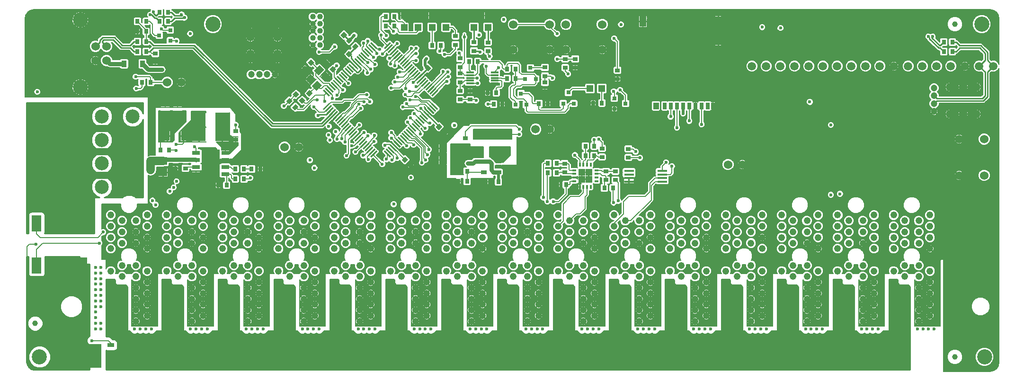
<source format=gbr>
G04 #@! TF.FileFunction,Copper,L1,Top,Signal*
%FSLAX46Y46*%
G04 Gerber Fmt 4.6, Leading zero omitted, Abs format (unit mm)*
G04 Created by KiCad (PCBNEW 4.0.6-e0-6349~53~ubuntu14.04.1) date Sat Apr  1 17:04:12 2017*
%MOMM*%
%LPD*%
G01*
G04 APERTURE LIST*
%ADD10C,0.100000*%
%ADD11R,1.350000X0.750000*%
%ADD12R,3.200000X4.900000*%
%ADD13R,0.800100X0.800100*%
%ADD14C,1.200000*%
%ADD15O,1.500000X2.400000*%
%ADD16R,1.500000X1.400000*%
%ADD17R,1.400000X1.500000*%
%ADD18R,0.864000X0.787000*%
%ADD19R,0.787000X0.864000*%
%ADD20C,1.016000*%
%ADD21R,1.000000X0.700000*%
%ADD22C,1.524000*%
%ADD23R,3.600000X1.500000*%
%ADD24C,2.700020*%
%ADD25R,7.620000X2.950000*%
%ADD26R,1.680000X2.950000*%
%ADD27R,1.450000X0.300000*%
%ADD28R,1.150000X0.700000*%
%ADD29R,1.550000X4.700000*%
%ADD30R,3.300000X4.200000*%
%ADD31R,0.800000X0.350000*%
%ADD32R,0.350000X0.800000*%
%ADD33R,1.250000X1.250000*%
%ADD34R,0.900000X1.700000*%
%ADD35R,1.700000X0.900000*%
%ADD36C,2.500000*%
%ADD37C,1.000000*%
%ADD38R,2.350000X5.100000*%
%ADD39R,1.780000X0.450000*%
%ADD40R,1.200000X1.200000*%
%ADD41R,0.910000X1.220000*%
%ADD42O,2.400000X1.500000*%
%ADD43C,1.230000*%
%ADD44C,2.700000*%
%ADD45C,1.500000*%
%ADD46R,0.700000X1.200000*%
%ADD47R,1.000000X1.200000*%
%ADD48R,1.000000X2.800000*%
%ADD49R,1.000000X0.800000*%
%ADD50R,1.300000X1.900000*%
%ADD51R,0.550000X0.350000*%
%ADD52C,0.600000*%
%ADD53C,0.200000*%
%ADD54C,0.500000*%
%ADD55C,0.250000*%
%ADD56C,0.150000*%
%ADD57C,0.750000*%
%ADD58C,1.500000*%
%ADD59C,1.300000*%
%ADD60C,0.254000*%
G04 APERTURE END LIST*
D10*
D11*
X81975000Y-99495000D03*
X81975000Y-100765000D03*
X81975000Y-102035000D03*
X81975000Y-103305000D03*
X87225000Y-103305000D03*
X87225000Y-102035000D03*
X87225000Y-100765000D03*
X87225000Y-99495000D03*
D12*
X84600000Y-101400000D03*
D13*
X77400760Y-79450000D03*
X77400760Y-77550000D03*
X75401780Y-78500000D03*
D10*
G36*
X113161522Y-79888373D02*
X113373654Y-79676241D01*
X114434314Y-80736901D01*
X114222182Y-80949033D01*
X113161522Y-79888373D01*
X113161522Y-79888373D01*
G37*
G36*
X112807969Y-80241926D02*
X113020101Y-80029794D01*
X114080761Y-81090454D01*
X113868629Y-81302586D01*
X112807969Y-80241926D01*
X112807969Y-80241926D01*
G37*
G36*
X112454416Y-80595480D02*
X112666548Y-80383348D01*
X113727208Y-81444008D01*
X113515076Y-81656140D01*
X112454416Y-80595480D01*
X112454416Y-80595480D01*
G37*
G36*
X112100862Y-80949033D02*
X112312994Y-80736901D01*
X113373654Y-81797561D01*
X113161522Y-82009693D01*
X112100862Y-80949033D01*
X112100862Y-80949033D01*
G37*
G36*
X111747309Y-81302587D02*
X111959441Y-81090455D01*
X113020101Y-82151115D01*
X112807969Y-82363247D01*
X111747309Y-81302587D01*
X111747309Y-81302587D01*
G37*
G36*
X111393756Y-81656140D02*
X111605888Y-81444008D01*
X112666548Y-82504668D01*
X112454416Y-82716800D01*
X111393756Y-81656140D01*
X111393756Y-81656140D01*
G37*
G36*
X111040202Y-82009693D02*
X111252334Y-81797561D01*
X112312994Y-82858221D01*
X112100862Y-83070353D01*
X111040202Y-82009693D01*
X111040202Y-82009693D01*
G37*
G36*
X110686649Y-82363247D02*
X110898781Y-82151115D01*
X111959441Y-83211775D01*
X111747309Y-83423907D01*
X110686649Y-82363247D01*
X110686649Y-82363247D01*
G37*
G36*
X110333095Y-82716800D02*
X110545227Y-82504668D01*
X111605887Y-83565328D01*
X111393755Y-83777460D01*
X110333095Y-82716800D01*
X110333095Y-82716800D01*
G37*
G36*
X109979542Y-83070354D02*
X110191674Y-82858222D01*
X111252334Y-83918882D01*
X111040202Y-84131014D01*
X109979542Y-83070354D01*
X109979542Y-83070354D01*
G37*
G36*
X109625989Y-83423907D02*
X109838121Y-83211775D01*
X110898781Y-84272435D01*
X110686649Y-84484567D01*
X109625989Y-83423907D01*
X109625989Y-83423907D01*
G37*
G36*
X109272435Y-83777460D02*
X109484567Y-83565328D01*
X110545227Y-84625988D01*
X110333095Y-84838120D01*
X109272435Y-83777460D01*
X109272435Y-83777460D01*
G37*
G36*
X108918882Y-84131014D02*
X109131014Y-83918882D01*
X110191674Y-84979542D01*
X109979542Y-85191674D01*
X108918882Y-84131014D01*
X108918882Y-84131014D01*
G37*
G36*
X108565328Y-84484567D02*
X108777460Y-84272435D01*
X109838120Y-85333095D01*
X109625988Y-85545227D01*
X108565328Y-84484567D01*
X108565328Y-84484567D01*
G37*
G36*
X108211775Y-84838121D02*
X108423907Y-84625989D01*
X109484567Y-85686649D01*
X109272435Y-85898781D01*
X108211775Y-84838121D01*
X108211775Y-84838121D01*
G37*
G36*
X107858222Y-85191674D02*
X108070354Y-84979542D01*
X109131014Y-86040202D01*
X108918882Y-86252334D01*
X107858222Y-85191674D01*
X107858222Y-85191674D01*
G37*
G36*
X107504668Y-85545227D02*
X107716800Y-85333095D01*
X108777460Y-86393755D01*
X108565328Y-86605887D01*
X107504668Y-85545227D01*
X107504668Y-85545227D01*
G37*
G36*
X107151115Y-85898781D02*
X107363247Y-85686649D01*
X108423907Y-86747309D01*
X108211775Y-86959441D01*
X107151115Y-85898781D01*
X107151115Y-85898781D01*
G37*
G36*
X106797561Y-86252334D02*
X107009693Y-86040202D01*
X108070353Y-87100862D01*
X107858221Y-87312994D01*
X106797561Y-86252334D01*
X106797561Y-86252334D01*
G37*
G36*
X106444008Y-86605888D02*
X106656140Y-86393756D01*
X107716800Y-87454416D01*
X107504668Y-87666548D01*
X106444008Y-86605888D01*
X106444008Y-86605888D01*
G37*
G36*
X106090455Y-86959441D02*
X106302587Y-86747309D01*
X107363247Y-87807969D01*
X107151115Y-88020101D01*
X106090455Y-86959441D01*
X106090455Y-86959441D01*
G37*
G36*
X105736901Y-87312994D02*
X105949033Y-87100862D01*
X107009693Y-88161522D01*
X106797561Y-88373654D01*
X105736901Y-87312994D01*
X105736901Y-87312994D01*
G37*
G36*
X105383348Y-87666548D02*
X105595480Y-87454416D01*
X106656140Y-88515076D01*
X106444008Y-88727208D01*
X105383348Y-87666548D01*
X105383348Y-87666548D01*
G37*
G36*
X105029794Y-88020101D02*
X105241926Y-87807969D01*
X106302586Y-88868629D01*
X106090454Y-89080761D01*
X105029794Y-88020101D01*
X105029794Y-88020101D01*
G37*
G36*
X104676241Y-88373654D02*
X104888373Y-88161522D01*
X105949033Y-89222182D01*
X105736901Y-89434314D01*
X104676241Y-88373654D01*
X104676241Y-88373654D01*
G37*
G36*
X104888373Y-91838478D02*
X104676241Y-91626346D01*
X105736901Y-90565686D01*
X105949033Y-90777818D01*
X104888373Y-91838478D01*
X104888373Y-91838478D01*
G37*
G36*
X105241926Y-92192031D02*
X105029794Y-91979899D01*
X106090454Y-90919239D01*
X106302586Y-91131371D01*
X105241926Y-92192031D01*
X105241926Y-92192031D01*
G37*
G36*
X105595480Y-92545584D02*
X105383348Y-92333452D01*
X106444008Y-91272792D01*
X106656140Y-91484924D01*
X105595480Y-92545584D01*
X105595480Y-92545584D01*
G37*
G36*
X105949033Y-92899138D02*
X105736901Y-92687006D01*
X106797561Y-91626346D01*
X107009693Y-91838478D01*
X105949033Y-92899138D01*
X105949033Y-92899138D01*
G37*
G36*
X106302587Y-93252691D02*
X106090455Y-93040559D01*
X107151115Y-91979899D01*
X107363247Y-92192031D01*
X106302587Y-93252691D01*
X106302587Y-93252691D01*
G37*
G36*
X106656140Y-93606244D02*
X106444008Y-93394112D01*
X107504668Y-92333452D01*
X107716800Y-92545584D01*
X106656140Y-93606244D01*
X106656140Y-93606244D01*
G37*
G36*
X107009693Y-93959798D02*
X106797561Y-93747666D01*
X107858221Y-92687006D01*
X108070353Y-92899138D01*
X107009693Y-93959798D01*
X107009693Y-93959798D01*
G37*
G36*
X107363247Y-94313351D02*
X107151115Y-94101219D01*
X108211775Y-93040559D01*
X108423907Y-93252691D01*
X107363247Y-94313351D01*
X107363247Y-94313351D01*
G37*
G36*
X107716800Y-94666905D02*
X107504668Y-94454773D01*
X108565328Y-93394113D01*
X108777460Y-93606245D01*
X107716800Y-94666905D01*
X107716800Y-94666905D01*
G37*
G36*
X108070354Y-95020458D02*
X107858222Y-94808326D01*
X108918882Y-93747666D01*
X109131014Y-93959798D01*
X108070354Y-95020458D01*
X108070354Y-95020458D01*
G37*
G36*
X108423907Y-95374011D02*
X108211775Y-95161879D01*
X109272435Y-94101219D01*
X109484567Y-94313351D01*
X108423907Y-95374011D01*
X108423907Y-95374011D01*
G37*
G36*
X108777460Y-95727565D02*
X108565328Y-95515433D01*
X109625988Y-94454773D01*
X109838120Y-94666905D01*
X108777460Y-95727565D01*
X108777460Y-95727565D01*
G37*
G36*
X109131014Y-96081118D02*
X108918882Y-95868986D01*
X109979542Y-94808326D01*
X110191674Y-95020458D01*
X109131014Y-96081118D01*
X109131014Y-96081118D01*
G37*
G36*
X109484567Y-96434672D02*
X109272435Y-96222540D01*
X110333095Y-95161880D01*
X110545227Y-95374012D01*
X109484567Y-96434672D01*
X109484567Y-96434672D01*
G37*
G36*
X109838121Y-96788225D02*
X109625989Y-96576093D01*
X110686649Y-95515433D01*
X110898781Y-95727565D01*
X109838121Y-96788225D01*
X109838121Y-96788225D01*
G37*
G36*
X110191674Y-97141778D02*
X109979542Y-96929646D01*
X111040202Y-95868986D01*
X111252334Y-96081118D01*
X110191674Y-97141778D01*
X110191674Y-97141778D01*
G37*
G36*
X110545227Y-97495332D02*
X110333095Y-97283200D01*
X111393755Y-96222540D01*
X111605887Y-96434672D01*
X110545227Y-97495332D01*
X110545227Y-97495332D01*
G37*
G36*
X110898781Y-97848885D02*
X110686649Y-97636753D01*
X111747309Y-96576093D01*
X111959441Y-96788225D01*
X110898781Y-97848885D01*
X110898781Y-97848885D01*
G37*
G36*
X111252334Y-98202439D02*
X111040202Y-97990307D01*
X112100862Y-96929647D01*
X112312994Y-97141779D01*
X111252334Y-98202439D01*
X111252334Y-98202439D01*
G37*
G36*
X111605888Y-98555992D02*
X111393756Y-98343860D01*
X112454416Y-97283200D01*
X112666548Y-97495332D01*
X111605888Y-98555992D01*
X111605888Y-98555992D01*
G37*
G36*
X111959441Y-98909545D02*
X111747309Y-98697413D01*
X112807969Y-97636753D01*
X113020101Y-97848885D01*
X111959441Y-98909545D01*
X111959441Y-98909545D01*
G37*
G36*
X112312994Y-99263099D02*
X112100862Y-99050967D01*
X113161522Y-97990307D01*
X113373654Y-98202439D01*
X112312994Y-99263099D01*
X112312994Y-99263099D01*
G37*
G36*
X112666548Y-99616652D02*
X112454416Y-99404520D01*
X113515076Y-98343860D01*
X113727208Y-98555992D01*
X112666548Y-99616652D01*
X112666548Y-99616652D01*
G37*
G36*
X113020101Y-99970206D02*
X112807969Y-99758074D01*
X113868629Y-98697414D01*
X114080761Y-98909546D01*
X113020101Y-99970206D01*
X113020101Y-99970206D01*
G37*
G36*
X113373654Y-100323759D02*
X113161522Y-100111627D01*
X114222182Y-99050967D01*
X114434314Y-99263099D01*
X113373654Y-100323759D01*
X113373654Y-100323759D01*
G37*
G36*
X115565686Y-99263099D02*
X115777818Y-99050967D01*
X116838478Y-100111627D01*
X116626346Y-100323759D01*
X115565686Y-99263099D01*
X115565686Y-99263099D01*
G37*
G36*
X115919239Y-98909546D02*
X116131371Y-98697414D01*
X117192031Y-99758074D01*
X116979899Y-99970206D01*
X115919239Y-98909546D01*
X115919239Y-98909546D01*
G37*
G36*
X116272792Y-98555992D02*
X116484924Y-98343860D01*
X117545584Y-99404520D01*
X117333452Y-99616652D01*
X116272792Y-98555992D01*
X116272792Y-98555992D01*
G37*
G36*
X116626346Y-98202439D02*
X116838478Y-97990307D01*
X117899138Y-99050967D01*
X117687006Y-99263099D01*
X116626346Y-98202439D01*
X116626346Y-98202439D01*
G37*
G36*
X116979899Y-97848885D02*
X117192031Y-97636753D01*
X118252691Y-98697413D01*
X118040559Y-98909545D01*
X116979899Y-97848885D01*
X116979899Y-97848885D01*
G37*
G36*
X117333452Y-97495332D02*
X117545584Y-97283200D01*
X118606244Y-98343860D01*
X118394112Y-98555992D01*
X117333452Y-97495332D01*
X117333452Y-97495332D01*
G37*
G36*
X117687006Y-97141779D02*
X117899138Y-96929647D01*
X118959798Y-97990307D01*
X118747666Y-98202439D01*
X117687006Y-97141779D01*
X117687006Y-97141779D01*
G37*
G36*
X118040559Y-96788225D02*
X118252691Y-96576093D01*
X119313351Y-97636753D01*
X119101219Y-97848885D01*
X118040559Y-96788225D01*
X118040559Y-96788225D01*
G37*
G36*
X118394113Y-96434672D02*
X118606245Y-96222540D01*
X119666905Y-97283200D01*
X119454773Y-97495332D01*
X118394113Y-96434672D01*
X118394113Y-96434672D01*
G37*
G36*
X118747666Y-96081118D02*
X118959798Y-95868986D01*
X120020458Y-96929646D01*
X119808326Y-97141778D01*
X118747666Y-96081118D01*
X118747666Y-96081118D01*
G37*
G36*
X119101219Y-95727565D02*
X119313351Y-95515433D01*
X120374011Y-96576093D01*
X120161879Y-96788225D01*
X119101219Y-95727565D01*
X119101219Y-95727565D01*
G37*
G36*
X119454773Y-95374012D02*
X119666905Y-95161880D01*
X120727565Y-96222540D01*
X120515433Y-96434672D01*
X119454773Y-95374012D01*
X119454773Y-95374012D01*
G37*
G36*
X119808326Y-95020458D02*
X120020458Y-94808326D01*
X121081118Y-95868986D01*
X120868986Y-96081118D01*
X119808326Y-95020458D01*
X119808326Y-95020458D01*
G37*
G36*
X120161880Y-94666905D02*
X120374012Y-94454773D01*
X121434672Y-95515433D01*
X121222540Y-95727565D01*
X120161880Y-94666905D01*
X120161880Y-94666905D01*
G37*
G36*
X120515433Y-94313351D02*
X120727565Y-94101219D01*
X121788225Y-95161879D01*
X121576093Y-95374011D01*
X120515433Y-94313351D01*
X120515433Y-94313351D01*
G37*
G36*
X120868986Y-93959798D02*
X121081118Y-93747666D01*
X122141778Y-94808326D01*
X121929646Y-95020458D01*
X120868986Y-93959798D01*
X120868986Y-93959798D01*
G37*
G36*
X121222540Y-93606245D02*
X121434672Y-93394113D01*
X122495332Y-94454773D01*
X122283200Y-94666905D01*
X121222540Y-93606245D01*
X121222540Y-93606245D01*
G37*
G36*
X121576093Y-93252691D02*
X121788225Y-93040559D01*
X122848885Y-94101219D01*
X122636753Y-94313351D01*
X121576093Y-93252691D01*
X121576093Y-93252691D01*
G37*
G36*
X121929647Y-92899138D02*
X122141779Y-92687006D01*
X123202439Y-93747666D01*
X122990307Y-93959798D01*
X121929647Y-92899138D01*
X121929647Y-92899138D01*
G37*
G36*
X122283200Y-92545584D02*
X122495332Y-92333452D01*
X123555992Y-93394112D01*
X123343860Y-93606244D01*
X122283200Y-92545584D01*
X122283200Y-92545584D01*
G37*
G36*
X122636753Y-92192031D02*
X122848885Y-91979899D01*
X123909545Y-93040559D01*
X123697413Y-93252691D01*
X122636753Y-92192031D01*
X122636753Y-92192031D01*
G37*
G36*
X122990307Y-91838478D02*
X123202439Y-91626346D01*
X124263099Y-92687006D01*
X124050967Y-92899138D01*
X122990307Y-91838478D01*
X122990307Y-91838478D01*
G37*
G36*
X123343860Y-91484924D02*
X123555992Y-91272792D01*
X124616652Y-92333452D01*
X124404520Y-92545584D01*
X123343860Y-91484924D01*
X123343860Y-91484924D01*
G37*
G36*
X123697414Y-91131371D02*
X123909546Y-90919239D01*
X124970206Y-91979899D01*
X124758074Y-92192031D01*
X123697414Y-91131371D01*
X123697414Y-91131371D01*
G37*
G36*
X124050967Y-90777818D02*
X124263099Y-90565686D01*
X125323759Y-91626346D01*
X125111627Y-91838478D01*
X124050967Y-90777818D01*
X124050967Y-90777818D01*
G37*
G36*
X124263099Y-89434314D02*
X124050967Y-89222182D01*
X125111627Y-88161522D01*
X125323759Y-88373654D01*
X124263099Y-89434314D01*
X124263099Y-89434314D01*
G37*
G36*
X123909546Y-89080761D02*
X123697414Y-88868629D01*
X124758074Y-87807969D01*
X124970206Y-88020101D01*
X123909546Y-89080761D01*
X123909546Y-89080761D01*
G37*
G36*
X123555992Y-88727208D02*
X123343860Y-88515076D01*
X124404520Y-87454416D01*
X124616652Y-87666548D01*
X123555992Y-88727208D01*
X123555992Y-88727208D01*
G37*
G36*
X123202439Y-88373654D02*
X122990307Y-88161522D01*
X124050967Y-87100862D01*
X124263099Y-87312994D01*
X123202439Y-88373654D01*
X123202439Y-88373654D01*
G37*
G36*
X122848885Y-88020101D02*
X122636753Y-87807969D01*
X123697413Y-86747309D01*
X123909545Y-86959441D01*
X122848885Y-88020101D01*
X122848885Y-88020101D01*
G37*
G36*
X122495332Y-87666548D02*
X122283200Y-87454416D01*
X123343860Y-86393756D01*
X123555992Y-86605888D01*
X122495332Y-87666548D01*
X122495332Y-87666548D01*
G37*
G36*
X122141779Y-87312994D02*
X121929647Y-87100862D01*
X122990307Y-86040202D01*
X123202439Y-86252334D01*
X122141779Y-87312994D01*
X122141779Y-87312994D01*
G37*
G36*
X121788225Y-86959441D02*
X121576093Y-86747309D01*
X122636753Y-85686649D01*
X122848885Y-85898781D01*
X121788225Y-86959441D01*
X121788225Y-86959441D01*
G37*
G36*
X121434672Y-86605887D02*
X121222540Y-86393755D01*
X122283200Y-85333095D01*
X122495332Y-85545227D01*
X121434672Y-86605887D01*
X121434672Y-86605887D01*
G37*
G36*
X121081118Y-86252334D02*
X120868986Y-86040202D01*
X121929646Y-84979542D01*
X122141778Y-85191674D01*
X121081118Y-86252334D01*
X121081118Y-86252334D01*
G37*
G36*
X120727565Y-85898781D02*
X120515433Y-85686649D01*
X121576093Y-84625989D01*
X121788225Y-84838121D01*
X120727565Y-85898781D01*
X120727565Y-85898781D01*
G37*
G36*
X120374012Y-85545227D02*
X120161880Y-85333095D01*
X121222540Y-84272435D01*
X121434672Y-84484567D01*
X120374012Y-85545227D01*
X120374012Y-85545227D01*
G37*
G36*
X120020458Y-85191674D02*
X119808326Y-84979542D01*
X120868986Y-83918882D01*
X121081118Y-84131014D01*
X120020458Y-85191674D01*
X120020458Y-85191674D01*
G37*
G36*
X119666905Y-84838120D02*
X119454773Y-84625988D01*
X120515433Y-83565328D01*
X120727565Y-83777460D01*
X119666905Y-84838120D01*
X119666905Y-84838120D01*
G37*
G36*
X119313351Y-84484567D02*
X119101219Y-84272435D01*
X120161879Y-83211775D01*
X120374011Y-83423907D01*
X119313351Y-84484567D01*
X119313351Y-84484567D01*
G37*
G36*
X118959798Y-84131014D02*
X118747666Y-83918882D01*
X119808326Y-82858222D01*
X120020458Y-83070354D01*
X118959798Y-84131014D01*
X118959798Y-84131014D01*
G37*
G36*
X118606245Y-83777460D02*
X118394113Y-83565328D01*
X119454773Y-82504668D01*
X119666905Y-82716800D01*
X118606245Y-83777460D01*
X118606245Y-83777460D01*
G37*
G36*
X118252691Y-83423907D02*
X118040559Y-83211775D01*
X119101219Y-82151115D01*
X119313351Y-82363247D01*
X118252691Y-83423907D01*
X118252691Y-83423907D01*
G37*
G36*
X117899138Y-83070353D02*
X117687006Y-82858221D01*
X118747666Y-81797561D01*
X118959798Y-82009693D01*
X117899138Y-83070353D01*
X117899138Y-83070353D01*
G37*
G36*
X117545584Y-82716800D02*
X117333452Y-82504668D01*
X118394112Y-81444008D01*
X118606244Y-81656140D01*
X117545584Y-82716800D01*
X117545584Y-82716800D01*
G37*
G36*
X117192031Y-82363247D02*
X116979899Y-82151115D01*
X118040559Y-81090455D01*
X118252691Y-81302587D01*
X117192031Y-82363247D01*
X117192031Y-82363247D01*
G37*
G36*
X116838478Y-82009693D02*
X116626346Y-81797561D01*
X117687006Y-80736901D01*
X117899138Y-80949033D01*
X116838478Y-82009693D01*
X116838478Y-82009693D01*
G37*
G36*
X116484924Y-81656140D02*
X116272792Y-81444008D01*
X117333452Y-80383348D01*
X117545584Y-80595480D01*
X116484924Y-81656140D01*
X116484924Y-81656140D01*
G37*
G36*
X116131371Y-81302586D02*
X115919239Y-81090454D01*
X116979899Y-80029794D01*
X117192031Y-80241926D01*
X116131371Y-81302586D01*
X116131371Y-81302586D01*
G37*
G36*
X115777818Y-80949033D02*
X115565686Y-80736901D01*
X116626346Y-79676241D01*
X116838478Y-79888373D01*
X115777818Y-80949033D01*
X115777818Y-80949033D01*
G37*
D14*
X91900000Y-85500000D03*
X93300000Y-85500000D03*
X94700000Y-85500000D03*
X96100000Y-85500000D03*
D15*
X91730000Y-78390000D03*
X91730000Y-82230000D03*
X96570000Y-78390000D03*
X96570000Y-82230000D03*
D16*
X76500000Y-92625000D03*
X76500000Y-90575000D03*
X78700000Y-92625000D03*
X78700000Y-90575000D03*
D17*
X128225000Y-100800000D03*
X126175000Y-100800000D03*
X128225000Y-98700000D03*
X126175000Y-98700000D03*
D18*
X74700000Y-81750500D03*
X74700000Y-83299500D03*
D19*
X73074500Y-77800000D03*
X71525500Y-77800000D03*
X136074500Y-104700000D03*
X134525500Y-104700000D03*
D10*
G36*
X109006371Y-78395430D02*
X108395430Y-79006371D01*
X107838937Y-78449878D01*
X108449878Y-77838937D01*
X109006371Y-78395430D01*
X109006371Y-78395430D01*
G37*
G36*
X107911063Y-77300122D02*
X107300122Y-77911063D01*
X106743629Y-77354570D01*
X107354570Y-76743629D01*
X107911063Y-77300122D01*
X107911063Y-77300122D01*
G37*
G36*
X118768629Y-100779570D02*
X119379570Y-100168629D01*
X119936063Y-100725122D01*
X119325122Y-101336063D01*
X118768629Y-100779570D01*
X118768629Y-100779570D01*
G37*
G36*
X119863937Y-101874878D02*
X120474878Y-101263937D01*
X121031371Y-101820430D01*
X120420430Y-102431371D01*
X119863937Y-101874878D01*
X119863937Y-101874878D01*
G37*
G36*
X124868629Y-94879570D02*
X125479570Y-94268629D01*
X126036063Y-94825122D01*
X125425122Y-95436063D01*
X124868629Y-94879570D01*
X124868629Y-94879570D01*
G37*
G36*
X125963937Y-95974878D02*
X126574878Y-95363937D01*
X127131371Y-95920430D01*
X126520430Y-96531371D01*
X125963937Y-95974878D01*
X125963937Y-95974878D01*
G37*
G36*
X107031371Y-84520430D02*
X106420430Y-85131371D01*
X105863937Y-84574878D01*
X106474878Y-83963937D01*
X107031371Y-84520430D01*
X107031371Y-84520430D01*
G37*
G36*
X105936063Y-83425122D02*
X105325122Y-84036063D01*
X104768629Y-83479570D01*
X105379570Y-82868629D01*
X105936063Y-83425122D01*
X105936063Y-83425122D01*
G37*
G36*
X102831371Y-88820430D02*
X102220430Y-89431371D01*
X101663937Y-88874878D01*
X102274878Y-88263937D01*
X102831371Y-88820430D01*
X102831371Y-88820430D01*
G37*
G36*
X101736063Y-87725122D02*
X101125122Y-88336063D01*
X100568629Y-87779570D01*
X101179570Y-87168629D01*
X101736063Y-87725122D01*
X101736063Y-87725122D01*
G37*
G36*
X102520430Y-82768629D02*
X103131371Y-83379570D01*
X102574878Y-83936063D01*
X101963937Y-83325122D01*
X102520430Y-82768629D01*
X102520430Y-82768629D01*
G37*
G36*
X101425122Y-83863937D02*
X102036063Y-84474878D01*
X101479570Y-85031371D01*
X100868629Y-84420430D01*
X101425122Y-83863937D01*
X101425122Y-83863937D01*
G37*
G36*
X109931371Y-81795430D02*
X109320430Y-82406371D01*
X108763937Y-81849878D01*
X109374878Y-81238937D01*
X109931371Y-81795430D01*
X109931371Y-81795430D01*
G37*
G36*
X108836063Y-80700122D02*
X108225122Y-81311063D01*
X107668629Y-80754570D01*
X108279570Y-80143629D01*
X108836063Y-80700122D01*
X108836063Y-80700122D01*
G37*
G36*
X123479570Y-84931371D02*
X122868629Y-84320430D01*
X123425122Y-83763937D01*
X124036063Y-84374878D01*
X123479570Y-84931371D01*
X123479570Y-84931371D01*
G37*
G36*
X124574878Y-83836063D02*
X123963937Y-83225122D01*
X124520430Y-82668629D01*
X125131371Y-83279570D01*
X124574878Y-83836063D01*
X124574878Y-83836063D01*
G37*
D18*
X78300000Y-100725500D03*
X78300000Y-102274500D03*
X149800000Y-82725500D03*
X149800000Y-84274500D03*
X157375000Y-84750500D03*
X157375000Y-86299500D03*
D19*
X89025500Y-102400000D03*
X90574500Y-102400000D03*
D18*
X89100000Y-95625500D03*
X89100000Y-97174500D03*
D20*
X102865000Y-75160000D03*
X104135000Y-75160000D03*
X102865000Y-76430000D03*
X104135000Y-76430000D03*
X102865000Y-77700000D03*
X104135000Y-77700000D03*
X102865000Y-78970000D03*
X104135000Y-78970000D03*
X102865000Y-80240000D03*
X104135000Y-80240000D03*
D10*
G36*
X103552512Y-88398097D02*
X102703984Y-87549569D01*
X103693934Y-86559619D01*
X104542462Y-87408147D01*
X103552512Y-88398097D01*
X103552512Y-88398097D01*
G37*
G36*
X105108147Y-86842462D02*
X104259619Y-85993934D01*
X105249569Y-85003984D01*
X106098097Y-85852512D01*
X105108147Y-86842462D01*
X105108147Y-86842462D01*
G37*
G36*
X103906066Y-85640381D02*
X103057538Y-84791853D01*
X104047488Y-83801903D01*
X104896016Y-84650431D01*
X103906066Y-85640381D01*
X103906066Y-85640381D01*
G37*
G36*
X102350431Y-87196016D02*
X101501903Y-86347488D01*
X102491853Y-85357538D01*
X103340381Y-86206066D01*
X102350431Y-87196016D01*
X102350431Y-87196016D01*
G37*
D19*
X87474500Y-105300000D03*
X85925500Y-105300000D03*
X90574500Y-104200000D03*
X89025500Y-104200000D03*
X91925500Y-102400000D03*
X93474500Y-102400000D03*
X130474500Y-104600000D03*
X128925500Y-104600000D03*
X128925500Y-102800000D03*
X130474500Y-102800000D03*
D18*
X148000000Y-82725500D03*
X148000000Y-84274500D03*
X134200000Y-81299500D03*
X134200000Y-79750500D03*
X131700000Y-81274500D03*
X131700000Y-79725500D03*
D19*
X115925500Y-75100000D03*
X117474500Y-75100000D03*
X115925500Y-76800000D03*
X117474500Y-76800000D03*
X125774500Y-80300000D03*
X124225500Y-80300000D03*
D18*
X128400000Y-80174500D03*
X128400000Y-78625500D03*
D19*
X71525500Y-79600000D03*
X73074500Y-79600000D03*
X71525500Y-81400000D03*
X73074500Y-81400000D03*
D21*
X136100000Y-102950000D03*
X136100000Y-102000000D03*
X136100000Y-101050000D03*
X133500000Y-101050000D03*
X133500000Y-102950000D03*
D22*
X154650000Y-81050000D03*
X148150000Y-81050000D03*
X154650000Y-76550000D03*
X148150000Y-76550000D03*
X145250000Y-81050000D03*
X138750000Y-81050000D03*
X145250000Y-76550000D03*
X138750000Y-76550000D03*
D23*
X136300000Y-99225000D03*
X136300000Y-96175000D03*
D19*
X71525500Y-76000000D03*
X73074500Y-76000000D03*
D22*
X66000000Y-80460000D03*
X66000000Y-83000000D03*
X64001020Y-83000000D03*
X64001020Y-80460000D03*
D24*
X61301000Y-75730520D03*
X61301000Y-87729480D03*
D10*
G36*
X108793629Y-79429570D02*
X109404570Y-78818629D01*
X109961063Y-79375122D01*
X109350122Y-79986063D01*
X108793629Y-79429570D01*
X108793629Y-79429570D01*
G37*
G36*
X109888937Y-80524878D02*
X110499878Y-79913937D01*
X111056371Y-80470430D01*
X110445430Y-81081371D01*
X109888937Y-80524878D01*
X109888937Y-80524878D01*
G37*
D16*
X76100000Y-100975000D03*
X76100000Y-103025000D03*
D19*
X148174500Y-105200000D03*
X146625500Y-105200000D03*
D25*
X58745000Y-112165000D03*
X58745000Y-119635000D03*
D26*
X53485000Y-112165000D03*
X53485000Y-119635000D03*
D10*
G36*
X98068629Y-90279570D02*
X98679570Y-89668629D01*
X99236063Y-90225122D01*
X98625122Y-90836063D01*
X98068629Y-90279570D01*
X98068629Y-90279570D01*
G37*
G36*
X99163937Y-91374878D02*
X99774878Y-90763937D01*
X100331371Y-91320430D01*
X99720430Y-91931371D01*
X99163937Y-91374878D01*
X99163937Y-91374878D01*
G37*
G36*
X99268629Y-89079570D02*
X99879570Y-88468629D01*
X100436063Y-89025122D01*
X99825122Y-89636063D01*
X99268629Y-89079570D01*
X99268629Y-89079570D01*
G37*
G36*
X100363937Y-90174878D02*
X100974878Y-89563937D01*
X101531371Y-90120430D01*
X100920430Y-90731371D01*
X100363937Y-90174878D01*
X100363937Y-90174878D01*
G37*
D19*
X135674500Y-88800000D03*
X134125500Y-88800000D03*
D18*
X129200000Y-85325500D03*
X129200000Y-86874500D03*
X129200000Y-88425500D03*
X129200000Y-89974500D03*
X131000000Y-89974500D03*
X131000000Y-88425500D03*
X129200000Y-84174500D03*
X129200000Y-82625500D03*
D19*
X130825500Y-83200000D03*
X132374500Y-83200000D03*
D27*
X131000000Y-85100000D03*
X131000000Y-85600000D03*
X131000000Y-86100000D03*
X131000000Y-86600000D03*
X131000000Y-87100000D03*
X135400000Y-87100000D03*
X135400000Y-86600000D03*
X135400000Y-86100000D03*
X135400000Y-85600000D03*
X135400000Y-85100000D03*
D19*
X135225500Y-90800000D03*
X136774500Y-90800000D03*
D28*
X66725000Y-136435000D03*
X66725000Y-137705000D03*
X66725000Y-135165000D03*
D29*
X61250000Y-135800000D03*
D30*
X63450000Y-135800000D03*
D28*
X66725000Y-133895000D03*
D13*
X140850000Y-86300760D03*
X142750000Y-86300760D03*
X141800000Y-84301780D03*
X156799240Y-89750000D03*
X156799240Y-91650000D03*
X158798220Y-90700000D03*
D19*
X137625500Y-84500000D03*
X139174500Y-84500000D03*
X139174500Y-86200000D03*
X137625500Y-86200000D03*
D18*
X144400000Y-84225500D03*
X144400000Y-85774500D03*
X144400000Y-86925500D03*
X144400000Y-88474500D03*
D19*
X151625500Y-100000000D03*
X153174500Y-100000000D03*
D18*
X155300000Y-102825500D03*
X155300000Y-104374500D03*
X147900000Y-102974500D03*
X147900000Y-101425500D03*
X130200000Y-98474500D03*
X130200000Y-96925500D03*
D19*
X77174500Y-99000000D03*
X75625500Y-99000000D03*
D18*
X154600000Y-100274500D03*
X154600000Y-98725500D03*
D19*
X151625500Y-98300000D03*
X153174500Y-98300000D03*
X155025500Y-105800000D03*
X156574500Y-105800000D03*
X146474500Y-101400000D03*
X144925500Y-101400000D03*
D18*
X157000000Y-102825500D03*
X157000000Y-104374500D03*
D19*
X146474500Y-103100000D03*
X144925500Y-103100000D03*
D31*
X149600000Y-102625000D03*
X149600000Y-103275000D03*
X149600000Y-103925000D03*
X149600000Y-104575000D03*
D32*
X150625000Y-105600000D03*
X151275000Y-105600000D03*
X151925000Y-105600000D03*
X152575000Y-105600000D03*
D31*
X153600000Y-104575000D03*
X153600000Y-103925000D03*
X153600000Y-103275000D03*
X153600000Y-102625000D03*
D32*
X152575000Y-101600000D03*
X151925000Y-101600000D03*
X151275000Y-101600000D03*
X150625000Y-101600000D03*
D33*
X152225000Y-104225000D03*
X152225000Y-102975000D03*
X150975000Y-104225000D03*
X150975000Y-102975000D03*
D34*
X76850000Y-96500000D03*
X79750000Y-96500000D03*
D35*
X132500000Y-99150000D03*
X132500000Y-96250000D03*
D22*
X142730000Y-95300000D03*
X145270000Y-95300000D03*
X97830000Y-98500000D03*
X100370000Y-98500000D03*
D18*
X80100000Y-100725500D03*
X80100000Y-102274500D03*
D36*
X65150000Y-105600000D03*
X70650000Y-105600000D03*
X65150000Y-101400000D03*
X70650000Y-101400000D03*
X65150000Y-97200000D03*
X70650000Y-97200000D03*
X65150000Y-93000000D03*
X70650000Y-93000000D03*
D37*
X217700000Y-76500000D03*
X53200000Y-130000000D03*
X217700000Y-136000000D03*
D38*
X86675000Y-94900000D03*
X82525000Y-94900000D03*
D18*
X159325000Y-98800500D03*
X159325000Y-100349500D03*
D39*
X159430000Y-102725000D03*
X159430000Y-103375000D03*
X159430000Y-104025000D03*
X159430000Y-104675000D03*
X165370000Y-104675000D03*
X165370000Y-104025000D03*
X165370000Y-103375000D03*
X165370000Y-102725000D03*
D13*
X139150000Y-90900760D03*
X141050000Y-90900760D03*
X140100000Y-88901780D03*
X147650000Y-90700760D03*
X149550000Y-90700760D03*
X148600000Y-88701780D03*
D19*
X143325500Y-90700000D03*
X144874500Y-90700000D03*
X154574500Y-90600000D03*
X153025500Y-90600000D03*
D40*
X131700000Y-74950000D03*
X131700000Y-77050000D03*
X134200000Y-74950000D03*
X134200000Y-77050000D03*
X126700000Y-74950000D03*
X126700000Y-77050000D03*
X124200000Y-74950000D03*
X124200000Y-77050000D03*
X121700000Y-74950000D03*
X121700000Y-77050000D03*
X119200000Y-74950000D03*
X119200000Y-77050000D03*
X154550000Y-88000000D03*
X152450000Y-88000000D03*
D19*
X73874500Y-86900000D03*
X72325500Y-86900000D03*
D22*
X76830000Y-86900000D03*
X79370000Y-86900000D03*
D41*
X72410000Y-83575000D03*
X69140000Y-83575000D03*
D22*
X177130000Y-101600000D03*
X179670000Y-101600000D03*
X218450000Y-103550000D03*
X218450000Y-97050000D03*
X222950000Y-103550000D03*
X222950000Y-97050000D03*
D14*
X214000000Y-87900000D03*
X214000000Y-89300000D03*
X214000000Y-90700000D03*
X214000000Y-92100000D03*
D42*
X221110000Y-87730000D03*
X217270000Y-87730000D03*
X221110000Y-92570000D03*
X217270000Y-92570000D03*
D43*
X148750000Y-129650000D03*
X146750000Y-128650000D03*
X148750000Y-127650000D03*
X146750000Y-126650000D03*
X148750000Y-125650000D03*
X146750000Y-124650000D03*
X148750000Y-123650000D03*
X146750000Y-122650000D03*
X148750000Y-121650000D03*
X146750000Y-120650000D03*
X148750000Y-119650000D03*
X146750000Y-116650000D03*
X148750000Y-115650000D03*
X146750000Y-114650000D03*
X148750000Y-113650000D03*
X146750000Y-112650000D03*
X148750000Y-111650000D03*
X146750000Y-110650000D03*
X151250000Y-129650000D03*
X153250000Y-128650000D03*
X151250000Y-127650000D03*
X153250000Y-126650000D03*
X151250000Y-125650000D03*
X153250000Y-124650000D03*
X151250000Y-123650000D03*
X153250000Y-122650000D03*
X151250000Y-121650000D03*
X153250000Y-120650000D03*
X151250000Y-119650000D03*
X153250000Y-116650000D03*
X151250000Y-115650000D03*
X153250000Y-114650000D03*
X151250000Y-113650000D03*
X153250000Y-112650000D03*
X151250000Y-111650000D03*
X153250000Y-110650000D03*
X138750000Y-129650000D03*
X136750000Y-128650000D03*
X138750000Y-127650000D03*
X136750000Y-126650000D03*
X138750000Y-125650000D03*
X136750000Y-124650000D03*
X138750000Y-123650000D03*
X136750000Y-122650000D03*
X138750000Y-121650000D03*
X136750000Y-120650000D03*
X138750000Y-119650000D03*
X136750000Y-116650000D03*
X138750000Y-115650000D03*
X136750000Y-114650000D03*
X138750000Y-113650000D03*
X136750000Y-112650000D03*
X138750000Y-111650000D03*
X136750000Y-110650000D03*
X141250000Y-129650000D03*
X143250000Y-128650000D03*
X141250000Y-127650000D03*
X143250000Y-126650000D03*
X141250000Y-125650000D03*
X143250000Y-124650000D03*
X141250000Y-123650000D03*
X143250000Y-122650000D03*
X141250000Y-121650000D03*
X143250000Y-120650000D03*
X141250000Y-119650000D03*
X143250000Y-116650000D03*
X141250000Y-115650000D03*
X143250000Y-114650000D03*
X141250000Y-113650000D03*
X143250000Y-112650000D03*
X141250000Y-111650000D03*
X143250000Y-110650000D03*
X128750000Y-129650000D03*
X126750000Y-128650000D03*
X128750000Y-127650000D03*
X126750000Y-126650000D03*
X128750000Y-125650000D03*
X126750000Y-124650000D03*
X128750000Y-123650000D03*
X126750000Y-122650000D03*
X128750000Y-121650000D03*
X126750000Y-120650000D03*
X128750000Y-119650000D03*
X126750000Y-116650000D03*
X128750000Y-115650000D03*
X126750000Y-114650000D03*
X128750000Y-113650000D03*
X126750000Y-112650000D03*
X128750000Y-111650000D03*
X126750000Y-110650000D03*
X131250000Y-129650000D03*
X133250000Y-128650000D03*
X131250000Y-127650000D03*
X133250000Y-126650000D03*
X131250000Y-125650000D03*
X133250000Y-124650000D03*
X131250000Y-123650000D03*
X133250000Y-122650000D03*
X131250000Y-121650000D03*
X133250000Y-120650000D03*
X131250000Y-119650000D03*
X133250000Y-116650000D03*
X131250000Y-115650000D03*
X133250000Y-114650000D03*
X131250000Y-113650000D03*
X133250000Y-112650000D03*
X131250000Y-111650000D03*
X133250000Y-110650000D03*
X118750000Y-129650000D03*
X116750000Y-128650000D03*
X118750000Y-127650000D03*
X116750000Y-126650000D03*
X118750000Y-125650000D03*
X116750000Y-124650000D03*
X118750000Y-123650000D03*
X116750000Y-122650000D03*
X118750000Y-121650000D03*
X116750000Y-120650000D03*
X118750000Y-119650000D03*
X116750000Y-116650000D03*
X118750000Y-115650000D03*
X116750000Y-114650000D03*
X118750000Y-113650000D03*
X116750000Y-112650000D03*
X118750000Y-111650000D03*
X116750000Y-110650000D03*
X121250000Y-129650000D03*
X123250000Y-128650000D03*
X121250000Y-127650000D03*
X123250000Y-126650000D03*
X121250000Y-125650000D03*
X123250000Y-124650000D03*
X121250000Y-123650000D03*
X123250000Y-122650000D03*
X121250000Y-121650000D03*
X123250000Y-120650000D03*
X121250000Y-119650000D03*
X123250000Y-116650000D03*
X121250000Y-115650000D03*
X123250000Y-114650000D03*
X121250000Y-113650000D03*
X123250000Y-112650000D03*
X121250000Y-111650000D03*
X123250000Y-110650000D03*
X108750000Y-129650000D03*
X106750000Y-128650000D03*
X108750000Y-127650000D03*
X106750000Y-126650000D03*
X108750000Y-125650000D03*
X106750000Y-124650000D03*
X108750000Y-123650000D03*
X106750000Y-122650000D03*
X108750000Y-121650000D03*
X106750000Y-120650000D03*
X108750000Y-119650000D03*
X106750000Y-116650000D03*
X108750000Y-115650000D03*
X106750000Y-114650000D03*
X108750000Y-113650000D03*
X106750000Y-112650000D03*
X108750000Y-111650000D03*
X106750000Y-110650000D03*
X111250000Y-129650000D03*
X113250000Y-128650000D03*
X111250000Y-127650000D03*
X113250000Y-126650000D03*
X111250000Y-125650000D03*
X113250000Y-124650000D03*
X111250000Y-123650000D03*
X113250000Y-122650000D03*
X111250000Y-121650000D03*
X113250000Y-120650000D03*
X111250000Y-119650000D03*
X113250000Y-116650000D03*
X111250000Y-115650000D03*
X113250000Y-114650000D03*
X111250000Y-113650000D03*
X113250000Y-112650000D03*
X111250000Y-111650000D03*
X113250000Y-110650000D03*
X98750000Y-129650000D03*
X96750000Y-128650000D03*
X98750000Y-127650000D03*
X96750000Y-126650000D03*
X98750000Y-125650000D03*
X96750000Y-124650000D03*
X98750000Y-123650000D03*
X96750000Y-122650000D03*
X98750000Y-121650000D03*
X96750000Y-120650000D03*
X98750000Y-119650000D03*
X96750000Y-116650000D03*
X98750000Y-115650000D03*
X96750000Y-114650000D03*
X98750000Y-113650000D03*
X96750000Y-112650000D03*
X98750000Y-111650000D03*
X96750000Y-110650000D03*
X101250000Y-129650000D03*
X103250000Y-128650000D03*
X101250000Y-127650000D03*
X103250000Y-126650000D03*
X101250000Y-125650000D03*
X103250000Y-124650000D03*
X101250000Y-123650000D03*
X103250000Y-122650000D03*
X101250000Y-121650000D03*
X103250000Y-120650000D03*
X101250000Y-119650000D03*
X103250000Y-116650000D03*
X101250000Y-115650000D03*
X103250000Y-114650000D03*
X101250000Y-113650000D03*
X103250000Y-112650000D03*
X101250000Y-111650000D03*
X103250000Y-110650000D03*
X88750000Y-129650000D03*
X86750000Y-128650000D03*
X88750000Y-127650000D03*
X86750000Y-126650000D03*
X88750000Y-125650000D03*
X86750000Y-124650000D03*
X88750000Y-123650000D03*
X86750000Y-122650000D03*
X88750000Y-121650000D03*
X86750000Y-120650000D03*
X88750000Y-119650000D03*
X86750000Y-116650000D03*
X88750000Y-115650000D03*
X86750000Y-114650000D03*
X88750000Y-113650000D03*
X86750000Y-112650000D03*
X88750000Y-111650000D03*
X86750000Y-110650000D03*
X91250000Y-129650000D03*
X93250000Y-128650000D03*
X91250000Y-127650000D03*
X93250000Y-126650000D03*
X91250000Y-125650000D03*
X93250000Y-124650000D03*
X91250000Y-123650000D03*
X93250000Y-122650000D03*
X91250000Y-121650000D03*
X93250000Y-120650000D03*
X91250000Y-119650000D03*
X93250000Y-116650000D03*
X91250000Y-115650000D03*
X93250000Y-114650000D03*
X91250000Y-113650000D03*
X93250000Y-112650000D03*
X91250000Y-111650000D03*
X93250000Y-110650000D03*
X78750000Y-129650000D03*
X76750000Y-128650000D03*
X78750000Y-127650000D03*
X76750000Y-126650000D03*
X78750000Y-125650000D03*
X76750000Y-124650000D03*
X78750000Y-123650000D03*
X76750000Y-122650000D03*
X78750000Y-121650000D03*
X76750000Y-120650000D03*
X78750000Y-119650000D03*
X76750000Y-116650000D03*
X78750000Y-115650000D03*
X76750000Y-114650000D03*
X78750000Y-113650000D03*
X76750000Y-112650000D03*
X78750000Y-111650000D03*
X76750000Y-110650000D03*
X81250000Y-129650000D03*
X83250000Y-128650000D03*
X81250000Y-127650000D03*
X83250000Y-126650000D03*
X81250000Y-125650000D03*
X83250000Y-124650000D03*
X81250000Y-123650000D03*
X83250000Y-122650000D03*
X81250000Y-121650000D03*
X83250000Y-120650000D03*
X81250000Y-119650000D03*
X83250000Y-116650000D03*
X81250000Y-115650000D03*
X83250000Y-114650000D03*
X81250000Y-113650000D03*
X83250000Y-112650000D03*
X81250000Y-111650000D03*
X83250000Y-110650000D03*
X68750000Y-129650000D03*
X66750000Y-128650000D03*
X68750000Y-127650000D03*
X66750000Y-126650000D03*
X68750000Y-125650000D03*
X66750000Y-124650000D03*
X68750000Y-123650000D03*
X66750000Y-122650000D03*
X68750000Y-121650000D03*
X66750000Y-120650000D03*
X68750000Y-119650000D03*
X66750000Y-116650000D03*
X68750000Y-115650000D03*
X66750000Y-114650000D03*
X68750000Y-113650000D03*
X66750000Y-112650000D03*
X68750000Y-111650000D03*
X66750000Y-110650000D03*
X71250000Y-129650000D03*
X73250000Y-128650000D03*
X71250000Y-127650000D03*
X73250000Y-126650000D03*
X71250000Y-125650000D03*
X73250000Y-124650000D03*
X71250000Y-123650000D03*
X73250000Y-122650000D03*
X71250000Y-121650000D03*
X73250000Y-120650000D03*
X71250000Y-119650000D03*
X73250000Y-116650000D03*
X71250000Y-115650000D03*
X73250000Y-114650000D03*
X71250000Y-113650000D03*
X73250000Y-112650000D03*
X71250000Y-111650000D03*
X73250000Y-110650000D03*
X208750000Y-129650000D03*
X206750000Y-128650000D03*
X208750000Y-127650000D03*
X206750000Y-126650000D03*
X208750000Y-125650000D03*
X206750000Y-124650000D03*
X208750000Y-123650000D03*
X206750000Y-122650000D03*
X208750000Y-121650000D03*
X206750000Y-120650000D03*
X208750000Y-119650000D03*
X206750000Y-116650000D03*
X208750000Y-115650000D03*
X206750000Y-114650000D03*
X208750000Y-113650000D03*
X206750000Y-112650000D03*
X208750000Y-111650000D03*
X206750000Y-110650000D03*
X211250000Y-129650000D03*
X213250000Y-128650000D03*
X211250000Y-127650000D03*
X213250000Y-126650000D03*
X211250000Y-125650000D03*
X213250000Y-124650000D03*
X211250000Y-123650000D03*
X213250000Y-122650000D03*
X211250000Y-121650000D03*
X213250000Y-120650000D03*
X211250000Y-119650000D03*
X213250000Y-116650000D03*
X211250000Y-115650000D03*
X213250000Y-114650000D03*
X211250000Y-113650000D03*
X213250000Y-112650000D03*
X211250000Y-111650000D03*
X213250000Y-110650000D03*
X198750000Y-129650000D03*
X196750000Y-128650000D03*
X198750000Y-127650000D03*
X196750000Y-126650000D03*
X198750000Y-125650000D03*
X196750000Y-124650000D03*
X198750000Y-123650000D03*
X196750000Y-122650000D03*
X198750000Y-121650000D03*
X196750000Y-120650000D03*
X198750000Y-119650000D03*
X196750000Y-116650000D03*
X198750000Y-115650000D03*
X196750000Y-114650000D03*
X198750000Y-113650000D03*
X196750000Y-112650000D03*
X198750000Y-111650000D03*
X196750000Y-110650000D03*
X201250000Y-129650000D03*
X203250000Y-128650000D03*
X201250000Y-127650000D03*
X203250000Y-126650000D03*
X201250000Y-125650000D03*
X203250000Y-124650000D03*
X201250000Y-123650000D03*
X203250000Y-122650000D03*
X201250000Y-121650000D03*
X203250000Y-120650000D03*
X201250000Y-119650000D03*
X203250000Y-116650000D03*
X201250000Y-115650000D03*
X203250000Y-114650000D03*
X201250000Y-113650000D03*
X203250000Y-112650000D03*
X201250000Y-111650000D03*
X203250000Y-110650000D03*
X188750000Y-129650000D03*
X186750000Y-128650000D03*
X188750000Y-127650000D03*
X186750000Y-126650000D03*
X188750000Y-125650000D03*
X186750000Y-124650000D03*
X188750000Y-123650000D03*
X186750000Y-122650000D03*
X188750000Y-121650000D03*
X186750000Y-120650000D03*
X188750000Y-119650000D03*
X186750000Y-116650000D03*
X188750000Y-115650000D03*
X186750000Y-114650000D03*
X188750000Y-113650000D03*
X186750000Y-112650000D03*
X188750000Y-111650000D03*
X186750000Y-110650000D03*
X191250000Y-129650000D03*
X193250000Y-128650000D03*
X191250000Y-127650000D03*
X193250000Y-126650000D03*
X191250000Y-125650000D03*
X193250000Y-124650000D03*
X191250000Y-123650000D03*
X193250000Y-122650000D03*
X191250000Y-121650000D03*
X193250000Y-120650000D03*
X191250000Y-119650000D03*
X193250000Y-116650000D03*
X191250000Y-115650000D03*
X193250000Y-114650000D03*
X191250000Y-113650000D03*
X193250000Y-112650000D03*
X191250000Y-111650000D03*
X193250000Y-110650000D03*
X178750000Y-129650000D03*
X176750000Y-128650000D03*
X178750000Y-127650000D03*
X176750000Y-126650000D03*
X178750000Y-125650000D03*
X176750000Y-124650000D03*
X178750000Y-123650000D03*
X176750000Y-122650000D03*
X178750000Y-121650000D03*
X176750000Y-120650000D03*
X178750000Y-119650000D03*
X176750000Y-116650000D03*
X178750000Y-115650000D03*
X176750000Y-114650000D03*
X178750000Y-113650000D03*
X176750000Y-112650000D03*
X178750000Y-111650000D03*
X176750000Y-110650000D03*
X181250000Y-129650000D03*
X183250000Y-128650000D03*
X181250000Y-127650000D03*
X183250000Y-126650000D03*
X181250000Y-125650000D03*
X183250000Y-124650000D03*
X181250000Y-123650000D03*
X183250000Y-122650000D03*
X181250000Y-121650000D03*
X183250000Y-120650000D03*
X181250000Y-119650000D03*
X183250000Y-116650000D03*
X181250000Y-115650000D03*
X183250000Y-114650000D03*
X181250000Y-113650000D03*
X183250000Y-112650000D03*
X181250000Y-111650000D03*
X183250000Y-110650000D03*
X168750000Y-129650000D03*
X166750000Y-128650000D03*
X168750000Y-127650000D03*
X166750000Y-126650000D03*
X168750000Y-125650000D03*
X166750000Y-124650000D03*
X168750000Y-123650000D03*
X166750000Y-122650000D03*
X168750000Y-121650000D03*
X166750000Y-120650000D03*
X168750000Y-119650000D03*
X166750000Y-116650000D03*
X168750000Y-115650000D03*
X166750000Y-114650000D03*
X168750000Y-113650000D03*
X166750000Y-112650000D03*
X168750000Y-111650000D03*
X166750000Y-110650000D03*
X171250000Y-129650000D03*
X173250000Y-128650000D03*
X171250000Y-127650000D03*
X173250000Y-126650000D03*
X171250000Y-125650000D03*
X173250000Y-124650000D03*
X171250000Y-123650000D03*
X173250000Y-122650000D03*
X171250000Y-121650000D03*
X173250000Y-120650000D03*
X171250000Y-119650000D03*
X173250000Y-116650000D03*
X171250000Y-115650000D03*
X173250000Y-114650000D03*
X171250000Y-113650000D03*
X173250000Y-112650000D03*
X171250000Y-111650000D03*
X173250000Y-110650000D03*
X158750000Y-129650000D03*
X156750000Y-128650000D03*
X158750000Y-127650000D03*
X156750000Y-126650000D03*
X158750000Y-125650000D03*
X156750000Y-124650000D03*
X158750000Y-123650000D03*
X156750000Y-122650000D03*
X158750000Y-121650000D03*
X156750000Y-120650000D03*
X158750000Y-119650000D03*
X156750000Y-116650000D03*
X158750000Y-115650000D03*
X156750000Y-114650000D03*
X158750000Y-113650000D03*
X156750000Y-112650000D03*
X158750000Y-111650000D03*
X156750000Y-110650000D03*
X161250000Y-129650000D03*
X163250000Y-128650000D03*
X161250000Y-127650000D03*
X163250000Y-126650000D03*
X161250000Y-125650000D03*
X163250000Y-124650000D03*
X161250000Y-123650000D03*
X163250000Y-122650000D03*
X161250000Y-121650000D03*
X163250000Y-120650000D03*
X161250000Y-119650000D03*
X163250000Y-116650000D03*
X161250000Y-115650000D03*
X163250000Y-114650000D03*
X161250000Y-113650000D03*
X163250000Y-112650000D03*
X161250000Y-111650000D03*
X163250000Y-110650000D03*
D44*
X223000000Y-136000000D03*
X85000000Y-76500000D03*
X54000000Y-136000000D03*
X222500000Y-76500000D03*
D45*
X219510000Y-84000000D03*
X216970000Y-84000000D03*
X214430000Y-84000000D03*
X211890000Y-84000000D03*
X209350000Y-84000000D03*
X206810000Y-84000000D03*
X204270000Y-84000000D03*
X201730000Y-84000000D03*
X199190000Y-84000000D03*
X196650000Y-84000000D03*
X194110000Y-84000000D03*
X191570000Y-84000000D03*
X189030000Y-84000000D03*
X186490000Y-84000000D03*
X183950000Y-84000000D03*
X181410000Y-84000000D03*
X222050000Y-84000000D03*
X224590000Y-84000000D03*
D46*
X165800000Y-91100000D03*
X166900000Y-91100000D03*
X168000000Y-91100000D03*
X169100000Y-91100000D03*
X170200000Y-91100000D03*
X171300000Y-91100000D03*
X172400000Y-91100000D03*
X173500000Y-91100000D03*
X174450000Y-91100000D03*
D47*
X164250000Y-91100000D03*
D48*
X175400000Y-76450000D03*
D49*
X175400000Y-80600000D03*
D47*
X175400000Y-86800000D03*
D50*
X161900000Y-76000000D03*
D51*
X162825000Y-75225000D03*
D19*
X217274500Y-79700000D03*
X215725500Y-79700000D03*
X217274500Y-81400000D03*
X215725500Y-81400000D03*
X76974500Y-76000000D03*
X75425500Y-76000000D03*
X76974500Y-74400000D03*
X75425500Y-74400000D03*
D52*
X75800000Y-77300000D03*
X169100000Y-92475000D03*
X132825000Y-81475000D03*
X161400000Y-100400000D03*
X166050000Y-101200000D03*
X145875000Y-108200000D03*
X149750000Y-99925000D03*
X130600000Y-100400000D03*
X130600000Y-99400000D03*
X129600000Y-99400000D03*
X129600000Y-100400000D03*
X129600000Y-101400000D03*
X148525000Y-85400000D03*
X97700000Y-91125000D03*
X116575000Y-82600000D03*
X107150000Y-83900000D03*
X123225000Y-82650000D03*
X110300000Y-78500000D03*
X103800000Y-92800000D03*
X120875000Y-86925000D03*
X122225000Y-91575000D03*
X115800000Y-98125000D03*
X112025000Y-95875000D03*
X64000000Y-131000000D03*
X64000000Y-130000000D03*
X64000000Y-129000000D03*
X64000000Y-128000000D03*
X64000000Y-127000000D03*
X64000000Y-126000000D03*
X64000000Y-125000000D03*
X64000000Y-124000000D03*
X64000000Y-123000000D03*
X65000000Y-131000000D03*
X65000000Y-130000000D03*
X65000000Y-127000000D03*
X65000000Y-126000000D03*
X65000000Y-125000000D03*
X65000000Y-124000000D03*
X65000000Y-123000000D03*
X65000000Y-122000000D03*
X65000000Y-121000000D03*
X65000000Y-120000000D03*
X64000000Y-120000000D03*
X64000000Y-121000000D03*
X64000000Y-122000000D03*
X71000000Y-131000000D03*
X72000000Y-131000000D03*
X73000000Y-131000000D03*
X74000000Y-131000000D03*
X81000000Y-131000000D03*
X82000000Y-131000000D03*
X83000000Y-131000000D03*
X84000000Y-131000000D03*
X91000000Y-131000000D03*
X92000000Y-131000000D03*
X93000000Y-131000000D03*
X94000000Y-131000000D03*
X101000000Y-131000000D03*
X102000000Y-131000000D03*
X103000000Y-131000000D03*
X104000000Y-131000000D03*
X111000000Y-131000000D03*
X112000000Y-131000000D03*
X113000000Y-131000000D03*
X114000000Y-131000000D03*
X121000000Y-131000000D03*
X122000000Y-131000000D03*
X123000000Y-131000000D03*
X124000000Y-131000000D03*
X131000000Y-131000000D03*
X132000000Y-131000000D03*
X133000000Y-131000000D03*
X134000000Y-131000000D03*
X141000000Y-131000000D03*
X142000000Y-131000000D03*
X143000000Y-131000000D03*
X144000000Y-131000000D03*
X151000000Y-131000000D03*
X152000000Y-131000000D03*
X153000000Y-131000000D03*
X154000000Y-131000000D03*
X161000000Y-131000000D03*
X162000000Y-131000000D03*
X163000000Y-131000000D03*
X164000000Y-131000000D03*
X171000000Y-131000000D03*
X172000000Y-131000000D03*
X173000000Y-131000000D03*
X174000000Y-131000000D03*
X181000000Y-131000000D03*
X182000000Y-131000000D03*
X183000000Y-131000000D03*
X184000000Y-131000000D03*
X191000000Y-131000000D03*
X192000000Y-131000000D03*
X193000000Y-131000000D03*
X194000000Y-131000000D03*
X201000000Y-131000000D03*
X202000000Y-131000000D03*
X203000000Y-131000000D03*
X204000000Y-131000000D03*
X211000000Y-131000000D03*
X212000000Y-131000000D03*
X213000000Y-131000000D03*
X214000000Y-131000000D03*
X77500000Y-95000000D03*
X78500000Y-94000000D03*
X76500000Y-95000000D03*
X76500000Y-94000000D03*
X77500000Y-94000000D03*
X131550000Y-101400000D03*
X132375000Y-101050000D03*
X130625000Y-101400000D03*
X75925000Y-84600000D03*
X91700000Y-104000000D03*
X132600000Y-78400000D03*
X53600000Y-88600000D03*
X134500000Y-82250000D03*
X133925000Y-84000000D03*
X77000000Y-138000000D03*
X79000000Y-138000000D03*
X78000000Y-136000000D03*
X76000000Y-136000000D03*
X74000000Y-136000000D03*
X72000000Y-136000000D03*
X70000000Y-136000000D03*
X71000000Y-138000000D03*
X73000000Y-138000000D03*
X75000000Y-138000000D03*
X79000000Y-134000000D03*
X77000000Y-134000000D03*
X75000000Y-134000000D03*
X73000000Y-134000000D03*
X71000000Y-134000000D03*
X69000000Y-134000000D03*
X68000000Y-136000000D03*
X69000000Y-138000000D03*
X73900000Y-102600000D03*
X73900000Y-101000000D03*
X195525000Y-107025000D03*
X195525000Y-94525000D03*
X103650000Y-90000000D03*
X106375000Y-89775000D03*
X74200000Y-108050000D03*
X191750000Y-90400000D03*
X197150000Y-106850000D03*
X105050000Y-90300000D03*
X74750000Y-108800000D03*
X156775000Y-79050000D03*
X77300000Y-106400000D03*
X117350000Y-108700000D03*
X117975000Y-100425000D03*
X146550000Y-78200000D03*
X146600000Y-82725000D03*
X109250000Y-87075000D03*
X73812227Y-74825771D03*
X74363769Y-74274229D03*
X78500000Y-79500000D03*
X119825000Y-94000000D03*
X102350000Y-100825000D03*
X115300000Y-101525000D03*
X116050000Y-100650000D03*
X117075000Y-100800000D03*
X116925000Y-96875000D03*
X116925000Y-95900000D03*
X119700000Y-98225000D03*
X120900000Y-98050000D03*
X113875000Y-96375000D03*
X113850000Y-97500000D03*
X112800000Y-100675000D03*
X111900000Y-99975000D03*
X111175000Y-94525000D03*
X108625000Y-97575000D03*
X108025000Y-97000000D03*
X107200000Y-97075000D03*
X110500000Y-99350000D03*
X112750000Y-96500000D03*
X109825000Y-98250000D03*
X108900000Y-100025000D03*
X113200000Y-84575000D03*
X112600000Y-85175000D03*
X108275000Y-88250000D03*
X107175000Y-89175000D03*
X183250000Y-77025000D03*
X112700000Y-83375000D03*
X186525000Y-77175000D03*
X113950000Y-83700000D03*
X115375000Y-81825000D03*
X117950000Y-79975000D03*
X122375000Y-101300000D03*
X123050000Y-100800000D03*
X123600000Y-98900000D03*
X123350000Y-99825000D03*
X120350000Y-93250000D03*
X123000000Y-95075000D03*
X121025000Y-92500000D03*
X123800000Y-94200000D03*
X116000000Y-78550000D03*
X111425000Y-91575000D03*
X117325000Y-77800000D03*
X111100000Y-90825000D03*
X125550000Y-81325000D03*
X112025000Y-90400000D03*
X126450000Y-81925000D03*
X113100000Y-90350000D03*
X107000000Y-95725000D03*
X118975000Y-91325000D03*
X105925000Y-97250000D03*
X119625000Y-90700000D03*
X120250000Y-90075000D03*
X105700000Y-96325000D03*
X105725000Y-94800000D03*
X121300000Y-89425000D03*
X119425000Y-89100000D03*
X120150000Y-88550000D03*
X119475000Y-88000000D03*
X121375000Y-87625000D03*
X128175000Y-94575000D03*
X122150000Y-96100000D03*
X112525000Y-89125000D03*
X116825000Y-83625000D03*
X117550000Y-83950000D03*
X116900000Y-87900000D03*
X117525000Y-86850000D03*
X118075000Y-85950000D03*
X118425000Y-85000000D03*
X121350000Y-82975000D03*
X121350000Y-81775000D03*
X121375000Y-80800000D03*
X120500000Y-80825000D03*
X81700000Y-98400000D03*
X89100000Y-94500000D03*
X166875000Y-93025000D03*
X126175000Y-84950000D03*
X168000000Y-95000000D03*
X126900000Y-86775000D03*
X170200000Y-93800000D03*
X127050000Y-85000000D03*
X172400000Y-94400000D03*
X127075000Y-85900000D03*
X112700000Y-79500000D03*
X111950000Y-79875000D03*
X114800000Y-81000000D03*
X104000000Y-81450000D03*
X106775000Y-80525000D03*
X115100000Y-78475000D03*
X114325000Y-81750000D03*
X113775000Y-82400000D03*
X55250000Y-109750000D03*
X56500000Y-109750000D03*
X57750000Y-109750000D03*
X59000000Y-109750000D03*
X60250000Y-109750000D03*
X61500000Y-109750000D03*
X61500000Y-108500000D03*
X55250000Y-108500000D03*
X57750000Y-108500000D03*
X56500000Y-108500000D03*
X59000000Y-108500000D03*
X60250000Y-108500000D03*
X65375000Y-113700000D03*
X78500000Y-104600000D03*
X157475000Y-108100000D03*
X64675000Y-115675000D03*
X78000000Y-105700000D03*
X156675000Y-108425000D03*
X130000000Y-78800000D03*
X61000000Y-131500000D03*
X62000000Y-131500000D03*
X62000000Y-132500000D03*
X61000000Y-132500000D03*
X60000000Y-132500000D03*
X60000000Y-131500000D03*
X59000000Y-131500000D03*
X58000000Y-131500000D03*
X58000000Y-132500000D03*
X59000000Y-132500000D03*
X59000000Y-133500000D03*
X58000000Y-133500000D03*
X57000000Y-133500000D03*
X58000000Y-134500000D03*
X59000000Y-134500000D03*
X59000000Y-135500000D03*
X58000000Y-135500000D03*
X59000000Y-136500000D03*
X62000000Y-123500000D03*
X60500000Y-123500000D03*
X59000000Y-123500000D03*
X57500000Y-123500000D03*
X56000000Y-123500000D03*
X54500000Y-123500000D03*
X54500000Y-122000000D03*
X56000000Y-122000000D03*
X57500000Y-122000000D03*
X59000000Y-122000000D03*
X60500000Y-122000000D03*
X62000000Y-122000000D03*
X53400000Y-115900000D03*
X137025000Y-75675000D03*
X63400000Y-133100000D03*
X134200000Y-90800000D03*
X136100000Y-84300000D03*
X132075000Y-90150000D03*
X132275000Y-86100000D03*
X80950000Y-78200000D03*
X71200000Y-85900000D03*
X132350000Y-87075000D03*
X129100000Y-81675000D03*
X158000000Y-76550000D03*
X157825000Y-88250000D03*
X156700000Y-88500000D03*
X145700000Y-86100000D03*
X153200000Y-97175000D03*
X139775000Y-96175000D03*
X78425000Y-97975000D03*
X144825000Y-108200000D03*
X154025000Y-97050000D03*
X139775000Y-95250000D03*
X78425000Y-99125000D03*
X144100000Y-107500000D03*
X120425000Y-103925000D03*
X103175000Y-102200000D03*
X103050000Y-91275000D03*
X71300000Y-88000000D03*
X167100000Y-101900000D03*
X160600000Y-99300000D03*
X79399229Y-74774229D03*
X213740000Y-78700000D03*
X79950771Y-75325771D03*
X212960000Y-78700000D03*
D53*
X77400760Y-77550000D02*
X76050000Y-77550000D01*
X76050000Y-77550000D02*
X75800000Y-77300000D01*
D54*
X169100000Y-91100000D02*
X169100000Y-92475000D01*
D55*
X131700000Y-81299500D02*
X132649500Y-81299500D01*
X132649500Y-81299500D02*
X132825000Y-81475000D01*
D56*
X159325000Y-100349500D02*
X161349500Y-100349500D01*
X161349500Y-100349500D02*
X161400000Y-100400000D01*
X165370000Y-102725000D02*
X165370000Y-101880000D01*
X165370000Y-101880000D02*
X166050000Y-101200000D01*
X148174500Y-105200000D02*
X148174500Y-106850500D01*
X146825000Y-108200000D02*
X145875000Y-108200000D01*
X148174500Y-106850500D02*
X146825000Y-108200000D01*
X150625000Y-101600000D02*
X150625000Y-100800000D01*
X150625000Y-100800000D02*
X149750000Y-99925000D01*
D53*
X148174500Y-105200000D02*
X148750000Y-105200000D01*
X148975000Y-104575000D02*
X149600000Y-104575000D01*
X148875000Y-104675000D02*
X148975000Y-104575000D01*
X148875000Y-105075000D02*
X148875000Y-104675000D01*
X148750000Y-105200000D02*
X148875000Y-105075000D01*
D56*
X128225000Y-100800000D02*
X129000000Y-100800000D01*
X130600000Y-99400000D02*
X130600000Y-100400000D01*
X129600000Y-100400000D02*
X129600000Y-99400000D01*
X129000000Y-100800000D02*
X129600000Y-101400000D01*
X148000000Y-84274500D02*
X148000000Y-84875000D01*
X148000000Y-84875000D02*
X148525000Y-85400000D01*
X98652346Y-90252346D02*
X97779692Y-91125000D01*
X97779692Y-91125000D02*
X97700000Y-91125000D01*
X98652346Y-90252346D02*
X99852346Y-89052346D01*
X117262742Y-98626703D02*
X119352346Y-100716307D01*
X119352346Y-100716307D02*
X119352346Y-100752346D01*
D53*
X117616295Y-81726851D02*
X116743146Y-82600000D01*
X116743146Y-82600000D02*
X116575000Y-82600000D01*
X106447654Y-84547654D02*
X106502346Y-84547654D01*
X106502346Y-84547654D02*
X107150000Y-83900000D01*
D54*
X123452346Y-84347654D02*
X122925000Y-83820308D01*
X122925000Y-82950000D02*
X123225000Y-82650000D01*
X122925000Y-83820308D02*
X122925000Y-82950000D01*
D55*
X123273149Y-92616295D02*
X125452346Y-94795492D01*
X125452346Y-94795492D02*
X125452346Y-94852346D01*
D54*
X109394670Y-79419670D02*
X110300000Y-78514340D01*
X110300000Y-78514340D02*
X110300000Y-78500000D01*
D55*
X109394670Y-79419670D02*
X108422654Y-78447654D01*
X108422654Y-78447654D02*
X108422654Y-78422654D01*
X121858936Y-85969491D02*
X123452346Y-84376081D01*
X123452346Y-84376081D02*
X123452346Y-84347654D01*
D53*
X107433957Y-86676598D02*
X106700000Y-85942641D01*
X106700000Y-85942641D02*
X106700000Y-84800000D01*
X106700000Y-84800000D02*
X106447654Y-84547654D01*
D55*
X106019744Y-91909188D02*
X105228932Y-92700000D01*
X103900000Y-92700000D02*
X103800000Y-92800000D01*
X105228932Y-92700000D02*
X103900000Y-92700000D01*
D56*
X121858936Y-85969491D02*
X120903427Y-86925000D01*
X120903427Y-86925000D02*
X120875000Y-86925000D01*
X123273149Y-92616295D02*
X122231854Y-91575000D01*
X122231854Y-91575000D02*
X122225000Y-91575000D01*
X117262742Y-98626703D02*
X116636039Y-98000000D01*
X115925000Y-98000000D02*
X115800000Y-98125000D01*
X116636039Y-98000000D02*
X115925000Y-98000000D01*
X110969491Y-96858936D02*
X111953427Y-95875000D01*
X111953427Y-95875000D02*
X112025000Y-95875000D01*
X123273149Y-92673149D02*
X123273149Y-92616295D01*
X117262742Y-98637742D02*
X117262742Y-98626703D01*
X150625000Y-105600000D02*
X150625000Y-104575000D01*
X150625000Y-104575000D02*
X150975000Y-104225000D01*
X149600000Y-103925000D02*
X150675000Y-103925000D01*
X150675000Y-103925000D02*
X150975000Y-104225000D01*
D55*
X107080404Y-92969848D02*
X106400000Y-93650252D01*
X105025000Y-95625000D02*
X104100000Y-96550000D01*
X105925000Y-95625000D02*
X105025000Y-95625000D01*
X106400000Y-95150000D02*
X105925000Y-95625000D01*
X106400000Y-93650252D02*
X106400000Y-95150000D01*
D56*
X77500000Y-95000000D02*
X76500000Y-95000000D01*
X75625500Y-99000000D02*
X75625500Y-97074500D01*
X76200000Y-96500000D02*
X76850000Y-96500000D01*
X75625500Y-97074500D02*
X76200000Y-96500000D01*
X77500000Y-94000000D02*
X78500000Y-94000000D01*
X78700000Y-93800000D02*
X78500000Y-94000000D01*
X78700000Y-93800000D02*
X78700000Y-92625000D01*
X76500000Y-94000000D02*
X77500000Y-94000000D01*
X76500000Y-95000000D02*
X76500000Y-94000000D01*
D54*
X136074500Y-104700000D02*
X136100000Y-104674500D01*
X136100000Y-104674500D02*
X136100000Y-102950000D01*
D57*
X130625000Y-101400000D02*
X131550000Y-101400000D01*
X131900000Y-101050000D02*
X131550000Y-101400000D01*
X132375000Y-101050000D02*
X133500000Y-101050000D01*
X132375000Y-101050000D02*
X131900000Y-101050000D01*
X136100000Y-102950000D02*
X135150000Y-102950000D01*
X134450000Y-101050000D02*
X133500000Y-101050000D01*
X134800000Y-101400000D02*
X134450000Y-101050000D01*
X134800000Y-102600000D02*
X134800000Y-101400000D01*
X135150000Y-102950000D02*
X134800000Y-102600000D01*
X72410000Y-83575000D02*
X73435000Y-84600000D01*
X73435000Y-84600000D02*
X75925000Y-84600000D01*
D56*
X90574500Y-104200000D02*
X91500000Y-104200000D01*
X91500000Y-104200000D02*
X91700000Y-104000000D01*
X130474500Y-102800000D02*
X130624500Y-102950000D01*
X130624500Y-102950000D02*
X133500000Y-102950000D01*
X130474500Y-102800000D02*
X130474500Y-104600000D01*
X134200000Y-81299500D02*
X134200000Y-81950000D01*
X134200000Y-81950000D02*
X134500000Y-82250000D01*
X135400000Y-85600000D02*
X134225000Y-85600000D01*
X133925000Y-85300000D02*
X133925000Y-84000000D01*
X134225000Y-85600000D02*
X133925000Y-85300000D01*
X75000000Y-138000000D02*
X77000000Y-138000000D01*
X79000000Y-138000000D02*
X79000000Y-137000000D01*
X79000000Y-137000000D02*
X78000000Y-136000000D01*
X76000000Y-136000000D02*
X74000000Y-136000000D01*
X72000000Y-136000000D02*
X70000000Y-136000000D01*
X75000000Y-138000000D02*
X73000000Y-138000000D01*
X71000000Y-138000000D02*
X73000000Y-138000000D01*
X75000000Y-134000000D02*
X77000000Y-134000000D01*
X71000000Y-134000000D02*
X73000000Y-134000000D01*
X68000000Y-136000000D02*
X68000000Y-135000000D01*
X68000000Y-135000000D02*
X69000000Y-134000000D01*
X66725000Y-137705000D02*
X68705000Y-137705000D01*
X68705000Y-137705000D02*
X69000000Y-138000000D01*
X66725000Y-137705000D02*
X66730000Y-137700000D01*
D57*
X80100000Y-100725500D02*
X81935500Y-100725500D01*
X81935500Y-100725500D02*
X81975000Y-100765000D01*
X80100000Y-100725500D02*
X78300000Y-100725500D01*
X78300000Y-100725500D02*
X76349500Y-100725500D01*
X76349500Y-100725500D02*
X76100000Y-100975000D01*
D58*
X73900000Y-101000000D02*
X73900000Y-102600000D01*
X73900000Y-101000000D02*
X76075000Y-101000000D01*
X76075000Y-101000000D02*
X76100000Y-100975000D01*
D56*
X156750000Y-112650000D02*
X156750000Y-112125000D01*
X156750000Y-112125000D02*
X158400000Y-110475000D01*
X164075000Y-104025000D02*
X165370000Y-104025000D01*
X163149998Y-104950002D02*
X164075000Y-104025000D01*
X163149998Y-106475000D02*
X163149998Y-104950002D01*
X162324998Y-107300000D02*
X163149998Y-106475000D01*
X159350000Y-107300000D02*
X162324998Y-107300000D01*
X158400000Y-108250000D02*
X159350000Y-107300000D01*
X158400000Y-110475000D02*
X158400000Y-108250000D01*
X101174266Y-91750000D02*
X102924266Y-90000000D01*
X102924266Y-90000000D02*
X103650000Y-90000000D01*
X100875000Y-91750000D02*
X101174266Y-91750000D01*
X105666190Y-88444365D02*
X106400000Y-89178175D01*
X106375000Y-89775000D02*
X106400000Y-89750000D01*
X106400000Y-89750000D02*
X106400000Y-89178175D01*
X146750000Y-112650000D02*
X147675000Y-111725000D01*
X151275000Y-106600000D02*
X151275000Y-105600000D01*
X150550000Y-107325000D02*
X151275000Y-106600000D01*
X148975000Y-107325000D02*
X150550000Y-107325000D01*
X147675000Y-108625000D02*
X148975000Y-107325000D01*
X147675000Y-111725000D02*
X147675000Y-108625000D01*
X100150000Y-91750000D02*
X99747654Y-91347654D01*
X100900000Y-91750000D02*
X100875000Y-91750000D01*
X100875000Y-91750000D02*
X100150000Y-91750000D01*
X74100734Y-108050000D02*
X74200000Y-108050000D01*
X158750000Y-111650000D02*
X159750000Y-111650000D01*
X164100000Y-104675000D02*
X165370000Y-104675000D01*
X163450000Y-105325000D02*
X164100000Y-104675000D01*
X163450000Y-107950000D02*
X163450000Y-105325000D01*
X159750000Y-111650000D02*
X163450000Y-107950000D01*
X105050000Y-90300000D02*
X104900000Y-90150000D01*
X104900000Y-90150000D02*
X104900000Y-89210555D01*
X105042778Y-89067777D02*
X104900000Y-89210555D01*
X148750000Y-111650000D02*
X148750000Y-111600000D01*
X148750000Y-111600000D02*
X149950000Y-110400000D01*
X151925000Y-107025000D02*
X151925000Y-105600000D01*
X151550000Y-107400000D02*
X151925000Y-107025000D01*
X151550000Y-109500000D02*
X151550000Y-107400000D01*
X150650000Y-110400000D02*
X151550000Y-109500000D01*
X149950000Y-110400000D02*
X150650000Y-110400000D01*
X105042778Y-89067777D02*
X104910555Y-89200000D01*
X104910555Y-89200000D02*
X103300000Y-89200000D01*
X103300000Y-89200000D02*
X101875000Y-90625000D01*
X101875000Y-90625000D02*
X101425000Y-90625000D01*
X101425000Y-90625000D02*
X100947654Y-90147654D01*
X105042778Y-89067777D02*
X105312637Y-88797918D01*
X157375000Y-79850000D02*
X157375000Y-79650000D01*
X157375000Y-79650000D02*
X156775000Y-79050000D01*
X157375000Y-83950000D02*
X157375000Y-79850000D01*
X157375000Y-79850000D02*
X157375000Y-79825000D01*
X157375000Y-84750500D02*
X157375000Y-83950000D01*
X157375000Y-83950000D02*
X157375000Y-83775000D01*
X117975000Y-100046068D02*
X116909188Y-98980256D01*
X117975000Y-100046068D02*
X117975000Y-100425000D01*
X103623223Y-87478858D02*
X102254427Y-88847654D01*
X102254427Y-88847654D02*
X102247654Y-88847654D01*
X106019744Y-88090812D02*
X105428932Y-87500000D01*
X104144365Y-88000000D02*
X103623223Y-87478858D01*
X104400000Y-88000000D02*
X104144365Y-88000000D01*
X104900000Y-87500000D02*
X104400000Y-88000000D01*
X105428932Y-87500000D02*
X104900000Y-87500000D01*
X103976777Y-84721142D02*
X102607981Y-83352346D01*
X102607981Y-83352346D02*
X102547654Y-83352346D01*
X106373297Y-87737258D02*
X105736039Y-87100000D01*
X103400000Y-85297919D02*
X103976777Y-84721142D01*
X103400000Y-85700000D02*
X103400000Y-85297919D01*
X104800000Y-87100000D02*
X103400000Y-85700000D01*
X105736039Y-87100000D02*
X104800000Y-87100000D01*
D55*
X95689054Y-94285000D02*
X104400537Y-94285000D01*
X74407500Y-80285000D02*
X81689054Y-80285000D01*
X73722500Y-79600000D02*
X74407500Y-80285000D01*
X73074500Y-79600000D02*
X73722500Y-79600000D01*
X81689054Y-80285000D02*
X95689054Y-94285000D01*
X104400537Y-94285000D02*
X106373297Y-92312240D01*
D56*
X73074500Y-77800000D02*
X73074500Y-77549000D01*
X73074500Y-77549000D02*
X71525500Y-76000000D01*
X73074500Y-79600000D02*
X73074500Y-77800000D01*
D55*
X106373297Y-92312240D02*
X106373297Y-92262742D01*
D53*
X106373297Y-92262742D02*
X106373297Y-92347595D01*
D55*
X106226149Y-92459388D02*
X106226149Y-92438188D01*
X106226149Y-92438188D02*
X106373297Y-92291040D01*
X106373297Y-92291040D02*
X106373297Y-92262742D01*
D56*
X74700000Y-81750500D02*
X74073000Y-81750500D01*
X74073000Y-81750500D02*
X73722500Y-81400000D01*
D55*
X95510946Y-94715000D02*
X104578647Y-94715000D01*
X104578647Y-94715000D02*
X106677352Y-92616295D01*
X81510946Y-80715000D02*
X95510946Y-94715000D01*
X74407500Y-80715000D02*
X81510946Y-80715000D01*
X73074500Y-81400000D02*
X73722500Y-81400000D01*
X73722500Y-81400000D02*
X74407500Y-80715000D01*
X106677352Y-92616295D02*
X106726851Y-92616295D01*
D53*
X106726851Y-92616295D02*
X106641997Y-92616295D01*
D55*
X106530204Y-92763443D02*
X106551404Y-92763443D01*
X106551404Y-92763443D02*
X106698552Y-92616295D01*
X106698552Y-92616295D02*
X106726851Y-92616295D01*
D56*
X145250000Y-76900000D02*
X146550000Y-78200000D01*
X145250000Y-76550000D02*
X145250000Y-76900000D01*
X148000000Y-82725500D02*
X146600500Y-82725500D01*
X146600500Y-82725500D02*
X146600000Y-82725000D01*
X145250000Y-76550000D02*
X138750000Y-76550000D01*
X108144491Y-85969491D02*
X109250000Y-87075000D01*
X149800000Y-82725500D02*
X148000000Y-82725500D01*
X108144491Y-85969491D02*
X108141064Y-85969491D01*
D55*
X109347654Y-81822654D02*
X110455330Y-80714978D01*
X110455330Y-80714978D02*
X110455330Y-80480330D01*
X110615938Y-83494618D02*
X109725000Y-82603680D01*
X109725000Y-82200000D02*
X109347654Y-81822654D01*
X109725000Y-82603680D02*
X109725000Y-82200000D01*
X110615938Y-83494618D02*
X111475000Y-84353680D01*
X110807107Y-85100000D02*
X109908831Y-84201724D01*
X110975000Y-85100000D02*
X110807107Y-85100000D01*
X111475000Y-84600000D02*
X110975000Y-85100000D01*
X111475000Y-84353680D02*
X111475000Y-84600000D01*
X131700000Y-79750500D02*
X131700000Y-77050000D01*
X134200000Y-79750500D02*
X134200000Y-77050000D01*
D56*
X128400000Y-78625500D02*
X128400000Y-77600000D01*
X127850000Y-77050000D02*
X126700000Y-77050000D01*
X128400000Y-77600000D02*
X127850000Y-77050000D01*
X124225500Y-80300000D02*
X124225500Y-77074520D01*
X124225500Y-77074520D02*
X124200000Y-77049020D01*
X117474500Y-76800000D02*
X118100000Y-77425500D01*
X121700000Y-77700000D02*
X121700000Y-77049020D01*
X121350000Y-78050000D02*
X121700000Y-77700000D01*
X118400000Y-78050000D02*
X121350000Y-78050000D01*
X118100000Y-77750000D02*
X118400000Y-78050000D01*
X118100000Y-77425500D02*
X118100000Y-77750000D01*
X117474500Y-75100000D02*
X117474500Y-75349500D01*
X117474500Y-75349500D02*
X118150000Y-76025000D01*
X118150000Y-76025000D02*
X118925000Y-76025000D01*
X118925000Y-76025000D02*
X119200000Y-76300000D01*
X119200000Y-76300000D02*
X119200000Y-77049020D01*
D55*
X74840499Y-75414999D02*
X74648942Y-75414999D01*
X75425500Y-76000000D02*
X74840499Y-75414999D01*
X74648942Y-75414999D02*
X74059714Y-74825771D01*
X74059714Y-74825771D02*
X73812227Y-74825771D01*
X67210946Y-79315000D02*
X68610946Y-80715000D01*
X68610946Y-80715000D02*
X70192500Y-80715000D01*
X70192500Y-80715000D02*
X70877500Y-81400000D01*
X70877500Y-81400000D02*
X71525500Y-81400000D01*
X65464054Y-79315000D02*
X67210946Y-79315000D01*
X65215509Y-79563545D02*
X65464054Y-79315000D01*
X66000000Y-80460000D02*
X65215509Y-79675509D01*
X65215509Y-79675509D02*
X65215509Y-79563545D01*
X75425500Y-74400000D02*
X74840499Y-74985001D01*
X74840499Y-74985001D02*
X74827054Y-74985001D01*
X74827054Y-74985001D02*
X74363769Y-74521716D01*
X74363769Y-74521716D02*
X74363769Y-74274229D01*
X67389054Y-78885000D02*
X68789054Y-80285000D01*
X64785511Y-79675509D02*
X64785511Y-79385435D01*
X64001020Y-80460000D02*
X64785511Y-79675509D01*
X64785511Y-79385435D02*
X65285946Y-78885000D01*
X65285946Y-78885000D02*
X67389054Y-78885000D01*
X70877500Y-79600000D02*
X71525500Y-79600000D01*
X70192500Y-80285000D02*
X70877500Y-79600000D01*
X68789054Y-80285000D02*
X70192500Y-80285000D01*
D56*
X78450000Y-79450000D02*
X78500000Y-79500000D01*
X78450000Y-79450000D02*
X77400760Y-79450000D01*
X119825000Y-94000000D02*
X119825000Y-94117893D01*
X120798276Y-95091169D02*
X119825000Y-94117893D01*
X75401780Y-78500000D02*
X74600000Y-78500000D01*
X73700000Y-76000000D02*
X73074500Y-76000000D01*
X74200000Y-76500000D02*
X73700000Y-76000000D01*
X74200000Y-78100000D02*
X74200000Y-76500000D01*
X74600000Y-78500000D02*
X74200000Y-78100000D01*
X115300000Y-101525000D02*
X113797918Y-100022918D01*
X113797918Y-100022918D02*
X113797918Y-99687363D01*
X116202082Y-100497918D02*
X116202082Y-99687363D01*
X116050000Y-100650000D02*
X116202082Y-100497918D01*
X117325000Y-100103175D02*
X116555635Y-99333810D01*
X117325000Y-100550000D02*
X117325000Y-100103175D01*
X117075000Y-100800000D02*
X117325000Y-100550000D01*
X116925000Y-96875000D02*
X117969596Y-97919596D01*
X117969596Y-97919596D02*
X117969848Y-97919596D01*
X118323402Y-97566043D02*
X117525000Y-96767641D01*
X117525000Y-96500000D02*
X116925000Y-95900000D01*
X117525000Y-96767641D02*
X117525000Y-96500000D01*
X119700000Y-98225000D02*
X118687489Y-97212489D01*
X118687489Y-97212489D02*
X118676955Y-97212489D01*
X119871573Y-97700000D02*
X119030509Y-96858936D01*
X120550000Y-97700000D02*
X119871573Y-97700000D01*
X120625000Y-97775000D02*
X120550000Y-97700000D01*
X120900000Y-98050000D02*
X120625000Y-97775000D01*
X113875000Y-96375000D02*
X113875000Y-96675000D01*
X113875000Y-96675000D02*
X113325000Y-97225000D01*
X113325000Y-97225000D02*
X113325000Y-97331854D01*
X113325000Y-97331854D02*
X112383705Y-98273149D01*
X113850000Y-97500000D02*
X112737258Y-98612742D01*
X112737258Y-98612742D02*
X112737258Y-98626703D01*
X113444365Y-99333810D02*
X112600000Y-100178175D01*
X112600000Y-100475000D02*
X112600000Y-100178175D01*
X112800000Y-100675000D02*
X112600000Y-100475000D01*
X111900000Y-99975000D02*
X112096068Y-99975000D01*
X112096068Y-99975000D02*
X113090812Y-98980256D01*
X111175000Y-94525000D02*
X109908831Y-95791169D01*
X109908831Y-95791169D02*
X109908831Y-95798276D01*
X108625000Y-96375000D02*
X109555278Y-95444722D01*
X108625000Y-97225000D02*
X108625000Y-96375000D01*
X108625000Y-97575000D02*
X108625000Y-97225000D01*
X108025000Y-96267893D02*
X109201724Y-95091169D01*
X108025000Y-97000000D02*
X108025000Y-96267893D01*
X108075000Y-95510786D02*
X108848171Y-94737615D01*
X108075000Y-95725000D02*
X108075000Y-95510786D01*
X107200000Y-96600000D02*
X108075000Y-95725000D01*
X107200000Y-97075000D02*
X107200000Y-96600000D01*
X108862385Y-94737615D02*
X108848171Y-94737615D01*
X110599748Y-99350000D02*
X112030152Y-97919596D01*
X110500000Y-99350000D02*
X110599748Y-99350000D01*
X112750000Y-96500000D02*
X111683957Y-97566043D01*
X111683957Y-97566043D02*
X111676598Y-97566043D01*
X110285534Y-98250000D02*
X111323045Y-97212489D01*
X109825000Y-98250000D02*
X110285534Y-98250000D01*
X111362511Y-97212489D02*
X111323045Y-97212489D01*
X109250000Y-97164214D02*
X109250000Y-99675000D01*
X109250000Y-99675000D02*
X108900000Y-100025000D01*
X109250000Y-97164214D02*
X110262385Y-96151829D01*
X110223171Y-96151829D02*
X110262385Y-96151829D01*
X113110534Y-84575000D02*
X111323045Y-82787511D01*
X113200000Y-84575000D02*
X113110534Y-84575000D01*
X112600000Y-84771573D02*
X110969491Y-83141064D01*
X112600000Y-85175000D02*
X112600000Y-84771573D01*
X108275000Y-88250000D02*
X107080404Y-87055404D01*
X107080404Y-87055404D02*
X107080404Y-87030152D01*
X107175000Y-89175000D02*
X107575000Y-88775000D01*
X107575000Y-88775000D02*
X107575000Y-88231854D01*
X107575000Y-88231854D02*
X106726851Y-87383705D01*
X112617641Y-83375000D02*
X111676598Y-82433957D01*
X112700000Y-83375000D02*
X112617641Y-83375000D01*
X112030152Y-82080404D02*
X112774748Y-82825000D01*
X113075000Y-82825000D02*
X112774748Y-82825000D01*
X113950000Y-83700000D02*
X113075000Y-82825000D01*
X115375000Y-81825000D02*
X116533810Y-80666190D01*
X116533810Y-80666190D02*
X116555635Y-80666190D01*
X117950000Y-79975000D02*
X116909188Y-81015812D01*
X116909188Y-81015812D02*
X116909188Y-81019744D01*
X120178680Y-97300000D02*
X119384062Y-96505382D01*
X121025000Y-97300000D02*
X120178680Y-97300000D01*
X122375000Y-98650000D02*
X121025000Y-97300000D01*
X122375000Y-101300000D02*
X122375000Y-98650000D01*
X120585784Y-96999998D02*
X119737615Y-96151829D01*
X121149264Y-96999998D02*
X120585784Y-96999998D01*
X122675002Y-98525736D02*
X121149264Y-96999998D01*
X122675002Y-100425002D02*
X122675002Y-98525736D01*
X123050000Y-100800000D02*
X122675002Y-100425002D01*
X123600000Y-98900000D02*
X123600000Y-98602202D01*
X120444722Y-95446924D02*
X123600000Y-98602202D01*
X120444722Y-95446924D02*
X120444722Y-95444722D01*
X120917893Y-96625000D02*
X120091169Y-95798276D01*
X121198532Y-96625000D02*
X120917893Y-96625000D01*
X122975004Y-98401472D02*
X121198532Y-96625000D01*
X122975004Y-99450004D02*
X122975004Y-98401472D01*
X123350000Y-99825000D02*
X122975004Y-99450004D01*
X120350000Y-93250000D02*
X121484062Y-94384062D01*
X121484062Y-94384062D02*
X121505382Y-94384062D01*
X122903427Y-95075000D02*
X121858936Y-94030509D01*
X123000000Y-95075000D02*
X122903427Y-95075000D01*
X121025000Y-92500000D02*
X122201955Y-93676955D01*
X122201955Y-93676955D02*
X122212489Y-93676955D01*
X123442641Y-94200000D02*
X122566043Y-93323402D01*
X123800000Y-94200000D02*
X123442641Y-94200000D01*
X115925500Y-75100000D02*
X115275000Y-75100000D01*
X116000000Y-78475000D02*
X116000000Y-78550000D01*
X115050000Y-77525000D02*
X116000000Y-78475000D01*
X115050000Y-75325000D02*
X115050000Y-77525000D01*
X115275000Y-75100000D02*
X115050000Y-75325000D01*
X108494618Y-94384062D02*
X109275000Y-93603680D01*
X109275000Y-93525000D02*
X109275000Y-93603680D01*
X109700000Y-93100000D02*
X109275000Y-93525000D01*
X109900000Y-93100000D02*
X109700000Y-93100000D01*
X111425000Y-91575000D02*
X109900000Y-93100000D01*
X108465938Y-94384062D02*
X108494618Y-94384062D01*
X116425000Y-76800000D02*
X116750000Y-77125000D01*
X116750000Y-77125000D02*
X116750000Y-77225000D01*
X116750000Y-77225000D02*
X117325000Y-77800000D01*
X115925500Y-76800000D02*
X116425000Y-76800000D01*
X110650000Y-91521573D02*
X108141064Y-94030509D01*
X110650000Y-91275000D02*
X110650000Y-91521573D01*
X111100000Y-90825000D02*
X110650000Y-91275000D01*
X108144491Y-94030509D02*
X108141064Y-94030509D01*
X125774500Y-81100500D02*
X125550000Y-81325000D01*
X125774500Y-80300000D02*
X125774500Y-81100500D01*
X110125000Y-91339466D02*
X107787511Y-93676955D01*
X110125000Y-91025000D02*
X110125000Y-91339466D01*
X110875000Y-90275000D02*
X110125000Y-91025000D01*
X111900000Y-90275000D02*
X110875000Y-90275000D01*
X112025000Y-90400000D02*
X111900000Y-90275000D01*
X128400000Y-80174500D02*
X128400000Y-81000000D01*
X127475000Y-81925000D02*
X126450000Y-81925000D01*
X128400000Y-81000000D02*
X127475000Y-81925000D01*
X110875734Y-89850000D02*
X110262867Y-90462867D01*
X113100000Y-90350000D02*
X112600000Y-89850000D01*
X112600000Y-89850000D02*
X110875734Y-89850000D01*
X108357359Y-92400000D02*
X107433957Y-93323402D01*
X108640200Y-92400000D02*
X108357359Y-92400000D01*
X109824998Y-91215202D02*
X108640200Y-92400000D01*
X109824998Y-90900002D02*
X109824998Y-91215202D01*
X110037133Y-90687867D02*
X109824998Y-90900002D01*
X110037867Y-90687867D02*
X110037133Y-90687867D01*
X110262867Y-90462867D02*
X110037867Y-90687867D01*
X107433957Y-93316043D02*
X107433957Y-93323402D01*
X122049748Y-92100000D02*
X122919596Y-92969848D01*
X121725000Y-92100000D02*
X122049748Y-92100000D01*
X121025000Y-91400000D02*
X121725000Y-92100000D01*
X119050000Y-91400000D02*
X121025000Y-91400000D01*
X118975000Y-91325000D02*
X119050000Y-91400000D01*
X122871068Y-90800000D02*
X123980256Y-91909188D01*
X122000000Y-90800000D02*
X122871068Y-90800000D01*
X121700002Y-91099998D02*
X122000000Y-90800000D01*
X120024998Y-91099998D02*
X121700002Y-91099998D01*
X119625000Y-90700000D02*
X120024998Y-91099998D01*
X120250000Y-90075000D02*
X121875002Y-90075000D01*
X121875002Y-90075000D02*
X122275002Y-90475000D01*
X122275002Y-90475000D02*
X123253175Y-90475000D01*
X124333810Y-91555635D02*
X123253175Y-90475000D01*
X123660279Y-90174998D02*
X124687363Y-91202082D01*
X122399266Y-90174998D02*
X123660279Y-90174998D01*
X121649268Y-89425000D02*
X122399266Y-90174998D01*
X121300000Y-89425000D02*
X121649268Y-89425000D01*
X121856854Y-88800000D02*
X123273149Y-87383705D01*
X121125000Y-88800000D02*
X121856854Y-88800000D01*
X120475000Y-89450000D02*
X121125000Y-88800000D01*
X119775000Y-89450000D02*
X120475000Y-89450000D01*
X119425000Y-89100000D02*
X119775000Y-89450000D01*
X120150000Y-88550000D02*
X120200002Y-88499998D01*
X120200002Y-88499998D02*
X121449750Y-88499998D01*
X121449750Y-88499998D02*
X122919596Y-87030152D01*
X120821320Y-86300000D02*
X121505382Y-85615938D01*
X120425000Y-86300000D02*
X120821320Y-86300000D01*
X119475000Y-87250000D02*
X120425000Y-86300000D01*
X119475000Y-88000000D02*
X119475000Y-87250000D01*
X121617641Y-87625000D02*
X122566043Y-86676598D01*
X121375000Y-87625000D02*
X121617641Y-87625000D01*
X122150000Y-95735786D02*
X121151829Y-94737615D01*
X122150000Y-96100000D02*
X122150000Y-95735786D01*
X112525000Y-89125000D02*
X111176468Y-89125000D01*
X111176468Y-89125000D02*
X110213234Y-90088234D01*
X110213234Y-90088234D02*
X108486766Y-90088234D01*
X108486766Y-90088234D02*
X108150000Y-90425000D01*
X108150000Y-90425000D02*
X106089719Y-90425000D01*
X105312637Y-91202082D02*
X106089719Y-90425000D01*
X116825000Y-83225252D02*
X117969848Y-82080404D01*
X116825000Y-83625000D02*
X116825000Y-83225252D01*
X117550000Y-83950000D02*
X117550000Y-83207359D01*
X117550000Y-83207359D02*
X118323402Y-82433957D01*
X120350734Y-85950000D02*
X120464214Y-85950000D01*
X118400734Y-87900000D02*
X120350734Y-85950000D01*
X117325000Y-87900000D02*
X118400734Y-87900000D01*
X116900000Y-87900000D02*
X117325000Y-87900000D01*
X120464214Y-85950000D02*
X121151829Y-85262385D01*
X120025000Y-85851468D02*
X120025000Y-85682107D01*
X119026468Y-86850000D02*
X120025000Y-85851468D01*
X117525000Y-86850000D02*
X119026468Y-86850000D01*
X120025000Y-85682107D02*
X120798276Y-84908831D01*
X119050000Y-85950000D02*
X120444722Y-84555278D01*
X118075000Y-85950000D02*
X119050000Y-85950000D01*
X119292893Y-85000000D02*
X120091169Y-84201724D01*
X118425000Y-85000000D02*
X119292893Y-85000000D01*
X121350000Y-82975000D02*
X120610786Y-82975000D01*
X119737615Y-83848171D02*
X120610786Y-82975000D01*
X121350000Y-81775000D02*
X121103680Y-81775000D01*
X119384062Y-83494618D02*
X121103680Y-81775000D01*
X121375000Y-80800000D02*
X119033936Y-83141064D01*
X119033936Y-83141064D02*
X119030509Y-83141064D01*
X120500000Y-80825000D02*
X120500000Y-80964466D01*
X118676955Y-82787511D02*
X120500000Y-80964466D01*
X89025500Y-102400000D02*
X88500000Y-102400000D01*
X88135000Y-102035000D02*
X87225000Y-102035000D01*
X88500000Y-102400000D02*
X88135000Y-102035000D01*
X90574500Y-102400000D02*
X91925500Y-102400000D01*
X81975000Y-99495000D02*
X81975000Y-98675000D01*
X81975000Y-98675000D02*
X81700000Y-98400000D01*
X89100000Y-94500000D02*
X89100000Y-95625500D01*
X89025500Y-104200000D02*
X88500000Y-104200000D01*
X88105000Y-103305000D02*
X87225000Y-103305000D01*
X88300000Y-103500000D02*
X88105000Y-103305000D01*
X88300000Y-104000000D02*
X88300000Y-103500000D01*
X88500000Y-104200000D02*
X88300000Y-104000000D01*
X87474500Y-105300000D02*
X87474500Y-103554500D01*
X87474500Y-103554500D02*
X87225000Y-103305000D01*
D57*
X69140000Y-83575000D02*
X66575000Y-83575000D01*
X66575000Y-83575000D02*
X66000000Y-83000000D01*
D56*
X166900000Y-93000000D02*
X166900000Y-91100000D01*
X166875000Y-93025000D02*
X166900000Y-93000000D01*
X126175000Y-85188961D02*
X123626703Y-87737258D01*
X126175000Y-84950000D02*
X126175000Y-85188961D01*
X168000000Y-91100000D02*
X168000000Y-95000000D01*
X126710281Y-86775000D02*
X124687363Y-88797918D01*
X126900000Y-86775000D02*
X126710281Y-86775000D01*
X170200000Y-93800000D02*
X170200000Y-91100000D01*
X127050000Y-85000000D02*
X123980256Y-88069744D01*
X123980256Y-88069744D02*
X123980256Y-88090812D01*
X172400000Y-94400000D02*
X172400000Y-91100000D01*
X126878175Y-85900000D02*
X124333810Y-88444365D01*
X127075000Y-85900000D02*
X126878175Y-85900000D01*
X112450000Y-80378932D02*
X112450000Y-80125000D01*
X112450000Y-80125000D02*
X112700000Y-79875000D01*
X112700000Y-79875000D02*
X112700000Y-79500000D01*
X113090812Y-81019744D02*
X112450000Y-80378932D01*
X111725000Y-81068146D02*
X111725000Y-80675000D01*
X111725000Y-80675000D02*
X111950000Y-80450000D01*
X111950000Y-80450000D02*
X111950000Y-79875000D01*
X112383705Y-81726851D02*
X111725000Y-81068146D01*
X114485281Y-81000000D02*
X114800000Y-81000000D01*
X113797918Y-80312637D02*
X114485281Y-81000000D01*
X116202082Y-80312637D02*
X115100000Y-79210555D01*
X105850000Y-81450000D02*
X104000000Y-81450000D01*
X106775000Y-80525000D02*
X105850000Y-81450000D01*
X115100000Y-79210555D02*
X115100000Y-78475000D01*
X114325000Y-81546825D02*
X114325000Y-81750000D01*
X113444365Y-80666190D02*
X114325000Y-81546825D01*
X113763961Y-82400000D02*
X113775000Y-82400000D01*
X112737258Y-81373297D02*
X113763961Y-82400000D01*
D59*
X70650000Y-97200000D02*
X68550000Y-95100000D01*
X59000000Y-97400000D02*
X59000000Y-104250000D01*
X61300000Y-95100000D02*
X59000000Y-97400000D01*
X68550000Y-95100000D02*
X61300000Y-95100000D01*
X70650000Y-101400000D02*
X68550000Y-99300000D01*
X62900000Y-100350000D02*
X59750000Y-103500000D01*
X62900000Y-99300000D02*
X62900000Y-100350000D01*
X68550000Y-99300000D02*
X62900000Y-99300000D01*
X70650000Y-105600000D02*
X68550000Y-103500000D01*
X59000000Y-104250000D02*
X59000000Y-108500000D01*
X59750000Y-103500000D02*
X59000000Y-104250000D01*
X68550000Y-103500000D02*
X59750000Y-103500000D01*
D56*
X58745000Y-112165000D02*
X57665000Y-112165000D01*
X57665000Y-112165000D02*
X55250000Y-109750000D01*
X56500000Y-109750000D02*
X57750000Y-109750000D01*
X59000000Y-109750000D02*
X60250000Y-109750000D01*
X61500000Y-109750000D02*
X61500000Y-108500000D01*
X57750000Y-108500000D02*
X56500000Y-108500000D01*
X60250000Y-108500000D02*
X59000000Y-108500000D01*
X58745000Y-112165000D02*
X60835000Y-112165000D01*
X55455000Y-112165000D02*
X55455000Y-112055000D01*
X61550000Y-113000000D02*
X60715000Y-112165000D01*
X60955000Y-111925000D02*
X60715000Y-112165000D01*
X157475000Y-108100000D02*
X157500000Y-108075000D01*
X53485000Y-114010000D02*
X54125000Y-114650000D01*
X54125000Y-114650000D02*
X64425000Y-114650000D01*
X64425000Y-114650000D02*
X65375000Y-113700000D01*
X53485000Y-112165000D02*
X53485000Y-114010000D01*
X157500000Y-104874500D02*
X157000000Y-104374500D01*
X157500000Y-105400000D02*
X157500000Y-104874500D01*
X157500000Y-108075000D02*
X157500000Y-105400000D01*
X53485000Y-119635000D02*
X53485000Y-116765000D01*
X54575000Y-115675000D02*
X64675000Y-115675000D01*
X53485000Y-116765000D02*
X54575000Y-115675000D01*
X156675000Y-108425000D02*
X156574500Y-108324500D01*
X156574500Y-108324500D02*
X156574500Y-105800000D01*
X130000000Y-82000000D02*
X130000000Y-78800000D01*
X130000000Y-83374500D02*
X130000000Y-82000000D01*
X129200000Y-84174500D02*
X130000000Y-83374500D01*
X130000000Y-78800000D02*
X130000000Y-78200000D01*
X61250000Y-135800000D02*
X59700000Y-135800000D01*
X62000000Y-132500000D02*
X62000000Y-131500000D01*
X60000000Y-132500000D02*
X61000000Y-132500000D01*
X59000000Y-131500000D02*
X60000000Y-131500000D01*
X58000000Y-132500000D02*
X58000000Y-131500000D01*
X59000000Y-133500000D02*
X59000000Y-132500000D01*
X57000000Y-133500000D02*
X58000000Y-133500000D01*
X59000000Y-134500000D02*
X58000000Y-134500000D01*
X58000000Y-135500000D02*
X59000000Y-135500000D01*
X59700000Y-135800000D02*
X59000000Y-136500000D01*
X58745000Y-119635000D02*
X59635000Y-119635000D01*
X59635000Y-119635000D02*
X62000000Y-122000000D01*
X59000000Y-123500000D02*
X60500000Y-123500000D01*
X56000000Y-123500000D02*
X57500000Y-123500000D01*
X54500000Y-122000000D02*
X54500000Y-123500000D01*
X57500000Y-122000000D02*
X56000000Y-122000000D01*
X60500000Y-122000000D02*
X59000000Y-122000000D01*
X57750000Y-121650000D02*
X51800000Y-121650000D01*
X52200000Y-115900000D02*
X53400000Y-115900000D01*
X58745000Y-120655000D02*
X57750000Y-121650000D01*
X51800000Y-121600000D02*
X51800000Y-116300000D01*
X51800000Y-116300000D02*
X52200000Y-115900000D01*
X51800000Y-121650000D02*
X51800000Y-121600000D01*
X58745000Y-119635000D02*
X58745000Y-120655000D01*
X58745000Y-119470000D02*
X58745000Y-119635000D01*
X149550000Y-90700760D02*
X148899240Y-90700760D01*
X141050000Y-91950000D02*
X141050000Y-90900760D01*
X141300002Y-92200002D02*
X141050000Y-91950000D01*
X147899998Y-92200002D02*
X141300002Y-92200002D01*
X148500000Y-91600000D02*
X147899998Y-92200002D01*
X148500000Y-91100000D02*
X148500000Y-91600000D01*
X148899240Y-90700760D02*
X148500000Y-91100000D01*
X137625500Y-84500000D02*
X137000000Y-84500000D01*
X136200000Y-83200000D02*
X132374500Y-83200000D01*
X136800000Y-83800000D02*
X136200000Y-83200000D01*
X136800000Y-84300000D02*
X136800000Y-83800000D01*
X137000000Y-84500000D02*
X136800000Y-84300000D01*
X141050000Y-90900760D02*
X141050000Y-90350000D01*
X142750000Y-87050000D02*
X142750000Y-86300760D01*
X142500000Y-87300000D02*
X142750000Y-87050000D01*
X140300000Y-87300000D02*
X142500000Y-87300000D01*
X140000000Y-87600000D02*
X140300000Y-87300000D01*
X139300000Y-87600000D02*
X140000000Y-87600000D01*
X138800000Y-88100000D02*
X139300000Y-87600000D01*
X138800000Y-89300000D02*
X138800000Y-88100000D01*
X139400000Y-89900000D02*
X138800000Y-89300000D01*
X140600000Y-89900000D02*
X139400000Y-89900000D01*
X141050000Y-90350000D02*
X140600000Y-89900000D01*
X142750000Y-86300760D02*
X142750000Y-85850000D01*
X137625500Y-83774500D02*
X137625500Y-84500000D01*
X137900000Y-83500000D02*
X137625500Y-83774500D01*
X139500000Y-83500000D02*
X137900000Y-83500000D01*
X139800000Y-83800000D02*
X139500000Y-83500000D01*
X139800000Y-85100000D02*
X139800000Y-83800000D01*
X140200000Y-85500000D02*
X139800000Y-85100000D01*
X142400000Y-85500000D02*
X140200000Y-85500000D01*
X142750000Y-85850000D02*
X142400000Y-85500000D01*
X58000000Y-120380000D02*
X58745000Y-119635000D01*
X61250000Y-135800000D02*
X61200000Y-135800000D01*
X55455000Y-119635000D02*
X55455000Y-119745000D01*
X61250000Y-135800000D02*
X60700000Y-135800000D01*
X63450000Y-135800000D02*
X61250000Y-135800000D01*
X129200000Y-84174500D02*
X128874500Y-84174500D01*
X61250000Y-135800000D02*
X60600000Y-135800000D01*
X61250000Y-135800000D02*
X61000000Y-135800000D01*
X131000000Y-85600000D02*
X131975000Y-85600000D01*
X131975000Y-85600000D02*
X132374500Y-85200500D01*
X132374500Y-85200500D02*
X132374500Y-83200000D01*
X131000000Y-85600000D02*
X130000000Y-85600000D01*
X129725500Y-85325500D02*
X129200000Y-85325500D01*
X130000000Y-85600000D02*
X129725500Y-85325500D01*
X129200000Y-85325500D02*
X129200000Y-84174500D01*
X135674500Y-88800000D02*
X135674500Y-88000500D01*
X136525000Y-86600000D02*
X135400000Y-86600000D01*
X136675000Y-86750000D02*
X136525000Y-86600000D01*
X136675000Y-87575000D02*
X136675000Y-86750000D01*
X136475000Y-87775000D02*
X136675000Y-87575000D01*
X135900000Y-87775000D02*
X136475000Y-87775000D01*
X135674500Y-88000500D02*
X135900000Y-87775000D01*
X66725000Y-133525000D02*
X66725000Y-133895000D01*
X66300000Y-133100000D02*
X63400000Y-133100000D01*
X66725000Y-133525000D02*
X66300000Y-133100000D01*
X134200000Y-90800000D02*
X135225500Y-90800000D01*
X136100000Y-84300000D02*
X135400000Y-85000000D01*
X135400000Y-85100000D02*
X135400000Y-85000000D01*
X131000000Y-86600000D02*
X130050000Y-86600000D01*
X129775500Y-86874500D02*
X129200000Y-86874500D01*
X130050000Y-86600000D02*
X129775500Y-86874500D01*
X129200000Y-88425500D02*
X129200000Y-86874500D01*
X131899500Y-89974500D02*
X132075000Y-90150000D01*
X131000000Y-89974500D02*
X131899500Y-89974500D01*
X132275000Y-86100000D02*
X131000000Y-86100000D01*
X131000000Y-89974500D02*
X129200000Y-89974500D01*
X73874500Y-86900000D02*
X73874500Y-86074500D01*
X73700000Y-85900000D02*
X71200000Y-85900000D01*
X73874500Y-86074500D02*
X73700000Y-85900000D01*
X73874500Y-86900000D02*
X76830000Y-86900000D01*
X131000000Y-87100000D02*
X132325000Y-87100000D01*
X132325000Y-87100000D02*
X132350000Y-87075000D01*
X129200000Y-81775000D02*
X129200000Y-82625500D01*
X129100000Y-81675000D02*
X129200000Y-81775000D01*
X131000000Y-85100000D02*
X131000000Y-84900000D01*
X130825500Y-84725500D02*
X130825500Y-83200000D01*
X131000000Y-84900000D02*
X130825500Y-84725500D01*
X158798220Y-89223220D02*
X157825000Y-88250000D01*
X158798220Y-90700000D02*
X158798220Y-89223220D01*
X139150000Y-90900760D02*
X139150000Y-90350000D01*
X139174500Y-87225500D02*
X139174500Y-86200000D01*
X139000000Y-87400000D02*
X139174500Y-87225500D01*
X138600000Y-87400000D02*
X139000000Y-87400000D01*
X138200000Y-87800000D02*
X138600000Y-87400000D01*
X138200000Y-89600000D02*
X138200000Y-87800000D01*
X138600000Y-90000000D02*
X138200000Y-89600000D01*
X138800000Y-90000000D02*
X138600000Y-90000000D01*
X139150000Y-90350000D02*
X138800000Y-90000000D01*
X139174500Y-84500000D02*
X139174500Y-86200000D01*
X140850000Y-86300760D02*
X139275260Y-86300760D01*
X139275260Y-86300760D02*
X139174500Y-86200000D01*
X156799240Y-88599240D02*
X156700000Y-88500000D01*
X156799240Y-89750000D02*
X156799240Y-88599240D01*
X145374500Y-85774500D02*
X144400000Y-85774500D01*
X145700000Y-86100000D02*
X145374500Y-85774500D01*
X144400000Y-85774500D02*
X144400000Y-86925500D01*
X156523740Y-90025500D02*
X157025500Y-89523740D01*
X152450000Y-88000000D02*
X149301780Y-88000000D01*
X149301780Y-88000000D02*
X148600000Y-88701780D01*
X154574500Y-90600000D02*
X154574500Y-88024500D01*
X154574500Y-88024500D02*
X154550000Y-88000000D01*
X151625500Y-98300000D02*
X151625500Y-100000000D01*
X151275000Y-101600000D02*
X151275000Y-101025000D01*
X151625500Y-100674500D02*
X151625500Y-100000000D01*
X151275000Y-101025000D02*
X151625500Y-100674500D01*
X154600000Y-100274500D02*
X153924500Y-100274500D01*
X153650000Y-100000000D02*
X153174500Y-100000000D01*
X153924500Y-100274500D02*
X153650000Y-100000000D01*
X151925000Y-101600000D02*
X151925000Y-101025000D01*
X153174500Y-100650500D02*
X153174500Y-100000000D01*
X153000000Y-100825000D02*
X153174500Y-100650500D01*
X152125000Y-100825000D02*
X153000000Y-100825000D01*
X151925000Y-101025000D02*
X152125000Y-100825000D01*
X157000000Y-102825500D02*
X155300000Y-102825500D01*
X153600000Y-102625000D02*
X154425000Y-102625000D01*
X154625500Y-102825500D02*
X155300000Y-102825500D01*
X154425000Y-102625000D02*
X154625500Y-102825500D01*
X155025500Y-105800000D02*
X155025500Y-104649000D01*
X155025500Y-104649000D02*
X155300000Y-104374500D01*
X153600000Y-103275000D02*
X154275000Y-103275000D01*
X155300000Y-103775000D02*
X155300000Y-104374500D01*
X155150000Y-103625000D02*
X155300000Y-103775000D01*
X154625000Y-103625000D02*
X155150000Y-103625000D01*
X154275000Y-103275000D02*
X154625000Y-103625000D01*
X147900000Y-102974500D02*
X147175500Y-102974500D01*
X147050000Y-103100000D02*
X146474500Y-103100000D01*
X147175500Y-102974500D02*
X147050000Y-103100000D01*
X149600000Y-103275000D02*
X148200500Y-103275000D01*
X148200500Y-103275000D02*
X147900000Y-102974500D01*
X147900000Y-101425500D02*
X146500000Y-101425500D01*
X146500000Y-101425500D02*
X146474500Y-101400000D01*
X149600000Y-102625000D02*
X148825000Y-102625000D01*
X148500500Y-101425500D02*
X147900000Y-101425500D01*
X148700000Y-101625000D02*
X148500500Y-101425500D01*
X148700000Y-102500000D02*
X148700000Y-101625000D01*
X148825000Y-102625000D02*
X148700000Y-102500000D01*
X153200000Y-98274500D02*
X153200000Y-97175000D01*
X139775000Y-96175000D02*
X136300000Y-96175000D01*
X153200000Y-98274500D02*
X153174500Y-98300000D01*
X79750000Y-97775000D02*
X79550000Y-97975000D01*
X79550000Y-97975000D02*
X78425000Y-97975000D01*
X79750000Y-97775000D02*
X79750000Y-96500000D01*
X144825000Y-103200500D02*
X144825000Y-108200000D01*
X144825000Y-103200500D02*
X144925500Y-103100000D01*
X154600000Y-98725500D02*
X154600000Y-97625000D01*
X130200000Y-95675000D02*
X130200000Y-96925500D01*
X139200000Y-94675000D02*
X139775000Y-95250000D01*
X131200000Y-94675000D02*
X139200000Y-94675000D01*
X130200000Y-95675000D02*
X131200000Y-94675000D01*
X154600000Y-97625000D02*
X154025000Y-97050000D01*
X144100000Y-101550000D02*
X144250000Y-101400000D01*
X144925500Y-101400000D02*
X144250000Y-101400000D01*
X78300000Y-99000000D02*
X78425000Y-99125000D01*
X78300000Y-99000000D02*
X77174500Y-99000000D01*
X144100000Y-107500000D02*
X144100000Y-101550000D01*
X104971825Y-92250000D02*
X105666190Y-91555635D01*
X104025000Y-92250000D02*
X103050000Y-91275000D01*
X104971825Y-92250000D02*
X104025000Y-92250000D01*
X81975000Y-102035000D02*
X80339500Y-102035000D01*
X80339500Y-102035000D02*
X80100000Y-102274500D01*
X141800000Y-84301780D02*
X144323720Y-84301780D01*
X144323720Y-84301780D02*
X144400000Y-84225500D01*
X147650000Y-90700760D02*
X147650000Y-91550000D01*
X143325500Y-91725500D02*
X143325500Y-90700000D01*
X143500000Y-91900000D02*
X143325500Y-91725500D01*
X147300000Y-91900000D02*
X143500000Y-91900000D01*
X147650000Y-91550000D02*
X147300000Y-91900000D01*
X140100000Y-88901780D02*
X141501780Y-88901780D01*
X142300000Y-90700000D02*
X143325500Y-90700000D01*
X142100000Y-90500000D02*
X142300000Y-90700000D01*
X142100000Y-89500000D02*
X142100000Y-90500000D01*
X141501780Y-88901780D02*
X142100000Y-89500000D01*
X71300000Y-88000000D02*
X72100000Y-88000000D01*
X72325500Y-87774500D02*
X72325500Y-86900000D01*
X72100000Y-88000000D02*
X72325500Y-87774500D01*
X72225500Y-87000000D02*
X72325500Y-86900000D01*
X135400000Y-86100000D02*
X136600000Y-86100000D01*
X136700000Y-86200000D02*
X137625500Y-86200000D01*
X136600000Y-86100000D02*
X136700000Y-86200000D01*
X166825000Y-103375000D02*
X165370000Y-103375000D01*
X167100000Y-103100000D02*
X167100000Y-101900000D01*
X166825000Y-103375000D02*
X167100000Y-103100000D01*
X160100500Y-98800500D02*
X159325000Y-98800500D01*
X160600000Y-99300000D02*
X160100500Y-98800500D01*
D55*
X218557500Y-80765000D02*
X217922500Y-81400000D01*
X223105001Y-81709055D02*
X222160946Y-80765000D01*
X222160946Y-80765000D02*
X218557500Y-80765000D01*
X217922500Y-81400000D02*
X217274500Y-81400000D01*
X222050000Y-84000000D02*
X223105001Y-82944999D01*
X223105001Y-82944999D02*
X223105001Y-81709055D01*
X223105001Y-89265945D02*
X222585945Y-89785001D01*
X222585945Y-89785001D02*
X214485001Y-89785001D01*
X214485001Y-89785001D02*
X214000000Y-89300000D01*
X222050000Y-84000000D02*
X223105001Y-85055001D01*
X223105001Y-85055001D02*
X223105001Y-89265945D01*
X223534999Y-81530945D02*
X222339054Y-80335000D01*
X222339054Y-80335000D02*
X218557500Y-80335000D01*
X218557500Y-80335000D02*
X217922500Y-79700000D01*
X217922500Y-79700000D02*
X217274500Y-79700000D01*
X224590000Y-84000000D02*
X223534999Y-82944999D01*
X223534999Y-82944999D02*
X223534999Y-81530945D01*
X223534999Y-89444055D02*
X222764055Y-90214999D01*
X222764055Y-90214999D02*
X214485001Y-90214999D01*
X214485001Y-90214999D02*
X214000000Y-90700000D01*
X224590000Y-84000000D02*
X223534999Y-85055001D01*
X223534999Y-85055001D02*
X223534999Y-89444055D01*
X79399229Y-74774229D02*
X79522973Y-74897973D01*
X79522973Y-74897973D02*
X79435946Y-74985000D01*
X78207500Y-74985000D02*
X77622500Y-74400000D01*
X79435946Y-74985000D02*
X78207500Y-74985000D01*
X77622500Y-74400000D02*
X76974500Y-74400000D01*
X214964054Y-80335000D02*
X213564999Y-78935945D01*
X213564999Y-78935945D02*
X213564999Y-78875001D01*
X213564999Y-78875001D02*
X213740000Y-78700000D01*
X215725500Y-79700000D02*
X215687000Y-79700000D01*
X215687000Y-79700000D02*
X215052000Y-80335000D01*
X215052000Y-80335000D02*
X214964054Y-80335000D01*
X79614054Y-75415000D02*
X78207500Y-75415000D01*
X77622500Y-76000000D02*
X76974500Y-76000000D01*
X79950771Y-75325771D02*
X79827027Y-75202027D01*
X79827027Y-75202027D02*
X79614054Y-75415000D01*
X78207500Y-75415000D02*
X77622500Y-76000000D01*
X213135001Y-79114055D02*
X213135001Y-78875001D01*
X214785946Y-80765000D02*
X213135001Y-79114055D01*
X213135001Y-78875001D02*
X212960000Y-78700000D01*
X215687000Y-81400000D02*
X215052000Y-80765000D01*
X215725500Y-81400000D02*
X215687000Y-81400000D01*
X215052000Y-80765000D02*
X214785946Y-80765000D01*
D53*
G36*
X88000000Y-96200000D02*
X88007879Y-96238906D01*
X88029289Y-96270711D01*
X88329289Y-96570711D01*
X88362371Y-96592650D01*
X88400000Y-96600000D01*
X89500000Y-96600000D01*
X89500000Y-96681000D01*
X89150000Y-96681000D01*
X89125000Y-96706000D01*
X89125000Y-97149500D01*
X89145000Y-97149500D01*
X89145000Y-97199500D01*
X89125000Y-97199500D01*
X89125000Y-97643000D01*
X89150000Y-97668000D01*
X89500000Y-97668000D01*
X89500000Y-98158578D01*
X88000000Y-99658578D01*
X88000000Y-99545000D01*
X87975000Y-99520000D01*
X87250000Y-99520000D01*
X87250000Y-99540000D01*
X87200000Y-99540000D01*
X87200000Y-99520000D01*
X87180000Y-99520000D01*
X87180000Y-99470000D01*
X87200000Y-99470000D01*
X87200000Y-99045000D01*
X87250000Y-99045000D01*
X87250000Y-99470000D01*
X87975000Y-99470000D01*
X88000000Y-99445000D01*
X88000000Y-99100109D01*
X87984776Y-99063354D01*
X87956645Y-99035224D01*
X87919891Y-99020000D01*
X87275000Y-99020000D01*
X87250000Y-99045000D01*
X87200000Y-99045000D01*
X87175000Y-99020000D01*
X86600000Y-99020000D01*
X86600000Y-98600000D01*
X86592121Y-98561094D01*
X86570711Y-98529289D01*
X85591422Y-97550000D01*
X86625000Y-97550000D01*
X86650000Y-97525000D01*
X86650000Y-94925000D01*
X86700000Y-94925000D01*
X86700000Y-97525000D01*
X86725000Y-97550000D01*
X87869891Y-97550000D01*
X87906646Y-97534776D01*
X87934776Y-97506645D01*
X87950000Y-97469891D01*
X87950000Y-97224500D01*
X88568000Y-97224500D01*
X88568000Y-97587891D01*
X88583224Y-97624645D01*
X88611354Y-97652776D01*
X88648109Y-97668000D01*
X89050000Y-97668000D01*
X89075000Y-97643000D01*
X89075000Y-97199500D01*
X88593000Y-97199500D01*
X88568000Y-97224500D01*
X87950000Y-97224500D01*
X87950000Y-96761109D01*
X88568000Y-96761109D01*
X88568000Y-97124500D01*
X88593000Y-97149500D01*
X89075000Y-97149500D01*
X89075000Y-96706000D01*
X89050000Y-96681000D01*
X88648109Y-96681000D01*
X88611354Y-96696224D01*
X88583224Y-96724355D01*
X88568000Y-96761109D01*
X87950000Y-96761109D01*
X87950000Y-94950000D01*
X87925000Y-94925000D01*
X86700000Y-94925000D01*
X86650000Y-94925000D01*
X86630000Y-94925000D01*
X86630000Y-94875000D01*
X86650000Y-94875000D01*
X86650000Y-94855000D01*
X86700000Y-94855000D01*
X86700000Y-94875000D01*
X87925000Y-94875000D01*
X87950000Y-94850000D01*
X87950000Y-92330109D01*
X87937528Y-92300000D01*
X88000000Y-92300000D01*
X88000000Y-96200000D01*
X88000000Y-96200000D01*
G37*
X88000000Y-96200000D02*
X88007879Y-96238906D01*
X88029289Y-96270711D01*
X88329289Y-96570711D01*
X88362371Y-96592650D01*
X88400000Y-96600000D01*
X89500000Y-96600000D01*
X89500000Y-96681000D01*
X89150000Y-96681000D01*
X89125000Y-96706000D01*
X89125000Y-97149500D01*
X89145000Y-97149500D01*
X89145000Y-97199500D01*
X89125000Y-97199500D01*
X89125000Y-97643000D01*
X89150000Y-97668000D01*
X89500000Y-97668000D01*
X89500000Y-98158578D01*
X88000000Y-99658578D01*
X88000000Y-99545000D01*
X87975000Y-99520000D01*
X87250000Y-99520000D01*
X87250000Y-99540000D01*
X87200000Y-99540000D01*
X87200000Y-99520000D01*
X87180000Y-99520000D01*
X87180000Y-99470000D01*
X87200000Y-99470000D01*
X87200000Y-99045000D01*
X87250000Y-99045000D01*
X87250000Y-99470000D01*
X87975000Y-99470000D01*
X88000000Y-99445000D01*
X88000000Y-99100109D01*
X87984776Y-99063354D01*
X87956645Y-99035224D01*
X87919891Y-99020000D01*
X87275000Y-99020000D01*
X87250000Y-99045000D01*
X87200000Y-99045000D01*
X87175000Y-99020000D01*
X86600000Y-99020000D01*
X86600000Y-98600000D01*
X86592121Y-98561094D01*
X86570711Y-98529289D01*
X85591422Y-97550000D01*
X86625000Y-97550000D01*
X86650000Y-97525000D01*
X86650000Y-94925000D01*
X86700000Y-94925000D01*
X86700000Y-97525000D01*
X86725000Y-97550000D01*
X87869891Y-97550000D01*
X87906646Y-97534776D01*
X87934776Y-97506645D01*
X87950000Y-97469891D01*
X87950000Y-97224500D01*
X88568000Y-97224500D01*
X88568000Y-97587891D01*
X88583224Y-97624645D01*
X88611354Y-97652776D01*
X88648109Y-97668000D01*
X89050000Y-97668000D01*
X89075000Y-97643000D01*
X89075000Y-97199500D01*
X88593000Y-97199500D01*
X88568000Y-97224500D01*
X87950000Y-97224500D01*
X87950000Y-96761109D01*
X88568000Y-96761109D01*
X88568000Y-97124500D01*
X88593000Y-97149500D01*
X89075000Y-97149500D01*
X89075000Y-96706000D01*
X89050000Y-96681000D01*
X88648109Y-96681000D01*
X88611354Y-96696224D01*
X88583224Y-96724355D01*
X88568000Y-96761109D01*
X87950000Y-96761109D01*
X87950000Y-94950000D01*
X87925000Y-94925000D01*
X86700000Y-94925000D01*
X86650000Y-94925000D01*
X86630000Y-94925000D01*
X86630000Y-94875000D01*
X86650000Y-94875000D01*
X86650000Y-94855000D01*
X86700000Y-94855000D01*
X86700000Y-94875000D01*
X87925000Y-94875000D01*
X87950000Y-94850000D01*
X87950000Y-92330109D01*
X87937528Y-92300000D01*
X88000000Y-92300000D01*
X88000000Y-96200000D01*
G36*
X83800000Y-92330109D02*
X83784776Y-92293355D01*
X83756646Y-92265224D01*
X83719891Y-92250000D01*
X82575000Y-92250000D01*
X82550000Y-92275000D01*
X82550000Y-94875000D01*
X83775000Y-94875000D01*
X83800000Y-94850000D01*
X83800000Y-94950000D01*
X83775000Y-94925000D01*
X82550000Y-94925000D01*
X82550000Y-97525000D01*
X82575000Y-97550000D01*
X83719891Y-97550000D01*
X83756646Y-97534776D01*
X83784776Y-97506645D01*
X83800000Y-97469891D01*
X83800000Y-97600000D01*
X78900000Y-97600000D01*
X78900000Y-96550000D01*
X79200000Y-96550000D01*
X79200000Y-97369891D01*
X79215224Y-97406646D01*
X79243355Y-97434776D01*
X79280109Y-97450000D01*
X79700000Y-97450000D01*
X79725000Y-97425000D01*
X79725000Y-96525000D01*
X79775000Y-96525000D01*
X79775000Y-97425000D01*
X79800000Y-97450000D01*
X80219891Y-97450000D01*
X80256645Y-97434776D01*
X80284776Y-97406646D01*
X80300000Y-97369891D01*
X80300000Y-96550000D01*
X80275000Y-96525000D01*
X79775000Y-96525000D01*
X79725000Y-96525000D01*
X79225000Y-96525000D01*
X79200000Y-96550000D01*
X78900000Y-96550000D01*
X78900000Y-95941422D01*
X79200000Y-95641422D01*
X79200000Y-96450000D01*
X79225000Y-96475000D01*
X79725000Y-96475000D01*
X79725000Y-95575000D01*
X79775000Y-95575000D01*
X79775000Y-96475000D01*
X80275000Y-96475000D01*
X80300000Y-96450000D01*
X80300000Y-95630109D01*
X80284776Y-95593354D01*
X80256645Y-95565224D01*
X80219891Y-95550000D01*
X79800000Y-95550000D01*
X79775000Y-95575000D01*
X79725000Y-95575000D01*
X79700000Y-95550000D01*
X79291422Y-95550000D01*
X79891422Y-94950000D01*
X81250000Y-94950000D01*
X81250000Y-97469891D01*
X81265224Y-97506645D01*
X81293354Y-97534776D01*
X81330109Y-97550000D01*
X82475000Y-97550000D01*
X82500000Y-97525000D01*
X82500000Y-94925000D01*
X81275000Y-94925000D01*
X81250000Y-94950000D01*
X79891422Y-94950000D01*
X81070711Y-93770711D01*
X81092650Y-93737629D01*
X81100000Y-93700000D01*
X81100000Y-92330109D01*
X81250000Y-92330109D01*
X81250000Y-94850000D01*
X81275000Y-94875000D01*
X82500000Y-94875000D01*
X82500000Y-92275000D01*
X82475000Y-92250000D01*
X81330109Y-92250000D01*
X81293354Y-92265224D01*
X81265224Y-92293355D01*
X81250000Y-92330109D01*
X81100000Y-92330109D01*
X81100000Y-92100000D01*
X83800000Y-92100000D01*
X83800000Y-92330109D01*
X83800000Y-92330109D01*
G37*
X83800000Y-92330109D02*
X83784776Y-92293355D01*
X83756646Y-92265224D01*
X83719891Y-92250000D01*
X82575000Y-92250000D01*
X82550000Y-92275000D01*
X82550000Y-94875000D01*
X83775000Y-94875000D01*
X83800000Y-94850000D01*
X83800000Y-94950000D01*
X83775000Y-94925000D01*
X82550000Y-94925000D01*
X82550000Y-97525000D01*
X82575000Y-97550000D01*
X83719891Y-97550000D01*
X83756646Y-97534776D01*
X83784776Y-97506645D01*
X83800000Y-97469891D01*
X83800000Y-97600000D01*
X78900000Y-97600000D01*
X78900000Y-96550000D01*
X79200000Y-96550000D01*
X79200000Y-97369891D01*
X79215224Y-97406646D01*
X79243355Y-97434776D01*
X79280109Y-97450000D01*
X79700000Y-97450000D01*
X79725000Y-97425000D01*
X79725000Y-96525000D01*
X79775000Y-96525000D01*
X79775000Y-97425000D01*
X79800000Y-97450000D01*
X80219891Y-97450000D01*
X80256645Y-97434776D01*
X80284776Y-97406646D01*
X80300000Y-97369891D01*
X80300000Y-96550000D01*
X80275000Y-96525000D01*
X79775000Y-96525000D01*
X79725000Y-96525000D01*
X79225000Y-96525000D01*
X79200000Y-96550000D01*
X78900000Y-96550000D01*
X78900000Y-95941422D01*
X79200000Y-95641422D01*
X79200000Y-96450000D01*
X79225000Y-96475000D01*
X79725000Y-96475000D01*
X79725000Y-95575000D01*
X79775000Y-95575000D01*
X79775000Y-96475000D01*
X80275000Y-96475000D01*
X80300000Y-96450000D01*
X80300000Y-95630109D01*
X80284776Y-95593354D01*
X80256645Y-95565224D01*
X80219891Y-95550000D01*
X79800000Y-95550000D01*
X79775000Y-95575000D01*
X79725000Y-95575000D01*
X79700000Y-95550000D01*
X79291422Y-95550000D01*
X79891422Y-94950000D01*
X81250000Y-94950000D01*
X81250000Y-97469891D01*
X81265224Y-97506645D01*
X81293354Y-97534776D01*
X81330109Y-97550000D01*
X82475000Y-97550000D01*
X82500000Y-97525000D01*
X82500000Y-94925000D01*
X81275000Y-94925000D01*
X81250000Y-94950000D01*
X79891422Y-94950000D01*
X81070711Y-93770711D01*
X81092650Y-93737629D01*
X81100000Y-93700000D01*
X81100000Y-92330109D01*
X81250000Y-92330109D01*
X81250000Y-94850000D01*
X81275000Y-94875000D01*
X82500000Y-94875000D01*
X82500000Y-92275000D01*
X82475000Y-92250000D01*
X81330109Y-92250000D01*
X81293354Y-92265224D01*
X81265224Y-92293355D01*
X81250000Y-92330109D01*
X81100000Y-92330109D01*
X81100000Y-92100000D01*
X83800000Y-92100000D01*
X83800000Y-92330109D01*
G36*
X73838465Y-73922568D02*
X73743876Y-74150362D01*
X73743828Y-74205710D01*
X73689442Y-74205663D01*
X73461484Y-74299854D01*
X73286923Y-74474110D01*
X73192334Y-74701904D01*
X73192119Y-74948556D01*
X73286310Y-75176514D01*
X73351413Y-75241731D01*
X72681000Y-75241731D01*
X72562415Y-75264044D01*
X72453502Y-75334128D01*
X72380436Y-75441063D01*
X72354731Y-75568000D01*
X72354731Y-76270617D01*
X72245269Y-76161155D01*
X72245269Y-75568000D01*
X72222956Y-75449415D01*
X72152872Y-75340502D01*
X72045937Y-75267436D01*
X71919000Y-75241731D01*
X71132000Y-75241731D01*
X71013415Y-75264044D01*
X70904502Y-75334128D01*
X70831436Y-75441063D01*
X70805731Y-75568000D01*
X70805731Y-76432000D01*
X70828044Y-76550585D01*
X70898128Y-76659498D01*
X71005063Y-76732564D01*
X71132000Y-76758269D01*
X71725155Y-76758269D01*
X72354731Y-77387845D01*
X72354731Y-78232000D01*
X72377044Y-78350585D01*
X72447128Y-78459498D01*
X72554063Y-78532564D01*
X72679500Y-78557965D01*
X72679500Y-78842013D01*
X72562415Y-78864044D01*
X72453502Y-78934128D01*
X72380436Y-79041063D01*
X72354731Y-79168000D01*
X72354731Y-80032000D01*
X72377044Y-80150585D01*
X72447128Y-80259498D01*
X72554063Y-80332564D01*
X72681000Y-80358269D01*
X73468000Y-80358269D01*
X73586585Y-80335956D01*
X73695498Y-80265872D01*
X73721294Y-80228119D01*
X73993175Y-80500000D01*
X73721762Y-80771412D01*
X73701872Y-80740502D01*
X73594937Y-80667436D01*
X73468000Y-80641731D01*
X72681000Y-80641731D01*
X72562415Y-80664044D01*
X72453502Y-80734128D01*
X72380436Y-80841063D01*
X72354731Y-80968000D01*
X72354731Y-81832000D01*
X72377044Y-81950585D01*
X72447128Y-82059498D01*
X72554063Y-82132564D01*
X72681000Y-82158269D01*
X73468000Y-82158269D01*
X73586585Y-82135956D01*
X73695498Y-82065872D01*
X73749997Y-81986111D01*
X73793693Y-82029807D01*
X73921840Y-82115432D01*
X73941731Y-82119389D01*
X73941731Y-82144000D01*
X73964044Y-82262585D01*
X74034128Y-82371498D01*
X74141063Y-82444564D01*
X74268000Y-82470269D01*
X75132000Y-82470269D01*
X75250585Y-82447956D01*
X75359498Y-82377872D01*
X75432564Y-82270937D01*
X75458269Y-82144000D01*
X75458269Y-81357000D01*
X75435956Y-81238415D01*
X75385497Y-81160000D01*
X81326620Y-81160000D01*
X95196281Y-95029660D01*
X95196283Y-95029663D01*
X95325177Y-95115786D01*
X95340652Y-95126126D01*
X95510946Y-95160001D01*
X95510951Y-95160000D01*
X104578642Y-95160000D01*
X104578647Y-95160001D01*
X104748941Y-95126126D01*
X104893310Y-95029663D01*
X105104983Y-94817990D01*
X105104892Y-94922785D01*
X105199083Y-95150743D01*
X105373339Y-95325304D01*
X105601133Y-95419893D01*
X105847785Y-95420108D01*
X106075743Y-95325917D01*
X106250304Y-95151661D01*
X106344893Y-94923867D01*
X106345108Y-94677215D01*
X106250917Y-94449257D01*
X106076661Y-94274696D01*
X105848867Y-94180107D01*
X105742958Y-94180015D01*
X106354696Y-93568276D01*
X106425360Y-93554980D01*
X106454683Y-93535533D01*
X106479363Y-93535533D01*
X106527962Y-93486934D01*
X106533294Y-93483398D01*
X107593954Y-92422738D01*
X107597828Y-92417068D01*
X107646089Y-92368807D01*
X107646089Y-92346436D01*
X107662028Y-92323108D01*
X107689485Y-92196538D01*
X107665536Y-92069258D01*
X107593954Y-91961324D01*
X107381822Y-91749192D01*
X107294722Y-91689679D01*
X107240400Y-91607771D01*
X107028268Y-91395639D01*
X106941171Y-91336128D01*
X106886847Y-91254217D01*
X106674715Y-91042085D01*
X106587615Y-90982572D01*
X106533293Y-90900664D01*
X106452629Y-90820000D01*
X108150000Y-90820000D01*
X108301160Y-90789932D01*
X108429307Y-90704307D01*
X108650380Y-90483234D01*
X109683152Y-90483234D01*
X109545691Y-90620695D01*
X109460066Y-90748842D01*
X109429998Y-90900002D01*
X109429998Y-91051588D01*
X108476586Y-92005000D01*
X108357359Y-92005000D01*
X108206199Y-92035068D01*
X108086674Y-92114932D01*
X108078052Y-92120693D01*
X107832240Y-92366505D01*
X107735448Y-92384717D01*
X107706127Y-92404163D01*
X107681445Y-92404163D01*
X107632843Y-92452765D01*
X107627514Y-92456299D01*
X106566854Y-93516959D01*
X106562982Y-93522626D01*
X106514719Y-93570889D01*
X106514719Y-93593261D01*
X106498780Y-93616589D01*
X106471323Y-93743159D01*
X106495272Y-93870439D01*
X106566854Y-93978373D01*
X106778986Y-94190505D01*
X106866086Y-94250018D01*
X106920408Y-94331926D01*
X107132540Y-94544058D01*
X107219637Y-94603569D01*
X107273961Y-94685480D01*
X107486093Y-94897612D01*
X107573193Y-94957125D01*
X107627515Y-95039033D01*
X107807827Y-95219345D01*
X107795693Y-95231479D01*
X107710068Y-95359626D01*
X107680000Y-95510786D01*
X107680000Y-95561386D01*
X107620091Y-95621295D01*
X107620108Y-95602215D01*
X107525917Y-95374257D01*
X107351661Y-95199696D01*
X107123867Y-95105107D01*
X106877215Y-95104892D01*
X106649257Y-95199083D01*
X106474696Y-95373339D01*
X106380107Y-95601133D01*
X106379892Y-95847785D01*
X106474083Y-96075743D01*
X106648339Y-96250304D01*
X106876133Y-96344893D01*
X106904507Y-96344918D01*
X106835068Y-96448840D01*
X106806672Y-96591593D01*
X106674696Y-96723339D01*
X106580107Y-96951133D01*
X106579892Y-97197785D01*
X106674083Y-97425743D01*
X106848339Y-97600304D01*
X107076133Y-97694893D01*
X107322785Y-97695108D01*
X107550743Y-97600917D01*
X107649955Y-97501879D01*
X107673339Y-97525304D01*
X107901133Y-97619893D01*
X108004960Y-97619984D01*
X108004892Y-97697785D01*
X108099083Y-97925743D01*
X108273339Y-98100304D01*
X108501133Y-98194893D01*
X108747785Y-98195108D01*
X108855000Y-98150807D01*
X108855000Y-99404960D01*
X108777215Y-99404892D01*
X108549257Y-99499083D01*
X108374696Y-99673339D01*
X108280107Y-99901133D01*
X108279892Y-100147785D01*
X108374083Y-100375743D01*
X108548339Y-100550304D01*
X108776133Y-100644893D01*
X109022785Y-100645108D01*
X109250743Y-100550917D01*
X109425304Y-100376661D01*
X109519893Y-100148867D01*
X109520055Y-99963559D01*
X109529307Y-99954307D01*
X109548041Y-99926269D01*
X109614932Y-99826160D01*
X109645000Y-99675000D01*
X109645000Y-98846584D01*
X109701133Y-98869893D01*
X109947785Y-98870108D01*
X110175743Y-98775917D01*
X110312203Y-98639695D01*
X110436694Y-98614932D01*
X110564841Y-98529307D01*
X110841315Y-98252834D01*
X110989808Y-98401327D01*
X110650124Y-98741010D01*
X110623867Y-98730107D01*
X110377215Y-98729892D01*
X110149257Y-98824083D01*
X109974696Y-98998339D01*
X109880107Y-99226133D01*
X109879892Y-99472785D01*
X109974083Y-99700743D01*
X110148339Y-99875304D01*
X110376133Y-99969893D01*
X110622785Y-99970108D01*
X110850743Y-99875917D01*
X111025304Y-99701661D01*
X111119893Y-99473867D01*
X111119968Y-99388394D01*
X111548422Y-98959940D01*
X111728734Y-99140252D01*
X111815831Y-99199763D01*
X111870155Y-99281674D01*
X111943518Y-99355037D01*
X111777215Y-99354892D01*
X111549257Y-99449083D01*
X111374696Y-99623339D01*
X111280107Y-99851133D01*
X111279892Y-100097785D01*
X111374083Y-100325743D01*
X111548339Y-100500304D01*
X111776133Y-100594893D01*
X112022785Y-100595108D01*
X112190648Y-100525748D01*
X112180107Y-100551133D01*
X112179892Y-100797785D01*
X112274083Y-101025743D01*
X112448339Y-101200304D01*
X112676133Y-101294893D01*
X112922785Y-101295108D01*
X113150743Y-101200917D01*
X113325304Y-101026661D01*
X113419893Y-100798867D01*
X113420031Y-100640423D01*
X113496427Y-100626048D01*
X113604361Y-100554466D01*
X113687607Y-100471221D01*
X114680052Y-101463666D01*
X114679892Y-101647785D01*
X114774083Y-101875743D01*
X114948339Y-102050304D01*
X115176133Y-102144893D01*
X115422785Y-102145108D01*
X115650743Y-102050917D01*
X115825304Y-101876661D01*
X115834303Y-101854987D01*
X119763937Y-101854987D01*
X119763938Y-101894769D01*
X119779162Y-101931523D01*
X120036118Y-102188479D01*
X120071473Y-102188479D01*
X120412299Y-101847654D01*
X120483009Y-101847654D01*
X120796611Y-102161256D01*
X120831967Y-102161256D01*
X121088016Y-101905206D01*
X121116146Y-101877076D01*
X121131371Y-101840321D01*
X121131370Y-101800539D01*
X121116146Y-101763785D01*
X120859190Y-101506829D01*
X120823835Y-101506829D01*
X120483009Y-101847654D01*
X120412299Y-101847654D01*
X120098697Y-101534052D01*
X120063341Y-101534052D01*
X119807292Y-101790102D01*
X119779162Y-101818232D01*
X119763937Y-101854987D01*
X115834303Y-101854987D01*
X115919893Y-101648867D01*
X115920108Y-101402215D01*
X115852862Y-101239468D01*
X115926133Y-101269893D01*
X116172785Y-101270108D01*
X116400743Y-101175917D01*
X116513129Y-101063728D01*
X116549083Y-101150743D01*
X116723339Y-101325304D01*
X116951133Y-101419893D01*
X117197785Y-101420108D01*
X117425743Y-101325917D01*
X117600304Y-101151661D01*
X117675007Y-100971758D01*
X117851133Y-101044893D01*
X118097785Y-101045108D01*
X118325743Y-100950917D01*
X118451802Y-100825078D01*
X118466340Y-100902343D01*
X118537922Y-101010277D01*
X119094415Y-101566770D01*
X119194045Y-101634844D01*
X119320615Y-101662301D01*
X119447895Y-101638352D01*
X119555829Y-101566770D01*
X119659258Y-101463341D01*
X120134052Y-101463341D01*
X120134052Y-101498697D01*
X120447654Y-101812299D01*
X120788479Y-101471473D01*
X120788479Y-101436118D01*
X120531523Y-101179162D01*
X120494769Y-101163938D01*
X120454987Y-101163937D01*
X120418232Y-101179162D01*
X120390102Y-101207292D01*
X120134052Y-101463341D01*
X119659258Y-101463341D01*
X120166770Y-100955829D01*
X120234844Y-100856199D01*
X120262301Y-100729629D01*
X120238352Y-100602349D01*
X120166770Y-100494415D01*
X119610277Y-99937922D01*
X119510647Y-99869848D01*
X119384077Y-99842391D01*
X119256797Y-99866340D01*
X119148863Y-99937922D01*
X119140719Y-99946066D01*
X118219639Y-99024986D01*
X118201427Y-98928194D01*
X118181980Y-98898871D01*
X118181980Y-98874190D01*
X118133379Y-98825589D01*
X118129845Y-98820260D01*
X117069185Y-97759600D01*
X117063518Y-97755728D01*
X117015254Y-97707464D01*
X116992881Y-97707464D01*
X116969555Y-97691526D01*
X116842985Y-97664069D01*
X116833323Y-97665887D01*
X116787199Y-97635068D01*
X116636039Y-97605000D01*
X116156956Y-97605000D01*
X116151661Y-97599696D01*
X115923867Y-97505107D01*
X115677215Y-97504892D01*
X115449257Y-97599083D01*
X115274696Y-97773339D01*
X115180107Y-98001133D01*
X115179892Y-98247785D01*
X115274083Y-98475743D01*
X115448339Y-98650304D01*
X115650634Y-98734305D01*
X115629020Y-98765938D01*
X115547111Y-98820260D01*
X115334979Y-99032392D01*
X115266905Y-99132022D01*
X115239448Y-99258592D01*
X115263397Y-99385872D01*
X115334979Y-99493806D01*
X115807082Y-99965909D01*
X115807082Y-100079530D01*
X115699257Y-100124083D01*
X115524696Y-100298339D01*
X115430107Y-100526133D01*
X115429892Y-100772785D01*
X115497138Y-100935532D01*
X115423867Y-100905107D01*
X115238559Y-100904945D01*
X114246221Y-99912607D01*
X114665021Y-99493806D01*
X114733095Y-99394176D01*
X114760552Y-99267606D01*
X114736603Y-99140326D01*
X114665021Y-99032392D01*
X114452889Y-98820260D01*
X114365790Y-98760748D01*
X114311468Y-98678839D01*
X114099336Y-98466707D01*
X114012239Y-98407196D01*
X113957915Y-98325285D01*
X113770622Y-98137992D01*
X113788666Y-98119948D01*
X113972785Y-98120108D01*
X114200743Y-98025917D01*
X114375304Y-97851661D01*
X114469893Y-97623867D01*
X114470108Y-97377215D01*
X114375917Y-97149257D01*
X114201661Y-96974696D01*
X114153795Y-96954820D01*
X114154307Y-96954308D01*
X114176343Y-96921329D01*
X114225743Y-96900917D01*
X114400304Y-96726661D01*
X114494893Y-96498867D01*
X114495108Y-96252215D01*
X114400917Y-96024257D01*
X114226661Y-95849696D01*
X113998867Y-95755107D01*
X113752215Y-95754892D01*
X113524257Y-95849083D01*
X113349696Y-96023339D01*
X113286637Y-96175201D01*
X113275917Y-96149257D01*
X113101661Y-95974696D01*
X112873867Y-95880107D01*
X112644997Y-95879907D01*
X112645108Y-95752215D01*
X112550917Y-95524257D01*
X112376661Y-95349696D01*
X112148867Y-95255107D01*
X111902215Y-95254892D01*
X111674257Y-95349083D01*
X111499696Y-95523339D01*
X111405107Y-95751133D01*
X111405008Y-95864805D01*
X111367774Y-95902039D01*
X111270982Y-95920251D01*
X111241661Y-95939697D01*
X111216979Y-95939697D01*
X111168377Y-95988299D01*
X111163048Y-95991833D01*
X110102388Y-97052493D01*
X110098516Y-97058160D01*
X110050253Y-97106423D01*
X110050253Y-97128795D01*
X110034314Y-97152123D01*
X110006857Y-97278693D01*
X110030806Y-97405973D01*
X110102388Y-97513907D01*
X110282701Y-97694220D01*
X110214409Y-97762511D01*
X110176661Y-97724696D01*
X109948867Y-97630107D01*
X109702215Y-97629892D01*
X109645000Y-97653533D01*
X109645000Y-97327828D01*
X109864102Y-97108726D01*
X109960894Y-97090514D01*
X109990217Y-97071067D01*
X110014897Y-97071067D01*
X110063496Y-97022468D01*
X110068828Y-97018932D01*
X111129488Y-95958272D01*
X111133362Y-95952602D01*
X111181623Y-95904341D01*
X111181623Y-95881970D01*
X111197562Y-95858642D01*
X111225019Y-95732072D01*
X111201070Y-95604792D01*
X111129488Y-95496858D01*
X110945622Y-95312992D01*
X111113666Y-95144948D01*
X111297785Y-95145108D01*
X111525743Y-95050917D01*
X111700304Y-94876661D01*
X111794893Y-94648867D01*
X111795108Y-94402215D01*
X111700917Y-94174257D01*
X111526661Y-93999696D01*
X111298867Y-93905107D01*
X111052215Y-93904892D01*
X110824257Y-93999083D01*
X110649696Y-94173339D01*
X110555107Y-94401133D01*
X110554945Y-94586441D01*
X110387008Y-94754378D01*
X110210249Y-94577619D01*
X110123149Y-94518106D01*
X110068827Y-94436198D01*
X109856695Y-94224066D01*
X109769598Y-94164555D01*
X109715274Y-94082644D01*
X109534962Y-93902332D01*
X109554307Y-93882987D01*
X109560396Y-93873874D01*
X109639932Y-93754840D01*
X109648910Y-93709704D01*
X109863614Y-93495000D01*
X109900000Y-93495000D01*
X110051160Y-93464932D01*
X110179307Y-93379307D01*
X111363666Y-92194948D01*
X111547785Y-92195108D01*
X111775743Y-92100917D01*
X111950304Y-91926661D01*
X112044893Y-91698867D01*
X112045108Y-91452215D01*
X111950917Y-91224257D01*
X111776661Y-91049696D01*
X111692531Y-91014762D01*
X111719893Y-90948867D01*
X111719897Y-90944637D01*
X111901133Y-91019893D01*
X112147785Y-91020108D01*
X112375743Y-90925917D01*
X112550304Y-90751661D01*
X112572768Y-90697561D01*
X112574083Y-90700743D01*
X112748339Y-90875304D01*
X112976133Y-90969893D01*
X113222785Y-90970108D01*
X113450743Y-90875917D01*
X113625304Y-90701661D01*
X113719893Y-90473867D01*
X113720108Y-90227215D01*
X113625917Y-89999257D01*
X113451661Y-89824696D01*
X113223867Y-89730107D01*
X113038559Y-89729945D01*
X112917674Y-89609060D01*
X113050304Y-89476661D01*
X113144893Y-89248867D01*
X113145108Y-89002215D01*
X113050917Y-88774257D01*
X112876661Y-88599696D01*
X112648867Y-88505107D01*
X112402215Y-88504892D01*
X112174257Y-88599083D01*
X112043111Y-88730000D01*
X111176468Y-88730000D01*
X111025308Y-88760068D01*
X110907341Y-88838891D01*
X110897161Y-88845693D01*
X110049620Y-89693234D01*
X108486766Y-89693234D01*
X108335606Y-89723302D01*
X108207459Y-89808927D01*
X107986386Y-90030000D01*
X106940441Y-90030000D01*
X106994893Y-89898867D01*
X106995004Y-89771586D01*
X107051133Y-89794893D01*
X107297785Y-89795108D01*
X107525743Y-89700917D01*
X107700304Y-89526661D01*
X107794893Y-89298867D01*
X107795055Y-89113559D01*
X107854307Y-89054307D01*
X107939932Y-88926160D01*
X107944349Y-88903956D01*
X107966384Y-88793178D01*
X108151133Y-88869893D01*
X108397785Y-88870108D01*
X108625743Y-88775917D01*
X108800304Y-88601661D01*
X108894893Y-88373867D01*
X108895108Y-88127215D01*
X108800917Y-87899257D01*
X108626661Y-87724696D01*
X108398867Y-87630107D01*
X108213559Y-87629945D01*
X108108122Y-87524508D01*
X108301060Y-87331569D01*
X108360571Y-87244472D01*
X108442482Y-87190148D01*
X108624508Y-87008122D01*
X108630052Y-87013666D01*
X108629892Y-87197785D01*
X108724083Y-87425743D01*
X108898339Y-87600304D01*
X109126133Y-87694893D01*
X109372785Y-87695108D01*
X109600743Y-87600917D01*
X109775304Y-87426661D01*
X109869893Y-87198867D01*
X109870108Y-86952215D01*
X109775917Y-86724257D01*
X109601661Y-86549696D01*
X109373867Y-86455107D01*
X109188559Y-86454945D01*
X109183122Y-86449508D01*
X109361721Y-86270909D01*
X109429795Y-86171279D01*
X109457252Y-86044709D01*
X109433303Y-85917429D01*
X109413856Y-85888106D01*
X109413856Y-85863426D01*
X109365257Y-85814827D01*
X109361721Y-85809495D01*
X108301061Y-84748835D01*
X108295391Y-84744961D01*
X108247130Y-84696700D01*
X108224759Y-84696700D01*
X108201431Y-84680761D01*
X108074861Y-84653304D01*
X107947581Y-84677253D01*
X107839647Y-84748835D01*
X107627515Y-84960967D01*
X107568004Y-85048064D01*
X107486093Y-85102388D01*
X107273961Y-85314520D01*
X107214448Y-85401620D01*
X107132540Y-85455942D01*
X107120000Y-85468482D01*
X107120000Y-84893215D01*
X107262078Y-84751137D01*
X107330152Y-84651507D01*
X107357609Y-84524937D01*
X107350647Y-84487936D01*
X107369708Y-84480060D01*
X108239090Y-84480060D01*
X108263039Y-84607340D01*
X108282486Y-84636663D01*
X108282486Y-84661344D01*
X108331087Y-84709945D01*
X108334621Y-84715274D01*
X109395281Y-85775934D01*
X109400948Y-85779806D01*
X109449212Y-85828070D01*
X109471585Y-85828070D01*
X109494911Y-85844008D01*
X109621481Y-85871465D01*
X109748761Y-85847516D01*
X109856695Y-85775934D01*
X110068827Y-85563802D01*
X110128338Y-85476705D01*
X110210249Y-85422381D01*
X110355206Y-85277424D01*
X110492442Y-85414660D01*
X110492444Y-85414663D01*
X110620162Y-85500000D01*
X110636813Y-85511126D01*
X110807107Y-85545001D01*
X110807112Y-85545000D01*
X110974995Y-85545000D01*
X110975000Y-85545001D01*
X111145294Y-85511126D01*
X111289663Y-85414663D01*
X111789660Y-84914665D01*
X111789663Y-84914663D01*
X111886126Y-84770294D01*
X111888637Y-84757672D01*
X111911674Y-84641861D01*
X112083932Y-84814119D01*
X112074696Y-84823339D01*
X111980107Y-85051133D01*
X111979892Y-85297785D01*
X112074083Y-85525743D01*
X112248339Y-85700304D01*
X112476133Y-85794893D01*
X112722785Y-85795108D01*
X112950743Y-85700917D01*
X113125304Y-85526661D01*
X113219893Y-85298867D01*
X113219984Y-85195018D01*
X113322785Y-85195108D01*
X113550743Y-85100917D01*
X113725304Y-84926661D01*
X113819893Y-84698867D01*
X113820108Y-84452215D01*
X113752862Y-84289468D01*
X113826133Y-84319893D01*
X114072785Y-84320108D01*
X114300743Y-84225917D01*
X114475304Y-84051661D01*
X114569893Y-83823867D01*
X114570108Y-83577215D01*
X114475917Y-83349257D01*
X114301661Y-83174696D01*
X114073867Y-83080107D01*
X113888559Y-83079945D01*
X113828662Y-83020048D01*
X113897785Y-83020108D01*
X114125743Y-82925917D01*
X114300304Y-82751661D01*
X114394893Y-82523867D01*
X114395027Y-82370062D01*
X114447785Y-82370108D01*
X114675743Y-82275917D01*
X114827768Y-82124157D01*
X114849083Y-82175743D01*
X115023339Y-82350304D01*
X115251133Y-82444893D01*
X115497785Y-82445108D01*
X115725743Y-82350917D01*
X115900304Y-82176661D01*
X115994893Y-81948867D01*
X115995055Y-81763559D01*
X116062992Y-81695622D01*
X116254217Y-81886847D01*
X116353847Y-81954921D01*
X116469025Y-81979907D01*
X116452215Y-81979892D01*
X116224257Y-82074083D01*
X116049696Y-82248339D01*
X115955107Y-82476133D01*
X115954892Y-82722785D01*
X116049083Y-82950743D01*
X116223339Y-83125304D01*
X116381995Y-83191184D01*
X116299696Y-83273339D01*
X116205107Y-83501133D01*
X116204892Y-83747785D01*
X116299083Y-83975743D01*
X116473339Y-84150304D01*
X116701133Y-84244893D01*
X116947785Y-84245108D01*
X116993321Y-84226293D01*
X117024083Y-84300743D01*
X117198339Y-84475304D01*
X117426133Y-84569893D01*
X117672785Y-84570108D01*
X117900743Y-84475917D01*
X118075304Y-84301661D01*
X118169893Y-84073867D01*
X118170108Y-83827215D01*
X118147008Y-83771310D01*
X118163406Y-83796035D01*
X118375538Y-84008167D01*
X118462635Y-84067678D01*
X118516959Y-84149589D01*
X118729091Y-84361721D01*
X118816190Y-84421233D01*
X118870512Y-84503142D01*
X118972370Y-84605000D01*
X118906737Y-84605000D01*
X118776661Y-84474696D01*
X118548867Y-84380107D01*
X118302215Y-84379892D01*
X118074257Y-84474083D01*
X117899696Y-84648339D01*
X117805107Y-84876133D01*
X117804892Y-85122785D01*
X117899083Y-85350743D01*
X117899862Y-85351524D01*
X117724257Y-85424083D01*
X117549696Y-85598339D01*
X117455107Y-85826133D01*
X117454892Y-86072785D01*
X117519850Y-86229995D01*
X117402215Y-86229892D01*
X117174257Y-86324083D01*
X116999696Y-86498339D01*
X116905107Y-86726133D01*
X116904892Y-86972785D01*
X116999083Y-87200743D01*
X117116852Y-87318718D01*
X117023867Y-87280107D01*
X116777215Y-87279892D01*
X116549257Y-87374083D01*
X116374696Y-87548339D01*
X116280107Y-87776133D01*
X116279892Y-88022785D01*
X116374083Y-88250743D01*
X116548339Y-88425304D01*
X116776133Y-88519893D01*
X117022785Y-88520108D01*
X117250743Y-88425917D01*
X117381889Y-88295000D01*
X118400734Y-88295000D01*
X118551894Y-88264932D01*
X118680041Y-88179307D01*
X118854995Y-88004353D01*
X118854892Y-88122785D01*
X118949083Y-88350743D01*
X119123339Y-88525304D01*
X119157740Y-88539588D01*
X119074257Y-88574083D01*
X118899696Y-88748339D01*
X118805107Y-88976133D01*
X118804892Y-89222785D01*
X118899083Y-89450743D01*
X119073339Y-89625304D01*
X119301133Y-89719893D01*
X119486441Y-89720055D01*
X119495693Y-89729307D01*
X119623840Y-89814932D01*
X119681870Y-89826475D01*
X119630107Y-89951133D01*
X119629995Y-90080003D01*
X119502215Y-90079892D01*
X119274257Y-90174083D01*
X119099696Y-90348339D01*
X119005107Y-90576133D01*
X119004995Y-90705025D01*
X118852215Y-90704892D01*
X118624257Y-90799083D01*
X118449696Y-90973339D01*
X118355107Y-91201133D01*
X118354892Y-91447785D01*
X118449083Y-91675743D01*
X118623339Y-91850304D01*
X118851133Y-91944893D01*
X119097785Y-91945108D01*
X119325743Y-91850917D01*
X119381758Y-91795000D01*
X120861386Y-91795000D01*
X120946316Y-91879930D01*
X120902215Y-91879892D01*
X120674257Y-91974083D01*
X120499696Y-92148339D01*
X120405107Y-92376133D01*
X120404892Y-92622785D01*
X120407894Y-92630049D01*
X120227215Y-92629892D01*
X119999257Y-92724083D01*
X119824696Y-92898339D01*
X119730107Y-93126133D01*
X119729892Y-93372785D01*
X119732840Y-93379919D01*
X119702215Y-93379892D01*
X119474257Y-93474083D01*
X119299696Y-93648339D01*
X119205107Y-93876133D01*
X119204892Y-94122785D01*
X119299083Y-94350743D01*
X119473339Y-94525304D01*
X119701133Y-94619893D01*
X119747437Y-94619933D01*
X119577619Y-94789751D01*
X119518106Y-94876851D01*
X119436198Y-94931173D01*
X119224066Y-95143305D01*
X119164555Y-95230402D01*
X119082644Y-95284726D01*
X118870512Y-95496858D01*
X118811000Y-95583957D01*
X118729091Y-95638279D01*
X118516959Y-95850411D01*
X118457446Y-95937511D01*
X118375538Y-95991833D01*
X118163406Y-96203965D01*
X118103895Y-96291062D01*
X118021984Y-96345386D01*
X117911268Y-96456102D01*
X117889932Y-96348840D01*
X117804307Y-96220693D01*
X117544948Y-95961334D01*
X117545108Y-95777215D01*
X117450917Y-95549257D01*
X117276661Y-95374696D01*
X117048867Y-95280107D01*
X116802215Y-95279892D01*
X116574257Y-95374083D01*
X116399696Y-95548339D01*
X116305107Y-95776133D01*
X116304892Y-96022785D01*
X116399083Y-96250743D01*
X116535687Y-96387586D01*
X116399696Y-96523339D01*
X116305107Y-96751133D01*
X116304892Y-96997785D01*
X116399083Y-97225743D01*
X116573339Y-97400304D01*
X116801133Y-97494893D01*
X116986441Y-97495055D01*
X117013009Y-97521623D01*
X117031163Y-97618105D01*
X117050610Y-97647428D01*
X117050610Y-97672108D01*
X117099209Y-97720707D01*
X117102745Y-97726039D01*
X118163405Y-98786699D01*
X118169075Y-98790573D01*
X118217336Y-98838834D01*
X118239707Y-98838834D01*
X118263035Y-98854773D01*
X118389605Y-98882230D01*
X118516885Y-98858281D01*
X118624819Y-98786699D01*
X118836951Y-98574567D01*
X118896462Y-98487470D01*
X118978373Y-98433146D01*
X119079906Y-98331613D01*
X119079892Y-98347785D01*
X119174083Y-98575743D01*
X119348339Y-98750304D01*
X119576133Y-98844893D01*
X119822785Y-98845108D01*
X120050743Y-98750917D01*
X120225304Y-98576661D01*
X120319893Y-98348867D01*
X120319962Y-98269761D01*
X120374083Y-98400743D01*
X120548339Y-98575304D01*
X120776133Y-98669893D01*
X121022785Y-98670108D01*
X121250743Y-98575917D01*
X121425304Y-98401661D01*
X121467186Y-98300800D01*
X121980000Y-98813614D01*
X121980000Y-100818263D01*
X121849696Y-100948339D01*
X121755107Y-101176133D01*
X121754892Y-101422785D01*
X121849083Y-101650743D01*
X122023339Y-101825304D01*
X122251133Y-101919893D01*
X122497785Y-101920108D01*
X122725743Y-101825917D01*
X122900304Y-101651661D01*
X122994893Y-101423867D01*
X122994896Y-101419953D01*
X123172785Y-101420108D01*
X123400743Y-101325917D01*
X123575304Y-101151661D01*
X123669893Y-100923867D01*
X123669957Y-100850000D01*
X125375000Y-100850000D01*
X125375000Y-101569891D01*
X125390224Y-101606646D01*
X125418355Y-101634776D01*
X125455109Y-101650000D01*
X126125000Y-101650000D01*
X126150000Y-101625000D01*
X126150000Y-100825000D01*
X125400000Y-100825000D01*
X125375000Y-100850000D01*
X123669957Y-100850000D01*
X123670108Y-100677215D01*
X123575917Y-100449257D01*
X123542868Y-100416150D01*
X123700743Y-100350917D01*
X123875304Y-100176661D01*
X123936158Y-100030109D01*
X125375000Y-100030109D01*
X125375000Y-100750000D01*
X125400000Y-100775000D01*
X126150000Y-100775000D01*
X126150000Y-99975000D01*
X126125000Y-99950000D01*
X125455109Y-99950000D01*
X125418355Y-99965224D01*
X125390224Y-99993354D01*
X125375000Y-100030109D01*
X123936158Y-100030109D01*
X123969893Y-99948867D01*
X123970108Y-99702215D01*
X123875917Y-99474257D01*
X123863604Y-99461922D01*
X123950743Y-99425917D01*
X124125304Y-99251661D01*
X124219893Y-99023867D01*
X124220108Y-98777215D01*
X124208863Y-98750000D01*
X125375000Y-98750000D01*
X125375000Y-99469891D01*
X125390224Y-99506646D01*
X125418355Y-99534776D01*
X125455109Y-99550000D01*
X126125000Y-99550000D01*
X126150000Y-99525000D01*
X126150000Y-98725000D01*
X125400000Y-98725000D01*
X125375000Y-98750000D01*
X124208863Y-98750000D01*
X124125917Y-98549257D01*
X123951661Y-98374696D01*
X123899427Y-98353006D01*
X123879307Y-98322895D01*
X123486521Y-97930109D01*
X125375000Y-97930109D01*
X125375000Y-98650000D01*
X125400000Y-98675000D01*
X126150000Y-98675000D01*
X126150000Y-97875000D01*
X126200000Y-97875000D01*
X126200000Y-98675000D01*
X126220000Y-98675000D01*
X126220000Y-98725000D01*
X126200000Y-98725000D01*
X126200000Y-99525000D01*
X126225000Y-99550000D01*
X126800000Y-99550000D01*
X126800000Y-99950000D01*
X126225000Y-99950000D01*
X126200000Y-99975000D01*
X126200000Y-100775000D01*
X126220000Y-100775000D01*
X126220000Y-100825000D01*
X126200000Y-100825000D01*
X126200000Y-101625000D01*
X126225000Y-101650000D01*
X126800000Y-101650000D01*
X126800000Y-104000000D01*
X126807879Y-104038906D01*
X126830273Y-104071681D01*
X126863654Y-104093161D01*
X126900000Y-104100000D01*
X128458578Y-104100000D01*
X128447224Y-104111354D01*
X128432000Y-104148109D01*
X128432000Y-104550000D01*
X128457000Y-104575000D01*
X128900500Y-104575000D01*
X128900500Y-104555000D01*
X128950500Y-104555000D01*
X128950500Y-104575000D01*
X129394000Y-104575000D01*
X129419000Y-104550000D01*
X129419000Y-104148109D01*
X129403776Y-104111354D01*
X129392422Y-104100000D01*
X129768501Y-104100000D01*
X129754731Y-104168000D01*
X129754731Y-105032000D01*
X129777044Y-105150585D01*
X129847128Y-105259498D01*
X129954063Y-105332564D01*
X130081000Y-105358269D01*
X130868000Y-105358269D01*
X130986585Y-105335956D01*
X131095498Y-105265872D01*
X131168564Y-105158937D01*
X131194269Y-105032000D01*
X131194269Y-104750000D01*
X134032000Y-104750000D01*
X134032000Y-105151891D01*
X134047224Y-105188646D01*
X134075355Y-105216776D01*
X134112109Y-105232000D01*
X134475500Y-105232000D01*
X134500500Y-105207000D01*
X134500500Y-104725000D01*
X134550500Y-104725000D01*
X134550500Y-105207000D01*
X134575500Y-105232000D01*
X134938891Y-105232000D01*
X134975645Y-105216776D01*
X135003776Y-105188646D01*
X135019000Y-105151891D01*
X135019000Y-104750000D01*
X134994000Y-104725000D01*
X134550500Y-104725000D01*
X134500500Y-104725000D01*
X134057000Y-104725000D01*
X134032000Y-104750000D01*
X131194269Y-104750000D01*
X131194269Y-104248109D01*
X134032000Y-104248109D01*
X134032000Y-104650000D01*
X134057000Y-104675000D01*
X134500500Y-104675000D01*
X134500500Y-104193000D01*
X134550500Y-104193000D01*
X134550500Y-104675000D01*
X134994000Y-104675000D01*
X135019000Y-104650000D01*
X135019000Y-104248109D01*
X135003776Y-104211354D01*
X134975645Y-104183224D01*
X134938891Y-104168000D01*
X134575500Y-104168000D01*
X134550500Y-104193000D01*
X134500500Y-104193000D01*
X134475500Y-104168000D01*
X134112109Y-104168000D01*
X134075355Y-104183224D01*
X134047224Y-104211354D01*
X134032000Y-104248109D01*
X131194269Y-104248109D01*
X131194269Y-104168000D01*
X131181474Y-104100000D01*
X135100000Y-104100000D01*
X135138906Y-104092121D01*
X135171681Y-104069727D01*
X135193161Y-104036346D01*
X135200000Y-104000000D01*
X135200000Y-103645000D01*
X135530000Y-103645000D01*
X135530000Y-103984903D01*
X135453502Y-104034128D01*
X135380436Y-104141063D01*
X135354731Y-104268000D01*
X135354731Y-105132000D01*
X135377044Y-105250585D01*
X135447128Y-105359498D01*
X135554063Y-105432564D01*
X135681000Y-105458269D01*
X136468000Y-105458269D01*
X136586585Y-105435956D01*
X136695498Y-105365872D01*
X136768564Y-105258937D01*
X136794269Y-105132000D01*
X136794269Y-104268000D01*
X136771956Y-104149415D01*
X136701872Y-104040502D01*
X136670000Y-104018725D01*
X136670000Y-103613098D01*
X136718585Y-103603956D01*
X136827498Y-103533872D01*
X136900564Y-103426937D01*
X136926269Y-103300000D01*
X136926269Y-102600000D01*
X136903956Y-102481415D01*
X136833872Y-102372502D01*
X136726937Y-102299436D01*
X136700000Y-102293981D01*
X136700000Y-102050000D01*
X136675000Y-102025000D01*
X136125000Y-102025000D01*
X136125000Y-102045000D01*
X136075000Y-102045000D01*
X136075000Y-102025000D01*
X135525000Y-102025000D01*
X135500000Y-102050000D01*
X135500000Y-102255000D01*
X135495000Y-102255000D01*
X135495000Y-101705006D01*
X135500000Y-101706019D01*
X135500000Y-101950000D01*
X135525000Y-101975000D01*
X136075000Y-101975000D01*
X136075000Y-101955000D01*
X136125000Y-101955000D01*
X136125000Y-101975000D01*
X136675000Y-101975000D01*
X136700000Y-101950000D01*
X136700000Y-101707453D01*
X136718585Y-101703956D01*
X136724733Y-101700000D01*
X139300000Y-101700000D01*
X139338906Y-101692121D01*
X139371681Y-101669727D01*
X139393161Y-101636346D01*
X139400000Y-101600000D01*
X139400000Y-96676924D01*
X139423339Y-96700304D01*
X139651133Y-96794893D01*
X139897785Y-96795108D01*
X140125743Y-96700917D01*
X140300304Y-96526661D01*
X140340943Y-96428791D01*
X217864146Y-96428791D01*
X218450000Y-97014645D01*
X219035854Y-96428791D01*
X218946163Y-96324558D01*
X218630780Y-96189906D01*
X218287875Y-96186196D01*
X217969652Y-96313992D01*
X217953837Y-96324558D01*
X217864146Y-96428791D01*
X140340943Y-96428791D01*
X140394893Y-96298867D01*
X140395108Y-96052215D01*
X140300917Y-95824257D01*
X140189313Y-95712458D01*
X140300304Y-95601661D01*
X140336588Y-95514279D01*
X141647812Y-95514279D01*
X141812190Y-95912103D01*
X142116296Y-96216740D01*
X142513833Y-96381812D01*
X142944279Y-96382188D01*
X143342103Y-96217810D01*
X143639221Y-95921209D01*
X144684146Y-95921209D01*
X144773837Y-96025442D01*
X145089220Y-96160094D01*
X145432125Y-96163804D01*
X145750348Y-96036008D01*
X145766163Y-96025442D01*
X145855854Y-95921209D01*
X145270000Y-95335355D01*
X144684146Y-95921209D01*
X143639221Y-95921209D01*
X143646740Y-95913704D01*
X143811812Y-95516167D01*
X143811859Y-95462125D01*
X144406196Y-95462125D01*
X144533992Y-95780348D01*
X144544558Y-95796163D01*
X144648791Y-95885854D01*
X145234645Y-95300000D01*
X145305355Y-95300000D01*
X145891209Y-95885854D01*
X145995442Y-95796163D01*
X146130094Y-95480780D01*
X146133804Y-95137875D01*
X146006008Y-94819652D01*
X145995442Y-94803837D01*
X145891209Y-94714146D01*
X145305355Y-95300000D01*
X145234645Y-95300000D01*
X144648791Y-94714146D01*
X144544558Y-94803837D01*
X144409906Y-95119220D01*
X144406196Y-95462125D01*
X143811859Y-95462125D01*
X143812188Y-95085721D01*
X143647810Y-94687897D01*
X143638720Y-94678791D01*
X144684146Y-94678791D01*
X145270000Y-95264645D01*
X145855854Y-94678791D01*
X145766163Y-94574558D01*
X145450780Y-94439906D01*
X145107875Y-94436196D01*
X144789652Y-94563992D01*
X144773837Y-94574558D01*
X144684146Y-94678791D01*
X143638720Y-94678791D01*
X143343704Y-94383260D01*
X142946167Y-94218188D01*
X142515721Y-94217812D01*
X142117897Y-94382190D01*
X141813260Y-94686296D01*
X141648188Y-95083833D01*
X141647812Y-95514279D01*
X140336588Y-95514279D01*
X140394893Y-95373867D01*
X140395108Y-95127215D01*
X140300917Y-94899257D01*
X140126661Y-94724696D01*
X139898867Y-94630107D01*
X139713559Y-94629945D01*
X139479307Y-94395693D01*
X139351160Y-94310068D01*
X139200000Y-94280000D01*
X131200000Y-94280000D01*
X131048840Y-94310068D01*
X130944341Y-94379892D01*
X130920693Y-94395693D01*
X130716386Y-94600000D01*
X129900000Y-94600000D01*
X129861094Y-94607879D01*
X129829289Y-94629289D01*
X126829289Y-97629289D01*
X126807350Y-97662371D01*
X126800000Y-97700000D01*
X126800000Y-97850000D01*
X126225000Y-97850000D01*
X126200000Y-97875000D01*
X126150000Y-97875000D01*
X126125000Y-97850000D01*
X125455109Y-97850000D01*
X125418355Y-97865224D01*
X125390224Y-97893354D01*
X125375000Y-97930109D01*
X123486521Y-97930109D01*
X122275428Y-96719016D01*
X122500743Y-96625917D01*
X122675304Y-96451661D01*
X122728382Y-96323835D01*
X126206829Y-96323835D01*
X126206829Y-96359190D01*
X126463785Y-96616146D01*
X126500539Y-96631370D01*
X126540321Y-96631371D01*
X126577076Y-96616146D01*
X126605206Y-96588016D01*
X126861256Y-96331967D01*
X126861256Y-96296611D01*
X126547654Y-95983009D01*
X126206829Y-96323835D01*
X122728382Y-96323835D01*
X122769893Y-96223867D01*
X122770108Y-95977215D01*
X122760924Y-95954987D01*
X125863937Y-95954987D01*
X125863938Y-95994769D01*
X125879162Y-96031523D01*
X126136118Y-96288479D01*
X126171473Y-96288479D01*
X126512299Y-95947654D01*
X126583009Y-95947654D01*
X126896611Y-96261256D01*
X126931967Y-96261256D01*
X127188016Y-96005206D01*
X127216146Y-95977076D01*
X127231371Y-95940321D01*
X127231370Y-95900539D01*
X127216146Y-95863785D01*
X126959190Y-95606829D01*
X126923835Y-95606829D01*
X126583009Y-95947654D01*
X126512299Y-95947654D01*
X126198697Y-95634052D01*
X126163341Y-95634052D01*
X125907292Y-95890102D01*
X125879162Y-95918232D01*
X125863937Y-95954987D01*
X122760924Y-95954987D01*
X122675917Y-95749257D01*
X122515768Y-95588827D01*
X122514932Y-95584626D01*
X122429307Y-95456479D01*
X122192173Y-95219345D01*
X122340666Y-95070853D01*
X122379968Y-95110155D01*
X122379892Y-95197785D01*
X122474083Y-95425743D01*
X122648339Y-95600304D01*
X122876133Y-95694893D01*
X123122785Y-95695108D01*
X123350743Y-95600917D01*
X123525304Y-95426661D01*
X123619893Y-95198867D01*
X123620108Y-94952215D01*
X123542506Y-94764406D01*
X123676133Y-94819893D01*
X123922785Y-94820108D01*
X124150743Y-94725917D01*
X124325304Y-94551661D01*
X124399795Y-94372267D01*
X124657157Y-94629628D01*
X124637922Y-94648863D01*
X124569848Y-94748493D01*
X124542391Y-94875063D01*
X124566340Y-95002343D01*
X124637922Y-95110277D01*
X125194415Y-95666770D01*
X125294045Y-95734844D01*
X125420615Y-95762301D01*
X125547895Y-95738352D01*
X125655829Y-95666770D01*
X125759258Y-95563341D01*
X126234052Y-95563341D01*
X126234052Y-95598697D01*
X126547654Y-95912299D01*
X126888479Y-95571473D01*
X126888479Y-95536118D01*
X126631523Y-95279162D01*
X126594769Y-95263938D01*
X126554987Y-95263937D01*
X126518232Y-95279162D01*
X126490102Y-95307292D01*
X126234052Y-95563341D01*
X125759258Y-95563341D01*
X126266770Y-95055829D01*
X126334844Y-94956199D01*
X126362301Y-94829629D01*
X126338352Y-94702349D01*
X126335326Y-94697785D01*
X127554892Y-94697785D01*
X127649083Y-94925743D01*
X127823339Y-95100304D01*
X128051133Y-95194893D01*
X128297785Y-95195108D01*
X128525743Y-95100917D01*
X128700304Y-94926661D01*
X128794893Y-94698867D01*
X128795108Y-94452215D01*
X128700917Y-94224257D01*
X128526661Y-94049696D01*
X128298867Y-93955107D01*
X128052215Y-93954892D01*
X127824257Y-94049083D01*
X127649696Y-94223339D01*
X127555107Y-94451133D01*
X127554892Y-94697785D01*
X126335326Y-94697785D01*
X126266770Y-94594415D01*
X125710277Y-94037922D01*
X125610647Y-93969848D01*
X125484077Y-93942391D01*
X125356797Y-93966340D01*
X125294100Y-94007921D01*
X124213658Y-92927478D01*
X124211834Y-92917786D01*
X124192388Y-92888465D01*
X124192388Y-92863783D01*
X124143786Y-92815181D01*
X124140252Y-92809852D01*
X123079592Y-91749192D01*
X123073925Y-91745320D01*
X123025662Y-91697057D01*
X123003290Y-91697057D01*
X122979962Y-91681118D01*
X122873489Y-91658021D01*
X122844953Y-91629485D01*
X122845108Y-91452215D01*
X122760920Y-91248466D01*
X123023359Y-91510905D01*
X123041571Y-91607697D01*
X123061018Y-91637020D01*
X123061018Y-91661701D01*
X123109619Y-91710302D01*
X123113153Y-91715631D01*
X124173813Y-92776291D01*
X124179480Y-92780163D01*
X124227744Y-92828427D01*
X124250117Y-92828427D01*
X124273443Y-92844365D01*
X124400013Y-92871822D01*
X124527293Y-92847873D01*
X124635227Y-92776291D01*
X124847359Y-92564159D01*
X124906870Y-92477062D01*
X124988781Y-92422738D01*
X125200913Y-92210606D01*
X125260425Y-92123507D01*
X125342334Y-92069185D01*
X125554466Y-91857053D01*
X125622540Y-91757423D01*
X125649997Y-91630853D01*
X125626048Y-91503573D01*
X125554466Y-91395639D01*
X125081612Y-90922785D01*
X133579892Y-90922785D01*
X133674083Y-91150743D01*
X133848339Y-91325304D01*
X134076133Y-91419893D01*
X134322785Y-91420108D01*
X134525375Y-91336399D01*
X134528044Y-91350585D01*
X134598128Y-91459498D01*
X134705063Y-91532564D01*
X134832000Y-91558269D01*
X135619000Y-91558269D01*
X135737585Y-91535956D01*
X135846498Y-91465872D01*
X135919564Y-91358937D01*
X135945269Y-91232000D01*
X135945269Y-90850000D01*
X136281000Y-90850000D01*
X136281000Y-91251891D01*
X136296224Y-91288646D01*
X136324355Y-91316776D01*
X136361109Y-91332000D01*
X136724500Y-91332000D01*
X136749500Y-91307000D01*
X136749500Y-90825000D01*
X136799500Y-90825000D01*
X136799500Y-91307000D01*
X136824500Y-91332000D01*
X137187891Y-91332000D01*
X137224645Y-91316776D01*
X137252776Y-91288646D01*
X137268000Y-91251891D01*
X137268000Y-90850000D01*
X137243000Y-90825000D01*
X136799500Y-90825000D01*
X136749500Y-90825000D01*
X136306000Y-90825000D01*
X136281000Y-90850000D01*
X135945269Y-90850000D01*
X135945269Y-90368000D01*
X135941527Y-90348109D01*
X136281000Y-90348109D01*
X136281000Y-90750000D01*
X136306000Y-90775000D01*
X136749500Y-90775000D01*
X136749500Y-90293000D01*
X136799500Y-90293000D01*
X136799500Y-90775000D01*
X137243000Y-90775000D01*
X137268000Y-90750000D01*
X137268000Y-90348109D01*
X137252776Y-90311354D01*
X137224645Y-90283224D01*
X137187891Y-90268000D01*
X136824500Y-90268000D01*
X136799500Y-90293000D01*
X136749500Y-90293000D01*
X136724500Y-90268000D01*
X136361109Y-90268000D01*
X136324355Y-90283224D01*
X136296224Y-90311354D01*
X136281000Y-90348109D01*
X135941527Y-90348109D01*
X135922956Y-90249415D01*
X135852872Y-90140502D01*
X135745937Y-90067436D01*
X135619000Y-90041731D01*
X134832000Y-90041731D01*
X134713415Y-90064044D01*
X134604502Y-90134128D01*
X134531436Y-90241063D01*
X134526722Y-90264340D01*
X134323867Y-90180107D01*
X134077215Y-90179892D01*
X133849257Y-90274083D01*
X133674696Y-90448339D01*
X133580107Y-90676133D01*
X133579892Y-90922785D01*
X125081612Y-90922785D01*
X124493806Y-90334979D01*
X124394176Y-90266905D01*
X124287703Y-90243808D01*
X123939586Y-89895691D01*
X123811439Y-89810066D01*
X123660279Y-89779998D01*
X122562880Y-89779998D01*
X121957802Y-89174920D01*
X122008014Y-89164932D01*
X122136161Y-89079307D01*
X122791420Y-88424049D01*
X122971732Y-88604361D01*
X123058829Y-88663872D01*
X123113153Y-88745783D01*
X123325285Y-88957915D01*
X123412385Y-89017428D01*
X123466707Y-89099336D01*
X123678839Y-89311468D01*
X123765938Y-89370980D01*
X123820260Y-89452889D01*
X124032392Y-89665021D01*
X124132022Y-89733095D01*
X124258592Y-89760552D01*
X124385872Y-89736603D01*
X124493806Y-89665021D01*
X124577827Y-89581000D01*
X128441731Y-89581000D01*
X128441731Y-90368000D01*
X128464044Y-90486585D01*
X128534128Y-90595498D01*
X128641063Y-90668564D01*
X128768000Y-90694269D01*
X129632000Y-90694269D01*
X129750585Y-90671956D01*
X129859498Y-90601872D01*
X129932564Y-90494937D01*
X129957965Y-90369500D01*
X130242013Y-90369500D01*
X130264044Y-90486585D01*
X130334128Y-90595498D01*
X130441063Y-90668564D01*
X130568000Y-90694269D01*
X131432000Y-90694269D01*
X131550585Y-90671956D01*
X131653736Y-90605580D01*
X131723339Y-90675304D01*
X131951133Y-90769893D01*
X132197785Y-90770108D01*
X132425743Y-90675917D01*
X132600304Y-90501661D01*
X132694893Y-90273867D01*
X132695108Y-90027215D01*
X132600917Y-89799257D01*
X132426661Y-89624696D01*
X132198867Y-89530107D01*
X131952215Y-89529892D01*
X131832155Y-89579500D01*
X131757987Y-89579500D01*
X131735956Y-89462415D01*
X131665872Y-89353502D01*
X131558937Y-89280436D01*
X131432000Y-89254731D01*
X130568000Y-89254731D01*
X130449415Y-89277044D01*
X130340502Y-89347128D01*
X130267436Y-89454063D01*
X130242035Y-89579500D01*
X129957987Y-89579500D01*
X129935956Y-89462415D01*
X129865872Y-89353502D01*
X129758937Y-89280436D01*
X129632000Y-89254731D01*
X128768000Y-89254731D01*
X128649415Y-89277044D01*
X128540502Y-89347128D01*
X128467436Y-89454063D01*
X128441731Y-89581000D01*
X124577827Y-89581000D01*
X125554466Y-88604361D01*
X125622540Y-88504731D01*
X125645637Y-88398258D01*
X126686303Y-87357592D01*
X126776133Y-87394893D01*
X127022785Y-87395108D01*
X127250743Y-87300917D01*
X127425304Y-87126661D01*
X127519893Y-86898867D01*
X127520108Y-86652215D01*
X127426352Y-86425309D01*
X127600304Y-86251661D01*
X127694893Y-86023867D01*
X127695108Y-85777215D01*
X127600917Y-85549257D01*
X127489335Y-85437480D01*
X127575304Y-85351661D01*
X127669893Y-85123867D01*
X127670108Y-84877215D01*
X127575917Y-84649257D01*
X127401661Y-84474696D01*
X127173867Y-84380107D01*
X126927215Y-84379892D01*
X126699257Y-84474083D01*
X126637502Y-84535731D01*
X126526661Y-84424696D01*
X126298867Y-84330107D01*
X126052215Y-84329892D01*
X125824257Y-84424083D01*
X125649696Y-84598339D01*
X125555107Y-84826133D01*
X125554892Y-85072785D01*
X125606840Y-85198507D01*
X124108433Y-86696915D01*
X123928120Y-86516602D01*
X123841021Y-86457090D01*
X123786699Y-86375181D01*
X123574567Y-86163049D01*
X123487470Y-86103538D01*
X123433146Y-86021627D01*
X123221014Y-85809495D01*
X123121384Y-85741421D01*
X122994814Y-85713964D01*
X122867534Y-85737913D01*
X122838211Y-85757360D01*
X122813530Y-85757360D01*
X122764929Y-85805961D01*
X122759600Y-85809495D01*
X121698940Y-86870155D01*
X121695068Y-86875822D01*
X121646804Y-86924086D01*
X121646804Y-86946459D01*
X121630866Y-86969785D01*
X121612929Y-87052470D01*
X121498867Y-87005107D01*
X121494931Y-87005104D01*
X121495005Y-86919925D01*
X121557445Y-86908176D01*
X121586766Y-86888730D01*
X121611448Y-86888730D01*
X121660050Y-86840128D01*
X121665379Y-86836594D01*
X122726039Y-85775934D01*
X122729911Y-85770267D01*
X122778174Y-85722004D01*
X122778174Y-85699632D01*
X122794113Y-85676304D01*
X122797621Y-85660131D01*
X123276673Y-85181080D01*
X123348493Y-85230152D01*
X123475063Y-85257609D01*
X123602343Y-85233660D01*
X123710277Y-85162078D01*
X124266770Y-84605585D01*
X124334844Y-84505955D01*
X124362301Y-84379385D01*
X124338352Y-84252105D01*
X124266770Y-84144171D01*
X123723902Y-83601303D01*
X124234052Y-83601303D01*
X124234052Y-83636659D01*
X124490102Y-83892708D01*
X124518232Y-83920838D01*
X124554987Y-83936063D01*
X124594769Y-83936062D01*
X124631523Y-83920838D01*
X124888479Y-83663882D01*
X124888479Y-83628527D01*
X124547654Y-83287701D01*
X124234052Y-83601303D01*
X123723902Y-83601303D01*
X123655829Y-83533230D01*
X123556199Y-83465156D01*
X123495000Y-83451880D01*
X123495000Y-83245013D01*
X123863937Y-83245013D01*
X123879162Y-83281768D01*
X123907292Y-83309898D01*
X124163341Y-83565948D01*
X124198697Y-83565948D01*
X124512299Y-83252346D01*
X124583009Y-83252346D01*
X124923835Y-83593171D01*
X124959190Y-83593171D01*
X125216146Y-83336215D01*
X125231370Y-83299461D01*
X125231371Y-83259679D01*
X125216146Y-83222924D01*
X125188016Y-83194794D01*
X124931967Y-82938744D01*
X124896611Y-82938744D01*
X124583009Y-83252346D01*
X124512299Y-83252346D01*
X124171473Y-82911521D01*
X124136118Y-82911521D01*
X123879162Y-83168477D01*
X123863938Y-83205231D01*
X123863937Y-83245013D01*
X123495000Y-83245013D01*
X123495000Y-83209280D01*
X123575743Y-83175917D01*
X123750304Y-83001661D01*
X123817095Y-82840810D01*
X124206829Y-82840810D01*
X124206829Y-82876165D01*
X124547654Y-83216991D01*
X124861256Y-82903389D01*
X124861256Y-82868033D01*
X124605206Y-82611984D01*
X124577076Y-82583854D01*
X124540321Y-82568629D01*
X124500539Y-82568630D01*
X124463785Y-82583854D01*
X124206829Y-82840810D01*
X123817095Y-82840810D01*
X123844893Y-82773867D01*
X123845108Y-82527215D01*
X123750917Y-82299257D01*
X123576661Y-82124696D01*
X123348867Y-82030107D01*
X123102215Y-82029892D01*
X122874257Y-82124083D01*
X122699696Y-82298339D01*
X122649376Y-82419522D01*
X122521949Y-82546949D01*
X122398389Y-82731870D01*
X122355000Y-82950000D01*
X122355000Y-83820308D01*
X122398389Y-84038438D01*
X122507493Y-84201724D01*
X122521949Y-84223359D01*
X122555248Y-84256658D01*
X122542391Y-84315923D01*
X122566340Y-84443203D01*
X122637922Y-84551137D01*
X122642943Y-84556158D01*
X122305310Y-84893792D01*
X122160353Y-84748835D01*
X122073254Y-84689323D01*
X122018932Y-84607414D01*
X121806800Y-84395282D01*
X121719703Y-84335771D01*
X121665379Y-84253860D01*
X121453247Y-84041728D01*
X121366147Y-83982215D01*
X121311825Y-83900307D01*
X121099693Y-83688175D01*
X121012596Y-83628664D01*
X120958272Y-83546753D01*
X120781519Y-83370000D01*
X120868263Y-83370000D01*
X120998339Y-83500304D01*
X121226133Y-83594893D01*
X121472785Y-83595108D01*
X121700743Y-83500917D01*
X121875304Y-83326661D01*
X121969893Y-83098867D01*
X121970108Y-82852215D01*
X121875917Y-82624257D01*
X121701661Y-82449696D01*
X121521612Y-82374933D01*
X121700743Y-82300917D01*
X121875304Y-82126661D01*
X121969893Y-81898867D01*
X121970108Y-81652215D01*
X121885639Y-81447785D01*
X124929892Y-81447785D01*
X125024083Y-81675743D01*
X125198339Y-81850304D01*
X125426133Y-81944893D01*
X125672785Y-81945108D01*
X125830038Y-81880132D01*
X125829892Y-82047785D01*
X125924083Y-82275743D01*
X126098339Y-82450304D01*
X126326133Y-82544893D01*
X126572785Y-82545108D01*
X126800743Y-82450917D01*
X126931889Y-82320000D01*
X127475000Y-82320000D01*
X127626160Y-82289932D01*
X127754307Y-82204307D01*
X128531678Y-81426937D01*
X128480107Y-81551133D01*
X128479892Y-81797785D01*
X128558016Y-81986858D01*
X128540502Y-81998128D01*
X128467436Y-82105063D01*
X128441731Y-82232000D01*
X128441731Y-83019000D01*
X128464044Y-83137585D01*
X128534128Y-83246498D01*
X128641063Y-83319564D01*
X128768000Y-83345269D01*
X129470617Y-83345269D01*
X129361155Y-83454731D01*
X128768000Y-83454731D01*
X128649415Y-83477044D01*
X128540502Y-83547128D01*
X128467436Y-83654063D01*
X128441731Y-83781000D01*
X128441731Y-84568000D01*
X128464044Y-84686585D01*
X128504952Y-84750157D01*
X128467436Y-84805063D01*
X128441731Y-84932000D01*
X128441731Y-85719000D01*
X128464044Y-85837585D01*
X128534128Y-85946498D01*
X128641063Y-86019564D01*
X128768000Y-86045269D01*
X129632000Y-86045269D01*
X129750585Y-86022956D01*
X129844874Y-85962282D01*
X129848840Y-85964932D01*
X129948731Y-85984802D01*
X129948731Y-86225144D01*
X129898840Y-86235068D01*
X129867490Y-86256016D01*
X129865872Y-86253502D01*
X129758937Y-86180436D01*
X129632000Y-86154731D01*
X128768000Y-86154731D01*
X128649415Y-86177044D01*
X128540502Y-86247128D01*
X128467436Y-86354063D01*
X128441731Y-86481000D01*
X128441731Y-87268000D01*
X128464044Y-87386585D01*
X128534128Y-87495498D01*
X128641063Y-87568564D01*
X128768000Y-87594269D01*
X128805000Y-87594269D01*
X128805000Y-87705731D01*
X128768000Y-87705731D01*
X128649415Y-87728044D01*
X128540502Y-87798128D01*
X128467436Y-87905063D01*
X128441731Y-88032000D01*
X128441731Y-88819000D01*
X128464044Y-88937585D01*
X128534128Y-89046498D01*
X128641063Y-89119564D01*
X128768000Y-89145269D01*
X129632000Y-89145269D01*
X129750585Y-89122956D01*
X129859498Y-89052872D01*
X129932564Y-88945937D01*
X129958269Y-88819000D01*
X129958269Y-88475500D01*
X130468000Y-88475500D01*
X130468000Y-88838891D01*
X130483224Y-88875645D01*
X130511354Y-88903776D01*
X130548109Y-88919000D01*
X130950000Y-88919000D01*
X130975000Y-88894000D01*
X130975000Y-88450500D01*
X131025000Y-88450500D01*
X131025000Y-88894000D01*
X131050000Y-88919000D01*
X131451891Y-88919000D01*
X131488646Y-88903776D01*
X131516776Y-88875645D01*
X131527398Y-88850000D01*
X133632000Y-88850000D01*
X133632000Y-89251891D01*
X133647224Y-89288646D01*
X133675355Y-89316776D01*
X133712109Y-89332000D01*
X134075500Y-89332000D01*
X134100500Y-89307000D01*
X134100500Y-88825000D01*
X134150500Y-88825000D01*
X134150500Y-89307000D01*
X134175500Y-89332000D01*
X134538891Y-89332000D01*
X134575645Y-89316776D01*
X134603776Y-89288646D01*
X134619000Y-89251891D01*
X134619000Y-88850000D01*
X134594000Y-88825000D01*
X134150500Y-88825000D01*
X134100500Y-88825000D01*
X133657000Y-88825000D01*
X133632000Y-88850000D01*
X131527398Y-88850000D01*
X131532000Y-88838891D01*
X131532000Y-88475500D01*
X131507000Y-88450500D01*
X131025000Y-88450500D01*
X130975000Y-88450500D01*
X130493000Y-88450500D01*
X130468000Y-88475500D01*
X129958269Y-88475500D01*
X129958269Y-88032000D01*
X129954527Y-88012109D01*
X130468000Y-88012109D01*
X130468000Y-88375500D01*
X130493000Y-88400500D01*
X130975000Y-88400500D01*
X130975000Y-87957000D01*
X131025000Y-87957000D01*
X131025000Y-88400500D01*
X131507000Y-88400500D01*
X131532000Y-88375500D01*
X131532000Y-88348109D01*
X133632000Y-88348109D01*
X133632000Y-88750000D01*
X133657000Y-88775000D01*
X134100500Y-88775000D01*
X134100500Y-88293000D01*
X134150500Y-88293000D01*
X134150500Y-88775000D01*
X134594000Y-88775000D01*
X134619000Y-88750000D01*
X134619000Y-88348109D01*
X134603776Y-88311354D01*
X134575645Y-88283224D01*
X134538891Y-88268000D01*
X134175500Y-88268000D01*
X134150500Y-88293000D01*
X134100500Y-88293000D01*
X134075500Y-88268000D01*
X133712109Y-88268000D01*
X133675355Y-88283224D01*
X133647224Y-88311354D01*
X133632000Y-88348109D01*
X131532000Y-88348109D01*
X131532000Y-88012109D01*
X131516776Y-87975355D01*
X131488646Y-87947224D01*
X131451891Y-87932000D01*
X131050000Y-87932000D01*
X131025000Y-87957000D01*
X130975000Y-87957000D01*
X130950000Y-87932000D01*
X130548109Y-87932000D01*
X130511354Y-87947224D01*
X130483224Y-87975355D01*
X130468000Y-88012109D01*
X129954527Y-88012109D01*
X129935956Y-87913415D01*
X129865872Y-87804502D01*
X129758937Y-87731436D01*
X129632000Y-87705731D01*
X129595000Y-87705731D01*
X129595000Y-87594269D01*
X129632000Y-87594269D01*
X129750585Y-87571956D01*
X129859498Y-87501872D01*
X129932564Y-87394937D01*
X129955081Y-87283745D01*
X129971044Y-87368585D01*
X130041128Y-87477498D01*
X130148063Y-87550564D01*
X130275000Y-87576269D01*
X131725000Y-87576269D01*
X131843585Y-87553956D01*
X131909640Y-87511450D01*
X131998339Y-87600304D01*
X132226133Y-87694893D01*
X132472785Y-87695108D01*
X132700743Y-87600917D01*
X132875304Y-87426661D01*
X132969893Y-87198867D01*
X132969935Y-87150000D01*
X134575000Y-87150000D01*
X134575000Y-87269891D01*
X134590224Y-87306646D01*
X134618355Y-87334776D01*
X134655109Y-87350000D01*
X135350000Y-87350000D01*
X135375000Y-87325000D01*
X135375000Y-87125000D01*
X135425000Y-87125000D01*
X135425000Y-87325000D01*
X135450000Y-87350000D01*
X136144891Y-87350000D01*
X136181645Y-87334776D01*
X136209776Y-87306646D01*
X136225000Y-87269891D01*
X136225000Y-87150000D01*
X136200000Y-87125000D01*
X135425000Y-87125000D01*
X135375000Y-87125000D01*
X134600000Y-87125000D01*
X134575000Y-87150000D01*
X132969935Y-87150000D01*
X132970108Y-86952215D01*
X132875917Y-86724257D01*
X132701879Y-86549914D01*
X132800304Y-86451661D01*
X132894893Y-86223867D01*
X132895108Y-85977215D01*
X132800917Y-85749257D01*
X132626661Y-85574696D01*
X132578794Y-85554820D01*
X132653807Y-85479807D01*
X132739432Y-85351660D01*
X132769500Y-85200500D01*
X132769500Y-83957987D01*
X132886585Y-83935956D01*
X132995498Y-83865872D01*
X133068564Y-83758937D01*
X133094269Y-83632000D01*
X133094269Y-83595000D01*
X133453128Y-83595000D01*
X133399696Y-83648339D01*
X133305107Y-83876133D01*
X133304892Y-84122785D01*
X133399083Y-84350743D01*
X133530000Y-84481889D01*
X133530000Y-85300000D01*
X133560068Y-85451160D01*
X133645693Y-85579307D01*
X133945693Y-85879307D01*
X134073840Y-85964932D01*
X134225000Y-85995000D01*
X134348731Y-85995000D01*
X134348731Y-86250000D01*
X134368238Y-86353671D01*
X134348731Y-86450000D01*
X134348731Y-86750000D01*
X134371044Y-86868585D01*
X134441128Y-86977498D01*
X134548063Y-87050564D01*
X134582547Y-87057547D01*
X134600000Y-87075000D01*
X134668733Y-87075000D01*
X134675000Y-87076269D01*
X136125000Y-87076269D01*
X136131744Y-87075000D01*
X136200000Y-87075000D01*
X136215820Y-87059180D01*
X136243585Y-87053956D01*
X136280000Y-87030523D01*
X136280000Y-87380000D01*
X135900000Y-87380000D01*
X135748840Y-87410068D01*
X135620693Y-87495693D01*
X135395193Y-87721193D01*
X135309568Y-87849340D01*
X135279500Y-88000500D01*
X135279500Y-88042013D01*
X135162415Y-88064044D01*
X135053502Y-88134128D01*
X134980436Y-88241063D01*
X134954731Y-88368000D01*
X134954731Y-89232000D01*
X134977044Y-89350585D01*
X135047128Y-89459498D01*
X135154063Y-89532564D01*
X135281000Y-89558269D01*
X136068000Y-89558269D01*
X136186585Y-89535956D01*
X136295498Y-89465872D01*
X136368564Y-89358937D01*
X136394269Y-89232000D01*
X136394269Y-88368000D01*
X136371956Y-88249415D01*
X136320854Y-88170000D01*
X136475000Y-88170000D01*
X136626160Y-88139932D01*
X136754307Y-88054307D01*
X136954307Y-87854307D01*
X136979408Y-87816740D01*
X137039932Y-87726160D01*
X137070000Y-87575000D01*
X137070000Y-86908606D01*
X137105063Y-86932564D01*
X137232000Y-86958269D01*
X138019000Y-86958269D01*
X138137585Y-86935956D01*
X138246498Y-86865872D01*
X138319564Y-86758937D01*
X138345269Y-86632000D01*
X138345269Y-85768000D01*
X138322956Y-85649415D01*
X138252872Y-85540502D01*
X138145937Y-85467436D01*
X138019000Y-85441731D01*
X137232000Y-85441731D01*
X137113415Y-85464044D01*
X137004502Y-85534128D01*
X136931436Y-85641063D01*
X136905731Y-85768000D01*
X136905731Y-85805000D01*
X136855821Y-85805000D01*
X136751160Y-85735068D01*
X136600000Y-85705000D01*
X136451269Y-85705000D01*
X136451269Y-85450000D01*
X136431762Y-85346329D01*
X136451269Y-85250000D01*
X136451269Y-84950000D01*
X136429568Y-84834666D01*
X136450743Y-84825917D01*
X136609161Y-84667775D01*
X136720693Y-84779307D01*
X136848840Y-84864932D01*
X136905731Y-84876248D01*
X136905731Y-84932000D01*
X136928044Y-85050585D01*
X136998128Y-85159498D01*
X137105063Y-85232564D01*
X137232000Y-85258269D01*
X138019000Y-85258269D01*
X138137585Y-85235956D01*
X138246498Y-85165872D01*
X138319564Y-85058937D01*
X138345269Y-84932000D01*
X138345269Y-84068000D01*
X138322956Y-83949415D01*
X138287941Y-83895000D01*
X138511910Y-83895000D01*
X138480436Y-83941063D01*
X138454731Y-84068000D01*
X138454731Y-84932000D01*
X138477044Y-85050585D01*
X138547128Y-85159498D01*
X138654063Y-85232564D01*
X138779500Y-85257965D01*
X138779500Y-85442013D01*
X138662415Y-85464044D01*
X138553502Y-85534128D01*
X138480436Y-85641063D01*
X138454731Y-85768000D01*
X138454731Y-86632000D01*
X138477044Y-86750585D01*
X138547128Y-86859498D01*
X138654063Y-86932564D01*
X138779500Y-86957965D01*
X138779500Y-87005000D01*
X138600000Y-87005000D01*
X138448840Y-87035068D01*
X138320693Y-87120693D01*
X137920693Y-87520693D01*
X137835068Y-87648840D01*
X137805000Y-87800000D01*
X137805000Y-89600000D01*
X137835068Y-89751160D01*
X137920693Y-89879307D01*
X138320693Y-90279307D01*
X138448840Y-90364932D01*
X138454639Y-90366085D01*
X138449386Y-90373773D01*
X138423681Y-90500710D01*
X138423681Y-91300810D01*
X138445994Y-91419395D01*
X138516078Y-91528308D01*
X138623013Y-91601374D01*
X138749950Y-91627079D01*
X139550050Y-91627079D01*
X139668635Y-91604766D01*
X139777548Y-91534682D01*
X139850614Y-91427747D01*
X139876319Y-91300810D01*
X139876319Y-90500710D01*
X139854006Y-90382125D01*
X139797942Y-90295000D01*
X140403210Y-90295000D01*
X140349386Y-90373773D01*
X140323681Y-90500710D01*
X140323681Y-91300810D01*
X140345994Y-91419395D01*
X140416078Y-91528308D01*
X140523013Y-91601374D01*
X140649950Y-91627079D01*
X140655000Y-91627079D01*
X140655000Y-91950000D01*
X140685068Y-92101160D01*
X140770693Y-92229307D01*
X141020695Y-92479309D01*
X141148842Y-92564934D01*
X141300002Y-92595002D01*
X147899998Y-92595002D01*
X148051158Y-92564934D01*
X148179305Y-92479309D01*
X148779307Y-91879307D01*
X148864932Y-91751160D01*
X148875108Y-91700000D01*
X156299190Y-91700000D01*
X156299190Y-92069941D01*
X156314414Y-92106695D01*
X156342544Y-92134826D01*
X156379299Y-92150050D01*
X156749240Y-92150050D01*
X156774240Y-92125050D01*
X156774240Y-91675000D01*
X156824240Y-91675000D01*
X156824240Y-92125050D01*
X156849240Y-92150050D01*
X157219181Y-92150050D01*
X157255936Y-92134826D01*
X157284066Y-92106695D01*
X157299290Y-92069941D01*
X157299290Y-91700000D01*
X157274290Y-91675000D01*
X156824240Y-91675000D01*
X156774240Y-91675000D01*
X156324190Y-91675000D01*
X156299190Y-91700000D01*
X148875108Y-91700000D01*
X148895000Y-91600000D01*
X148895000Y-91295552D01*
X148916078Y-91328308D01*
X149023013Y-91401374D01*
X149149950Y-91427079D01*
X149950050Y-91427079D01*
X150068635Y-91404766D01*
X150177548Y-91334682D01*
X150250614Y-91227747D01*
X150276319Y-91100810D01*
X150276319Y-90650000D01*
X152532000Y-90650000D01*
X152532000Y-91051891D01*
X152547224Y-91088646D01*
X152575355Y-91116776D01*
X152612109Y-91132000D01*
X152975500Y-91132000D01*
X153000500Y-91107000D01*
X153000500Y-90625000D01*
X153050500Y-90625000D01*
X153050500Y-91107000D01*
X153075500Y-91132000D01*
X153438891Y-91132000D01*
X153475645Y-91116776D01*
X153503776Y-91088646D01*
X153519000Y-91051891D01*
X153519000Y-90650000D01*
X153494000Y-90625000D01*
X153050500Y-90625000D01*
X153000500Y-90625000D01*
X152557000Y-90625000D01*
X152532000Y-90650000D01*
X150276319Y-90650000D01*
X150276319Y-90300710D01*
X150254006Y-90182125D01*
X150232118Y-90148109D01*
X152532000Y-90148109D01*
X152532000Y-90550000D01*
X152557000Y-90575000D01*
X153000500Y-90575000D01*
X153000500Y-90093000D01*
X153050500Y-90093000D01*
X153050500Y-90575000D01*
X153494000Y-90575000D01*
X153519000Y-90550000D01*
X153519000Y-90148109D01*
X153503776Y-90111354D01*
X153475645Y-90083224D01*
X153438891Y-90068000D01*
X153075500Y-90068000D01*
X153050500Y-90093000D01*
X153000500Y-90093000D01*
X152975500Y-90068000D01*
X152612109Y-90068000D01*
X152575355Y-90083224D01*
X152547224Y-90111354D01*
X152532000Y-90148109D01*
X150232118Y-90148109D01*
X150183922Y-90073212D01*
X150076987Y-90000146D01*
X149950050Y-89974441D01*
X149149950Y-89974441D01*
X149031365Y-89996754D01*
X148922452Y-90066838D01*
X148849386Y-90173773D01*
X148823681Y-90300710D01*
X148823681Y-90320790D01*
X148748080Y-90335828D01*
X148659523Y-90395000D01*
X148619933Y-90421453D01*
X148376319Y-90665067D01*
X148376319Y-90300710D01*
X148354006Y-90182125D01*
X148283922Y-90073212D01*
X148176987Y-90000146D01*
X148050050Y-89974441D01*
X147249950Y-89974441D01*
X147131365Y-89996754D01*
X147022452Y-90066838D01*
X146949386Y-90173773D01*
X146923681Y-90300710D01*
X146923681Y-91100810D01*
X146945994Y-91219395D01*
X147016078Y-91328308D01*
X147123013Y-91401374D01*
X147220309Y-91421077D01*
X147136386Y-91505000D01*
X143720500Y-91505000D01*
X143720500Y-91457987D01*
X143837585Y-91435956D01*
X143946498Y-91365872D01*
X144019564Y-91258937D01*
X144045269Y-91132000D01*
X144045269Y-90750000D01*
X144381000Y-90750000D01*
X144381000Y-91151891D01*
X144396224Y-91188646D01*
X144424355Y-91216776D01*
X144461109Y-91232000D01*
X144824500Y-91232000D01*
X144849500Y-91207000D01*
X144849500Y-90725000D01*
X144899500Y-90725000D01*
X144899500Y-91207000D01*
X144924500Y-91232000D01*
X145287891Y-91232000D01*
X145324645Y-91216776D01*
X145352776Y-91188646D01*
X145368000Y-91151891D01*
X145368000Y-90750000D01*
X145343000Y-90725000D01*
X144899500Y-90725000D01*
X144849500Y-90725000D01*
X144406000Y-90725000D01*
X144381000Y-90750000D01*
X144045269Y-90750000D01*
X144045269Y-90268000D01*
X144041527Y-90248109D01*
X144381000Y-90248109D01*
X144381000Y-90650000D01*
X144406000Y-90675000D01*
X144849500Y-90675000D01*
X144849500Y-90193000D01*
X144899500Y-90193000D01*
X144899500Y-90675000D01*
X145343000Y-90675000D01*
X145368000Y-90650000D01*
X145368000Y-90248109D01*
X145352776Y-90211354D01*
X145324645Y-90183224D01*
X145287891Y-90168000D01*
X144924500Y-90168000D01*
X144899500Y-90193000D01*
X144849500Y-90193000D01*
X144824500Y-90168000D01*
X144461109Y-90168000D01*
X144424355Y-90183224D01*
X144396224Y-90211354D01*
X144381000Y-90248109D01*
X144041527Y-90248109D01*
X144022956Y-90149415D01*
X143952872Y-90040502D01*
X143845937Y-89967436D01*
X143719000Y-89941731D01*
X142932000Y-89941731D01*
X142813415Y-89964044D01*
X142704502Y-90034128D01*
X142631436Y-90141063D01*
X142605731Y-90268000D01*
X142605731Y-90305000D01*
X142495000Y-90305000D01*
X142495000Y-89500000D01*
X142464932Y-89348840D01*
X142379307Y-89220693D01*
X141781087Y-88622473D01*
X141652940Y-88536848D01*
X141590864Y-88524500D01*
X143868000Y-88524500D01*
X143868000Y-88887891D01*
X143883224Y-88924645D01*
X143911354Y-88952776D01*
X143948109Y-88968000D01*
X144350000Y-88968000D01*
X144375000Y-88943000D01*
X144375000Y-88499500D01*
X144425000Y-88499500D01*
X144425000Y-88943000D01*
X144450000Y-88968000D01*
X144851891Y-88968000D01*
X144888646Y-88952776D01*
X144916776Y-88924645D01*
X144932000Y-88887891D01*
X144932000Y-88524500D01*
X144907000Y-88499500D01*
X144425000Y-88499500D01*
X144375000Y-88499500D01*
X143893000Y-88499500D01*
X143868000Y-88524500D01*
X141590864Y-88524500D01*
X141501780Y-88506780D01*
X140826319Y-88506780D01*
X140826319Y-88501730D01*
X140804006Y-88383145D01*
X140733922Y-88274232D01*
X140626987Y-88201166D01*
X140500050Y-88175461D01*
X139699950Y-88175461D01*
X139581365Y-88197774D01*
X139472452Y-88267858D01*
X139399386Y-88374793D01*
X139373681Y-88501730D01*
X139373681Y-89301830D01*
X139376749Y-89318135D01*
X139195000Y-89136386D01*
X139195000Y-88263614D01*
X139397505Y-88061109D01*
X143868000Y-88061109D01*
X143868000Y-88424500D01*
X143893000Y-88449500D01*
X144375000Y-88449500D01*
X144375000Y-88006000D01*
X144425000Y-88006000D01*
X144425000Y-88449500D01*
X144907000Y-88449500D01*
X144932000Y-88424500D01*
X144932000Y-88301730D01*
X147873681Y-88301730D01*
X147873681Y-89101830D01*
X147895994Y-89220415D01*
X147966078Y-89329328D01*
X148073013Y-89402394D01*
X148199950Y-89428099D01*
X149000050Y-89428099D01*
X149118635Y-89405786D01*
X149227548Y-89335702D01*
X149300614Y-89228767D01*
X149326319Y-89101830D01*
X149326319Y-88534075D01*
X149465394Y-88395000D01*
X151523731Y-88395000D01*
X151523731Y-88600000D01*
X151546044Y-88718585D01*
X151616128Y-88827498D01*
X151723063Y-88900564D01*
X151850000Y-88926269D01*
X153050000Y-88926269D01*
X153168585Y-88903956D01*
X153277498Y-88833872D01*
X153350564Y-88726937D01*
X153376269Y-88600000D01*
X153376269Y-87400000D01*
X153623731Y-87400000D01*
X153623731Y-88600000D01*
X153646044Y-88718585D01*
X153716128Y-88827498D01*
X153823063Y-88900564D01*
X153950000Y-88926269D01*
X154179500Y-88926269D01*
X154179500Y-89842013D01*
X154062415Y-89864044D01*
X153953502Y-89934128D01*
X153880436Y-90041063D01*
X153854731Y-90168000D01*
X153854731Y-91032000D01*
X153877044Y-91150585D01*
X153947128Y-91259498D01*
X154054063Y-91332564D01*
X154181000Y-91358269D01*
X154968000Y-91358269D01*
X155086585Y-91335956D01*
X155195498Y-91265872D01*
X155219968Y-91230059D01*
X156299190Y-91230059D01*
X156299190Y-91600000D01*
X156324190Y-91625000D01*
X156774240Y-91625000D01*
X156774240Y-91174950D01*
X156824240Y-91174950D01*
X156824240Y-91625000D01*
X157274290Y-91625000D01*
X157299290Y-91600000D01*
X157299290Y-91230059D01*
X157284066Y-91193305D01*
X157255936Y-91165174D01*
X157219181Y-91149950D01*
X156849240Y-91149950D01*
X156824240Y-91174950D01*
X156774240Y-91174950D01*
X156749240Y-91149950D01*
X156379299Y-91149950D01*
X156342544Y-91165174D01*
X156314414Y-91193305D01*
X156299190Y-91230059D01*
X155219968Y-91230059D01*
X155268564Y-91158937D01*
X155294269Y-91032000D01*
X155294269Y-90168000D01*
X155271956Y-90049415D01*
X155201872Y-89940502D01*
X155094937Y-89867436D01*
X154969500Y-89842035D01*
X154969500Y-89349950D01*
X156072921Y-89349950D01*
X156072921Y-90150050D01*
X156095234Y-90268635D01*
X156165318Y-90377548D01*
X156272253Y-90450614D01*
X156399190Y-90476319D01*
X157199290Y-90476319D01*
X157317875Y-90454006D01*
X157426788Y-90383922D01*
X157499854Y-90276987D01*
X157525559Y-90150050D01*
X157525559Y-89349950D01*
X157503246Y-89231365D01*
X157433162Y-89122452D01*
X157326227Y-89049386D01*
X157199290Y-89023681D01*
X157194240Y-89023681D01*
X157194240Y-88882671D01*
X157225304Y-88851661D01*
X157319893Y-88623867D01*
X157319895Y-88621591D01*
X157473339Y-88775304D01*
X157701133Y-88869893D01*
X157886441Y-88870055D01*
X158403220Y-89386834D01*
X158403220Y-89973681D01*
X158398170Y-89973681D01*
X158279585Y-89995994D01*
X158170672Y-90066078D01*
X158097606Y-90173013D01*
X158071901Y-90299950D01*
X158071901Y-91100050D01*
X158094214Y-91218635D01*
X158164298Y-91327548D01*
X158271233Y-91400614D01*
X158398170Y-91426319D01*
X159198270Y-91426319D01*
X159316855Y-91404006D01*
X159425768Y-91333922D01*
X159498834Y-91226987D01*
X159524539Y-91100050D01*
X159524539Y-90500000D01*
X163423731Y-90500000D01*
X163423731Y-91700000D01*
X163446044Y-91818585D01*
X163516128Y-91927498D01*
X163623063Y-92000564D01*
X163750000Y-92026269D01*
X164750000Y-92026269D01*
X164868585Y-92003956D01*
X164977498Y-91933872D01*
X165050564Y-91826937D01*
X165076269Y-91700000D01*
X165076269Y-90500000D01*
X165123731Y-90500000D01*
X165123731Y-91700000D01*
X165146044Y-91818585D01*
X165216128Y-91927498D01*
X165323063Y-92000564D01*
X165450000Y-92026269D01*
X166150000Y-92026269D01*
X166268585Y-92003956D01*
X166350697Y-91951118D01*
X166423063Y-92000564D01*
X166505000Y-92017156D01*
X166505000Y-92518306D01*
X166349696Y-92673339D01*
X166255107Y-92901133D01*
X166254892Y-93147785D01*
X166349083Y-93375743D01*
X166523339Y-93550304D01*
X166751133Y-93644893D01*
X166997785Y-93645108D01*
X167225743Y-93550917D01*
X167400304Y-93376661D01*
X167494893Y-93148867D01*
X167495108Y-92902215D01*
X167400917Y-92674257D01*
X167295000Y-92568155D01*
X167295000Y-92017802D01*
X167368585Y-92003956D01*
X167450697Y-91951118D01*
X167523063Y-92000564D01*
X167605000Y-92017156D01*
X167605000Y-94518263D01*
X167474696Y-94648339D01*
X167380107Y-94876133D01*
X167379892Y-95122785D01*
X167474083Y-95350743D01*
X167648339Y-95525304D01*
X167876133Y-95619893D01*
X168122785Y-95620108D01*
X168350743Y-95525917D01*
X168525304Y-95351661D01*
X168619893Y-95123867D01*
X168620108Y-94877215D01*
X168525917Y-94649257D01*
X168395000Y-94518111D01*
X168395000Y-92017802D01*
X168468585Y-92003956D01*
X168530000Y-91964436D01*
X168530000Y-92230978D01*
X168480107Y-92351133D01*
X168479892Y-92597785D01*
X168574083Y-92825743D01*
X168748339Y-93000304D01*
X168976133Y-93094893D01*
X169222785Y-93095108D01*
X169450743Y-93000917D01*
X169625304Y-92826661D01*
X169719893Y-92598867D01*
X169720108Y-92352215D01*
X169670000Y-92230945D01*
X169670000Y-91964307D01*
X169723063Y-92000564D01*
X169805000Y-92017156D01*
X169805000Y-93318263D01*
X169674696Y-93448339D01*
X169580107Y-93676133D01*
X169579892Y-93922785D01*
X169674083Y-94150743D01*
X169848339Y-94325304D01*
X170076133Y-94419893D01*
X170322785Y-94420108D01*
X170550743Y-94325917D01*
X170725304Y-94151661D01*
X170819893Y-93923867D01*
X170820108Y-93677215D01*
X170725917Y-93449257D01*
X170595000Y-93318111D01*
X170595000Y-92017802D01*
X170668585Y-92003956D01*
X170777498Y-91933872D01*
X170850564Y-91826937D01*
X170864938Y-91755955D01*
X170865224Y-91756646D01*
X170893355Y-91784776D01*
X170930109Y-91800000D01*
X171250000Y-91800000D01*
X171275000Y-91775000D01*
X171275000Y-91125000D01*
X171255000Y-91125000D01*
X171255000Y-91075000D01*
X171275000Y-91075000D01*
X171275000Y-90425000D01*
X171325000Y-90425000D01*
X171325000Y-91075000D01*
X171345000Y-91075000D01*
X171345000Y-91125000D01*
X171325000Y-91125000D01*
X171325000Y-91775000D01*
X171350000Y-91800000D01*
X171669891Y-91800000D01*
X171706645Y-91784776D01*
X171734451Y-91756971D01*
X171746044Y-91818585D01*
X171816128Y-91927498D01*
X171923063Y-92000564D01*
X172005000Y-92017156D01*
X172005000Y-93918263D01*
X171874696Y-94048339D01*
X171780107Y-94276133D01*
X171779892Y-94522785D01*
X171874083Y-94750743D01*
X172048339Y-94925304D01*
X172276133Y-95019893D01*
X172522785Y-95020108D01*
X172750743Y-94925917D01*
X172925304Y-94751661D01*
X172968437Y-94647785D01*
X194904892Y-94647785D01*
X194999083Y-94875743D01*
X195173339Y-95050304D01*
X195401133Y-95144893D01*
X195647785Y-95145108D01*
X195875743Y-95050917D01*
X196050304Y-94876661D01*
X196144893Y-94648867D01*
X196145108Y-94402215D01*
X196050917Y-94174257D01*
X195876661Y-93999696D01*
X195648867Y-93905107D01*
X195402215Y-93904892D01*
X195174257Y-93999083D01*
X194999696Y-94173339D01*
X194905107Y-94401133D01*
X194904892Y-94647785D01*
X172968437Y-94647785D01*
X173019893Y-94523867D01*
X173020108Y-94277215D01*
X172925917Y-94049257D01*
X172795000Y-93918111D01*
X172795000Y-92604351D01*
X213531004Y-92604351D01*
X213600972Y-92691747D01*
X213857798Y-92799405D01*
X214136274Y-92800584D01*
X214314595Y-92727604D01*
X215984739Y-92727604D01*
X216025134Y-92872185D01*
X216201281Y-93153364D01*
X216471622Y-93345731D01*
X216795000Y-93420000D01*
X217245000Y-93420000D01*
X217245000Y-92595000D01*
X217295000Y-92595000D01*
X217295000Y-93420000D01*
X217745000Y-93420000D01*
X218068378Y-93345731D01*
X218338719Y-93153364D01*
X218514866Y-92872185D01*
X218555261Y-92727604D01*
X219824739Y-92727604D01*
X219865134Y-92872185D01*
X220041281Y-93153364D01*
X220311622Y-93345731D01*
X220635000Y-93420000D01*
X221085000Y-93420000D01*
X221085000Y-92595000D01*
X221135000Y-92595000D01*
X221135000Y-93420000D01*
X221585000Y-93420000D01*
X221908378Y-93345731D01*
X222178719Y-93153364D01*
X222354866Y-92872185D01*
X222395261Y-92727604D01*
X222384621Y-92595000D01*
X221135000Y-92595000D01*
X221085000Y-92595000D01*
X219835379Y-92595000D01*
X219824739Y-92727604D01*
X218555261Y-92727604D01*
X218544621Y-92595000D01*
X217295000Y-92595000D01*
X217245000Y-92595000D01*
X215995379Y-92595000D01*
X215984739Y-92727604D01*
X214314595Y-92727604D01*
X214394002Y-92695106D01*
X214399028Y-92691747D01*
X214468996Y-92604351D01*
X214000000Y-92135355D01*
X213531004Y-92604351D01*
X172795000Y-92604351D01*
X172795000Y-92236274D01*
X213299416Y-92236274D01*
X213404894Y-92494002D01*
X213408253Y-92499028D01*
X213495649Y-92568996D01*
X213964645Y-92100000D01*
X214035355Y-92100000D01*
X214504351Y-92568996D01*
X214591747Y-92499028D01*
X214628061Y-92412396D01*
X215984739Y-92412396D01*
X215995379Y-92545000D01*
X217245000Y-92545000D01*
X217245000Y-91720000D01*
X217295000Y-91720000D01*
X217295000Y-92545000D01*
X218544621Y-92545000D01*
X218555261Y-92412396D01*
X219824739Y-92412396D01*
X219835379Y-92545000D01*
X221085000Y-92545000D01*
X221085000Y-91720000D01*
X221135000Y-91720000D01*
X221135000Y-92545000D01*
X222384621Y-92545000D01*
X222395261Y-92412396D01*
X222354866Y-92267815D01*
X222178719Y-91986636D01*
X221908378Y-91794269D01*
X221585000Y-91720000D01*
X221135000Y-91720000D01*
X221085000Y-91720000D01*
X220635000Y-91720000D01*
X220311622Y-91794269D01*
X220041281Y-91986636D01*
X219865134Y-92267815D01*
X219824739Y-92412396D01*
X218555261Y-92412396D01*
X218514866Y-92267815D01*
X218338719Y-91986636D01*
X218068378Y-91794269D01*
X217745000Y-91720000D01*
X217295000Y-91720000D01*
X217245000Y-91720000D01*
X216795000Y-91720000D01*
X216471622Y-91794269D01*
X216201281Y-91986636D01*
X216025134Y-92267815D01*
X215984739Y-92412396D01*
X214628061Y-92412396D01*
X214699405Y-92242202D01*
X214700584Y-91963726D01*
X214595106Y-91705998D01*
X214591747Y-91700972D01*
X214504351Y-91631004D01*
X214035355Y-92100000D01*
X213964645Y-92100000D01*
X213495649Y-91631004D01*
X213408253Y-91700972D01*
X213300595Y-91957798D01*
X213299416Y-92236274D01*
X172795000Y-92236274D01*
X172795000Y-92017802D01*
X172868585Y-92003956D01*
X172950697Y-91951118D01*
X173023063Y-92000564D01*
X173150000Y-92026269D01*
X173850000Y-92026269D01*
X173968585Y-92003956D01*
X174077498Y-91933872D01*
X174150564Y-91826937D01*
X174156019Y-91800000D01*
X174400000Y-91800000D01*
X174425000Y-91775000D01*
X174425000Y-91125000D01*
X174475000Y-91125000D01*
X174475000Y-91775000D01*
X174500000Y-91800000D01*
X174819891Y-91800000D01*
X174856645Y-91784776D01*
X174884776Y-91756646D01*
X174900000Y-91719891D01*
X174900000Y-91150000D01*
X174875000Y-91125000D01*
X174475000Y-91125000D01*
X174425000Y-91125000D01*
X174405000Y-91125000D01*
X174405000Y-91075000D01*
X174425000Y-91075000D01*
X174425000Y-90425000D01*
X174475000Y-90425000D01*
X174475000Y-91075000D01*
X174875000Y-91075000D01*
X174900000Y-91050000D01*
X174900000Y-90522785D01*
X191129892Y-90522785D01*
X191224083Y-90750743D01*
X191398339Y-90925304D01*
X191626133Y-91019893D01*
X191872785Y-91020108D01*
X192100743Y-90925917D01*
X192275304Y-90751661D01*
X192369893Y-90523867D01*
X192370108Y-90277215D01*
X192275917Y-90049257D01*
X192101661Y-89874696D01*
X191873867Y-89780107D01*
X191627215Y-89779892D01*
X191399257Y-89874083D01*
X191224696Y-90048339D01*
X191130107Y-90276133D01*
X191129892Y-90522785D01*
X174900000Y-90522785D01*
X174900000Y-90480109D01*
X174884776Y-90443354D01*
X174856645Y-90415224D01*
X174819891Y-90400000D01*
X174500000Y-90400000D01*
X174475000Y-90425000D01*
X174425000Y-90425000D01*
X174400000Y-90400000D01*
X174157453Y-90400000D01*
X174153956Y-90381415D01*
X174083872Y-90272502D01*
X173976937Y-90199436D01*
X173850000Y-90173731D01*
X173150000Y-90173731D01*
X173031415Y-90196044D01*
X172949303Y-90248882D01*
X172876937Y-90199436D01*
X172750000Y-90173731D01*
X172050000Y-90173731D01*
X171931415Y-90196044D01*
X171822502Y-90266128D01*
X171749436Y-90373063D01*
X171735062Y-90444045D01*
X171734776Y-90443354D01*
X171706645Y-90415224D01*
X171669891Y-90400000D01*
X171350000Y-90400000D01*
X171325000Y-90425000D01*
X171275000Y-90425000D01*
X171250000Y-90400000D01*
X170930109Y-90400000D01*
X170893355Y-90415224D01*
X170865549Y-90443029D01*
X170853956Y-90381415D01*
X170783872Y-90272502D01*
X170676937Y-90199436D01*
X170550000Y-90173731D01*
X169850000Y-90173731D01*
X169731415Y-90196044D01*
X169649303Y-90248882D01*
X169576937Y-90199436D01*
X169450000Y-90173731D01*
X168750000Y-90173731D01*
X168631415Y-90196044D01*
X168549303Y-90248882D01*
X168476937Y-90199436D01*
X168350000Y-90173731D01*
X167650000Y-90173731D01*
X167531415Y-90196044D01*
X167449303Y-90248882D01*
X167376937Y-90199436D01*
X167250000Y-90173731D01*
X166550000Y-90173731D01*
X166431415Y-90196044D01*
X166349303Y-90248882D01*
X166276937Y-90199436D01*
X166150000Y-90173731D01*
X165450000Y-90173731D01*
X165331415Y-90196044D01*
X165222502Y-90266128D01*
X165149436Y-90373063D01*
X165123731Y-90500000D01*
X165076269Y-90500000D01*
X165053956Y-90381415D01*
X164983872Y-90272502D01*
X164876937Y-90199436D01*
X164750000Y-90173731D01*
X163750000Y-90173731D01*
X163631415Y-90196044D01*
X163522502Y-90266128D01*
X163449436Y-90373063D01*
X163423731Y-90500000D01*
X159524539Y-90500000D01*
X159524539Y-90299950D01*
X159502226Y-90181365D01*
X159432142Y-90072452D01*
X159325207Y-89999386D01*
X159198270Y-89973681D01*
X159193220Y-89973681D01*
X159193220Y-89223220D01*
X159163152Y-89072060D01*
X159077527Y-88943913D01*
X158444948Y-88311334D01*
X158445108Y-88127215D01*
X158350917Y-87899257D01*
X158176661Y-87724696D01*
X157948867Y-87630107D01*
X157702215Y-87629892D01*
X157474257Y-87724083D01*
X157299696Y-87898339D01*
X157205107Y-88126133D01*
X157205105Y-88128409D01*
X157051661Y-87974696D01*
X156823867Y-87880107D01*
X156577215Y-87879892D01*
X156349257Y-87974083D01*
X156174696Y-88148339D01*
X156080107Y-88376133D01*
X156079892Y-88622785D01*
X156174083Y-88850743D01*
X156348339Y-89025304D01*
X156361506Y-89030772D01*
X156280605Y-89045994D01*
X156171692Y-89116078D01*
X156098626Y-89223013D01*
X156072921Y-89349950D01*
X154969500Y-89349950D01*
X154969500Y-88926269D01*
X155150000Y-88926269D01*
X155268585Y-88903956D01*
X155377498Y-88833872D01*
X155450564Y-88726937D01*
X155476269Y-88600000D01*
X155476269Y-87400000D01*
X155453956Y-87281415D01*
X155383872Y-87172502D01*
X155276937Y-87099436D01*
X155150000Y-87073731D01*
X153950000Y-87073731D01*
X153831415Y-87096044D01*
X153722502Y-87166128D01*
X153649436Y-87273063D01*
X153623731Y-87400000D01*
X153376269Y-87400000D01*
X153353956Y-87281415D01*
X153283872Y-87172502D01*
X153176937Y-87099436D01*
X153050000Y-87073731D01*
X151850000Y-87073731D01*
X151731415Y-87096044D01*
X151622502Y-87166128D01*
X151549436Y-87273063D01*
X151523731Y-87400000D01*
X151523731Y-87605000D01*
X149301780Y-87605000D01*
X149150620Y-87635068D01*
X149060764Y-87695108D01*
X149022473Y-87720693D01*
X148767705Y-87975461D01*
X148199950Y-87975461D01*
X148081365Y-87997774D01*
X147972452Y-88067858D01*
X147899386Y-88174793D01*
X147873681Y-88301730D01*
X144932000Y-88301730D01*
X144932000Y-88061109D01*
X144916776Y-88024355D01*
X144888646Y-87996224D01*
X144851891Y-87981000D01*
X144450000Y-87981000D01*
X144425000Y-88006000D01*
X144375000Y-88006000D01*
X144350000Y-87981000D01*
X143948109Y-87981000D01*
X143911354Y-87996224D01*
X143883224Y-88024355D01*
X143868000Y-88061109D01*
X139397505Y-88061109D01*
X139463614Y-87995000D01*
X140000000Y-87995000D01*
X140151160Y-87964932D01*
X140279307Y-87879307D01*
X140463614Y-87695000D01*
X142500000Y-87695000D01*
X142651160Y-87664932D01*
X142779307Y-87579307D01*
X143029307Y-87329307D01*
X143114932Y-87201160D01*
X143119650Y-87177440D01*
X143145000Y-87050000D01*
X143145000Y-87027079D01*
X143150050Y-87027079D01*
X143268635Y-87004766D01*
X143377548Y-86934682D01*
X143450614Y-86827747D01*
X143476319Y-86700810D01*
X143476319Y-85900710D01*
X143454006Y-85782125D01*
X143383922Y-85673212D01*
X143276987Y-85600146D01*
X143150050Y-85574441D01*
X143031811Y-85574441D01*
X143029307Y-85570693D01*
X142839614Y-85381000D01*
X143641731Y-85381000D01*
X143641731Y-86168000D01*
X143664044Y-86286585D01*
X143704952Y-86350157D01*
X143667436Y-86405063D01*
X143641731Y-86532000D01*
X143641731Y-87319000D01*
X143664044Y-87437585D01*
X143734128Y-87546498D01*
X143841063Y-87619564D01*
X143968000Y-87645269D01*
X144832000Y-87645269D01*
X144950585Y-87622956D01*
X145059498Y-87552872D01*
X145132564Y-87445937D01*
X145158269Y-87319000D01*
X145158269Y-86850000D01*
X174800000Y-86850000D01*
X174800000Y-87419891D01*
X174815224Y-87456646D01*
X174843355Y-87484776D01*
X174880109Y-87500000D01*
X175350000Y-87500000D01*
X175375000Y-87475000D01*
X175375000Y-86825000D01*
X175425000Y-86825000D01*
X175425000Y-87475000D01*
X175450000Y-87500000D01*
X175919891Y-87500000D01*
X175956645Y-87484776D01*
X175984776Y-87456646D01*
X176000000Y-87419891D01*
X176000000Y-86850000D01*
X175975000Y-86825000D01*
X175425000Y-86825000D01*
X175375000Y-86825000D01*
X174825000Y-86825000D01*
X174800000Y-86850000D01*
X145158269Y-86850000D01*
X145158269Y-86532000D01*
X145135956Y-86413415D01*
X145095048Y-86349843D01*
X145118319Y-86315785D01*
X145174083Y-86450743D01*
X145348339Y-86625304D01*
X145576133Y-86719893D01*
X145822785Y-86720108D01*
X146050743Y-86625917D01*
X146225304Y-86451661D01*
X146267725Y-86349500D01*
X156843000Y-86349500D01*
X156843000Y-86712891D01*
X156858224Y-86749645D01*
X156886354Y-86777776D01*
X156923109Y-86793000D01*
X157325000Y-86793000D01*
X157350000Y-86768000D01*
X157350000Y-86324500D01*
X157400000Y-86324500D01*
X157400000Y-86768000D01*
X157425000Y-86793000D01*
X157826891Y-86793000D01*
X157863646Y-86777776D01*
X157891776Y-86749645D01*
X157907000Y-86712891D01*
X157907000Y-86349500D01*
X157882000Y-86324500D01*
X157400000Y-86324500D01*
X157350000Y-86324500D01*
X156868000Y-86324500D01*
X156843000Y-86349500D01*
X146267725Y-86349500D01*
X146319893Y-86223867D01*
X146320108Y-85977215D01*
X146225917Y-85749257D01*
X146051661Y-85574696D01*
X145823867Y-85480107D01*
X145630978Y-85479939D01*
X145525660Y-85409568D01*
X145374500Y-85379500D01*
X145157987Y-85379500D01*
X145135956Y-85262415D01*
X145065872Y-85153502D01*
X144958937Y-85080436D01*
X144832000Y-85054731D01*
X143968000Y-85054731D01*
X143849415Y-85077044D01*
X143740502Y-85147128D01*
X143667436Y-85254063D01*
X143641731Y-85381000D01*
X142839614Y-85381000D01*
X142679307Y-85220693D01*
X142551160Y-85135068D01*
X142400000Y-85105000D01*
X140363614Y-85105000D01*
X140195000Y-84936386D01*
X140195000Y-83901730D01*
X141073681Y-83901730D01*
X141073681Y-84701830D01*
X141095994Y-84820415D01*
X141166078Y-84929328D01*
X141273013Y-85002394D01*
X141399950Y-85028099D01*
X142200050Y-85028099D01*
X142318635Y-85005786D01*
X142427548Y-84935702D01*
X142500614Y-84828767D01*
X142526319Y-84701830D01*
X142526319Y-84696780D01*
X143656366Y-84696780D01*
X143664044Y-84737585D01*
X143734128Y-84846498D01*
X143841063Y-84919564D01*
X143968000Y-84945269D01*
X144832000Y-84945269D01*
X144950585Y-84922956D01*
X145059498Y-84852872D01*
X145132564Y-84745937D01*
X145158269Y-84619000D01*
X145158269Y-83881000D01*
X147241731Y-83881000D01*
X147241731Y-84668000D01*
X147264044Y-84786585D01*
X147334128Y-84895498D01*
X147441063Y-84968564D01*
X147568000Y-84994269D01*
X147628724Y-84994269D01*
X147635068Y-85026160D01*
X147720693Y-85154307D01*
X147905052Y-85338666D01*
X147904892Y-85522785D01*
X147999083Y-85750743D01*
X148173339Y-85925304D01*
X148401133Y-86019893D01*
X148647785Y-86020108D01*
X148875743Y-85925917D01*
X148915620Y-85886109D01*
X156843000Y-85886109D01*
X156843000Y-86249500D01*
X156868000Y-86274500D01*
X157350000Y-86274500D01*
X157350000Y-85831000D01*
X157400000Y-85831000D01*
X157400000Y-86274500D01*
X157882000Y-86274500D01*
X157907000Y-86249500D01*
X157907000Y-86180109D01*
X174800000Y-86180109D01*
X174800000Y-86750000D01*
X174825000Y-86775000D01*
X175375000Y-86775000D01*
X175375000Y-86125000D01*
X175425000Y-86125000D01*
X175425000Y-86775000D01*
X175975000Y-86775000D01*
X176000000Y-86750000D01*
X176000000Y-86180109D01*
X175984776Y-86143354D01*
X175956645Y-86115224D01*
X175919891Y-86100000D01*
X175450000Y-86100000D01*
X175425000Y-86125000D01*
X175375000Y-86125000D01*
X175350000Y-86100000D01*
X174880109Y-86100000D01*
X174843355Y-86115224D01*
X174815224Y-86143354D01*
X174800000Y-86180109D01*
X157907000Y-86180109D01*
X157907000Y-85886109D01*
X157891776Y-85849355D01*
X157863646Y-85821224D01*
X157826891Y-85806000D01*
X157425000Y-85806000D01*
X157400000Y-85831000D01*
X157350000Y-85831000D01*
X157325000Y-85806000D01*
X156923109Y-85806000D01*
X156886354Y-85821224D01*
X156858224Y-85849355D01*
X156843000Y-85886109D01*
X148915620Y-85886109D01*
X149050304Y-85751661D01*
X149144893Y-85523867D01*
X149145108Y-85277215D01*
X149050917Y-85049257D01*
X148876661Y-84874696D01*
X148721959Y-84810458D01*
X148732564Y-84794937D01*
X148758269Y-84668000D01*
X148758269Y-84324500D01*
X149268000Y-84324500D01*
X149268000Y-84687891D01*
X149283224Y-84724645D01*
X149311354Y-84752776D01*
X149348109Y-84768000D01*
X149750000Y-84768000D01*
X149775000Y-84743000D01*
X149775000Y-84299500D01*
X149825000Y-84299500D01*
X149825000Y-84743000D01*
X149850000Y-84768000D01*
X150251891Y-84768000D01*
X150288646Y-84752776D01*
X150316776Y-84724645D01*
X150332000Y-84687891D01*
X150332000Y-84324500D01*
X150307000Y-84299500D01*
X149825000Y-84299500D01*
X149775000Y-84299500D01*
X149293000Y-84299500D01*
X149268000Y-84324500D01*
X148758269Y-84324500D01*
X148758269Y-83881000D01*
X148754527Y-83861109D01*
X149268000Y-83861109D01*
X149268000Y-84224500D01*
X149293000Y-84249500D01*
X149775000Y-84249500D01*
X149775000Y-83806000D01*
X149825000Y-83806000D01*
X149825000Y-84249500D01*
X150307000Y-84249500D01*
X150332000Y-84224500D01*
X150332000Y-83861109D01*
X150316776Y-83824355D01*
X150288646Y-83796224D01*
X150251891Y-83781000D01*
X149850000Y-83781000D01*
X149825000Y-83806000D01*
X149775000Y-83806000D01*
X149750000Y-83781000D01*
X149348109Y-83781000D01*
X149311354Y-83796224D01*
X149283224Y-83824355D01*
X149268000Y-83861109D01*
X148754527Y-83861109D01*
X148735956Y-83762415D01*
X148665872Y-83653502D01*
X148558937Y-83580436D01*
X148432000Y-83554731D01*
X147568000Y-83554731D01*
X147449415Y-83577044D01*
X147340502Y-83647128D01*
X147267436Y-83754063D01*
X147241731Y-83881000D01*
X145158269Y-83881000D01*
X145158269Y-83832000D01*
X145135956Y-83713415D01*
X145065872Y-83604502D01*
X144958937Y-83531436D01*
X144832000Y-83505731D01*
X143968000Y-83505731D01*
X143849415Y-83528044D01*
X143740502Y-83598128D01*
X143667436Y-83705063D01*
X143641731Y-83832000D01*
X143641731Y-83906780D01*
X142526319Y-83906780D01*
X142526319Y-83901730D01*
X142504006Y-83783145D01*
X142433922Y-83674232D01*
X142326987Y-83601166D01*
X142200050Y-83575461D01*
X141399950Y-83575461D01*
X141281365Y-83597774D01*
X141172452Y-83667858D01*
X141099386Y-83774793D01*
X141073681Y-83901730D01*
X140195000Y-83901730D01*
X140195000Y-83800000D01*
X140164932Y-83648840D01*
X140079307Y-83520693D01*
X139779307Y-83220693D01*
X139651160Y-83135068D01*
X139500000Y-83105000D01*
X137900000Y-83105000D01*
X137748840Y-83135068D01*
X137649521Y-83201431D01*
X137620693Y-83220693D01*
X137346193Y-83495193D01*
X137260568Y-83623340D01*
X137237018Y-83741731D01*
X137232000Y-83741731D01*
X137185162Y-83750544D01*
X137164932Y-83648840D01*
X137079307Y-83520693D01*
X136479307Y-82920693D01*
X136370193Y-82847785D01*
X145979892Y-82847785D01*
X146074083Y-83075743D01*
X146248339Y-83250304D01*
X146476133Y-83344893D01*
X146722785Y-83345108D01*
X146950743Y-83250917D01*
X147081388Y-83120500D01*
X147242013Y-83120500D01*
X147264044Y-83237585D01*
X147334128Y-83346498D01*
X147441063Y-83419564D01*
X147568000Y-83445269D01*
X148432000Y-83445269D01*
X148550585Y-83422956D01*
X148659498Y-83352872D01*
X148732564Y-83245937D01*
X148757965Y-83120500D01*
X149042013Y-83120500D01*
X149064044Y-83237585D01*
X149134128Y-83346498D01*
X149241063Y-83419564D01*
X149368000Y-83445269D01*
X150232000Y-83445269D01*
X150350585Y-83422956D01*
X150459498Y-83352872D01*
X150532564Y-83245937D01*
X150558269Y-83119000D01*
X150558269Y-82332000D01*
X150535956Y-82213415D01*
X150465872Y-82104502D01*
X150358937Y-82031436D01*
X150232000Y-82005731D01*
X149368000Y-82005731D01*
X149249415Y-82028044D01*
X149140502Y-82098128D01*
X149067436Y-82205063D01*
X149042035Y-82330500D01*
X148757987Y-82330500D01*
X148735956Y-82213415D01*
X148665872Y-82104502D01*
X148558937Y-82031436D01*
X148432000Y-82005731D01*
X147568000Y-82005731D01*
X147449415Y-82028044D01*
X147340502Y-82098128D01*
X147267436Y-82205063D01*
X147242035Y-82330500D01*
X147082236Y-82330500D01*
X146951661Y-82199696D01*
X146723867Y-82105107D01*
X146477215Y-82104892D01*
X146249257Y-82199083D01*
X146074696Y-82373339D01*
X145980107Y-82601133D01*
X145979892Y-82847785D01*
X136370193Y-82847785D01*
X136351160Y-82835068D01*
X136200000Y-82805000D01*
X134780357Y-82805000D01*
X134850743Y-82775917D01*
X135025304Y-82601661D01*
X135119893Y-82373867D01*
X135120108Y-82127215D01*
X135025917Y-81899257D01*
X134934954Y-81808135D01*
X134958269Y-81693000D01*
X134958269Y-81671209D01*
X138164146Y-81671209D01*
X138253837Y-81775442D01*
X138569220Y-81910094D01*
X138912125Y-81913804D01*
X139230348Y-81786008D01*
X139246163Y-81775442D01*
X139335854Y-81671209D01*
X144664146Y-81671209D01*
X144753837Y-81775442D01*
X145069220Y-81910094D01*
X145412125Y-81913804D01*
X145730348Y-81786008D01*
X145746163Y-81775442D01*
X145835854Y-81671209D01*
X147564146Y-81671209D01*
X147653837Y-81775442D01*
X147969220Y-81910094D01*
X148312125Y-81913804D01*
X148630348Y-81786008D01*
X148646163Y-81775442D01*
X148735854Y-81671209D01*
X154064146Y-81671209D01*
X154153837Y-81775442D01*
X154469220Y-81910094D01*
X154812125Y-81913804D01*
X155130348Y-81786008D01*
X155146163Y-81775442D01*
X155235854Y-81671209D01*
X154650000Y-81085355D01*
X154064146Y-81671209D01*
X148735854Y-81671209D01*
X148150000Y-81085355D01*
X147564146Y-81671209D01*
X145835854Y-81671209D01*
X145250000Y-81085355D01*
X144664146Y-81671209D01*
X139335854Y-81671209D01*
X138750000Y-81085355D01*
X138164146Y-81671209D01*
X134958269Y-81671209D01*
X134958269Y-81212125D01*
X137886196Y-81212125D01*
X138013992Y-81530348D01*
X138024558Y-81546163D01*
X138128791Y-81635854D01*
X138714645Y-81050000D01*
X138785355Y-81050000D01*
X139371209Y-81635854D01*
X139475442Y-81546163D01*
X139610094Y-81230780D01*
X139610295Y-81212125D01*
X144386196Y-81212125D01*
X144513992Y-81530348D01*
X144524558Y-81546163D01*
X144628791Y-81635854D01*
X145214645Y-81050000D01*
X145285355Y-81050000D01*
X145871209Y-81635854D01*
X145975442Y-81546163D01*
X146110094Y-81230780D01*
X146110295Y-81212125D01*
X147286196Y-81212125D01*
X147413992Y-81530348D01*
X147424558Y-81546163D01*
X147528791Y-81635854D01*
X148114645Y-81050000D01*
X148185355Y-81050000D01*
X148771209Y-81635854D01*
X148875442Y-81546163D01*
X149010094Y-81230780D01*
X149010295Y-81212125D01*
X153786196Y-81212125D01*
X153913992Y-81530348D01*
X153924558Y-81546163D01*
X154028791Y-81635854D01*
X154614645Y-81050000D01*
X154685355Y-81050000D01*
X155271209Y-81635854D01*
X155375442Y-81546163D01*
X155510094Y-81230780D01*
X155513804Y-80887875D01*
X155386008Y-80569652D01*
X155375442Y-80553837D01*
X155271209Y-80464146D01*
X154685355Y-81050000D01*
X154614645Y-81050000D01*
X154028791Y-80464146D01*
X153924558Y-80553837D01*
X153789906Y-80869220D01*
X153786196Y-81212125D01*
X149010295Y-81212125D01*
X149013804Y-80887875D01*
X148886008Y-80569652D01*
X148875442Y-80553837D01*
X148771209Y-80464146D01*
X148185355Y-81050000D01*
X148114645Y-81050000D01*
X147528791Y-80464146D01*
X147424558Y-80553837D01*
X147289906Y-80869220D01*
X147286196Y-81212125D01*
X146110295Y-81212125D01*
X146113804Y-80887875D01*
X145986008Y-80569652D01*
X145975442Y-80553837D01*
X145871209Y-80464146D01*
X145285355Y-81050000D01*
X145214645Y-81050000D01*
X144628791Y-80464146D01*
X144524558Y-80553837D01*
X144389906Y-80869220D01*
X144386196Y-81212125D01*
X139610295Y-81212125D01*
X139613804Y-80887875D01*
X139486008Y-80569652D01*
X139475442Y-80553837D01*
X139371209Y-80464146D01*
X138785355Y-81050000D01*
X138714645Y-81050000D01*
X138128791Y-80464146D01*
X138024558Y-80553837D01*
X137889906Y-80869220D01*
X137886196Y-81212125D01*
X134958269Y-81212125D01*
X134958269Y-80906000D01*
X134935956Y-80787415D01*
X134865872Y-80678502D01*
X134758937Y-80605436D01*
X134632000Y-80579731D01*
X133768000Y-80579731D01*
X133649415Y-80602044D01*
X133540502Y-80672128D01*
X133467436Y-80779063D01*
X133441731Y-80906000D01*
X133441731Y-81344042D01*
X133350917Y-81124257D01*
X133176661Y-80949696D01*
X132948867Y-80855107D01*
X132702215Y-80854892D01*
X132685726Y-80861705D01*
X132649500Y-80854499D01*
X132649495Y-80854500D01*
X132453283Y-80854500D01*
X132435956Y-80762415D01*
X132365872Y-80653502D01*
X132258937Y-80580436D01*
X132132000Y-80554731D01*
X131268000Y-80554731D01*
X131149415Y-80577044D01*
X131040502Y-80647128D01*
X130967436Y-80754063D01*
X130941731Y-80881000D01*
X130941731Y-81668000D01*
X130964044Y-81786585D01*
X131034128Y-81895498D01*
X131141063Y-81968564D01*
X131268000Y-81994269D01*
X132132000Y-81994269D01*
X132250585Y-81971956D01*
X132359498Y-81901872D01*
X132365829Y-81892606D01*
X132473339Y-82000304D01*
X132701133Y-82094893D01*
X132947785Y-82095108D01*
X133175743Y-82000917D01*
X133350304Y-81826661D01*
X133441731Y-81606482D01*
X133441731Y-81693000D01*
X133464044Y-81811585D01*
X133534128Y-81920498D01*
X133641063Y-81993564D01*
X133768000Y-82019269D01*
X133818779Y-82019269D01*
X133835068Y-82101160D01*
X133880070Y-82168510D01*
X133879892Y-82372785D01*
X133974083Y-82600743D01*
X134148339Y-82775304D01*
X134219854Y-82805000D01*
X133094269Y-82805000D01*
X133094269Y-82768000D01*
X133071956Y-82649415D01*
X133001872Y-82540502D01*
X132894937Y-82467436D01*
X132768000Y-82441731D01*
X131981000Y-82441731D01*
X131862415Y-82464044D01*
X131753502Y-82534128D01*
X131680436Y-82641063D01*
X131654731Y-82768000D01*
X131654731Y-83632000D01*
X131677044Y-83750585D01*
X131747128Y-83859498D01*
X131854063Y-83932564D01*
X131979500Y-83957965D01*
X131979500Y-84754559D01*
X131958872Y-84722502D01*
X131851937Y-84649436D01*
X131725000Y-84623731D01*
X131281337Y-84623731D01*
X131279307Y-84620693D01*
X131220500Y-84561886D01*
X131220500Y-83957987D01*
X131337585Y-83935956D01*
X131446498Y-83865872D01*
X131519564Y-83758937D01*
X131545269Y-83632000D01*
X131545269Y-82768000D01*
X131522956Y-82649415D01*
X131452872Y-82540502D01*
X131345937Y-82467436D01*
X131219000Y-82441731D01*
X130432000Y-82441731D01*
X130395000Y-82448693D01*
X130395000Y-79281737D01*
X130525304Y-79151661D01*
X130619893Y-78923867D01*
X130620108Y-78677215D01*
X130525917Y-78449257D01*
X130395000Y-78318111D01*
X130395000Y-78200000D01*
X130364932Y-78048840D01*
X130279307Y-77920693D01*
X130151160Y-77835068D01*
X130000000Y-77805000D01*
X129848840Y-77835068D01*
X129720693Y-77920693D01*
X129635068Y-78048840D01*
X129605000Y-78200000D01*
X129605000Y-78318263D01*
X129474696Y-78448339D01*
X129380107Y-78676133D01*
X129379892Y-78922785D01*
X129474083Y-79150743D01*
X129605000Y-79281889D01*
X129605000Y-81303303D01*
X129451661Y-81149696D01*
X129223867Y-81055107D01*
X128977215Y-81054892D01*
X128766786Y-81141840D01*
X128795000Y-81000000D01*
X128795000Y-80894269D01*
X128832000Y-80894269D01*
X128950585Y-80871956D01*
X129059498Y-80801872D01*
X129132564Y-80694937D01*
X129158269Y-80568000D01*
X129158269Y-79781000D01*
X129135956Y-79662415D01*
X129065872Y-79553502D01*
X128958937Y-79480436D01*
X128832000Y-79454731D01*
X127968000Y-79454731D01*
X127849415Y-79477044D01*
X127740502Y-79547128D01*
X127667436Y-79654063D01*
X127641731Y-79781000D01*
X127641731Y-80568000D01*
X127664044Y-80686585D01*
X127734128Y-80795498D01*
X127841063Y-80868564D01*
X127950633Y-80890752D01*
X127311386Y-81530000D01*
X126931737Y-81530000D01*
X126801661Y-81399696D01*
X126573867Y-81305107D01*
X126327215Y-81304892D01*
X126169962Y-81369868D01*
X126170108Y-81202215D01*
X126156040Y-81168168D01*
X126169500Y-81100500D01*
X126169500Y-81057987D01*
X126286585Y-81035956D01*
X126395498Y-80965872D01*
X126468564Y-80858937D01*
X126494269Y-80732000D01*
X126494269Y-79868000D01*
X126471956Y-79749415D01*
X126401872Y-79640502D01*
X126294937Y-79567436D01*
X126168000Y-79541731D01*
X125381000Y-79541731D01*
X125262415Y-79564044D01*
X125153502Y-79634128D01*
X125080436Y-79741063D01*
X125054731Y-79868000D01*
X125054731Y-80732000D01*
X125077044Y-80850585D01*
X125104665Y-80893509D01*
X125024696Y-80973339D01*
X124930107Y-81201133D01*
X124929892Y-81447785D01*
X121885639Y-81447785D01*
X121875917Y-81424257D01*
X121751791Y-81299914D01*
X121900304Y-81151661D01*
X121994893Y-80923867D01*
X121995108Y-80677215D01*
X121900917Y-80449257D01*
X121726661Y-80274696D01*
X121498867Y-80180107D01*
X121252215Y-80179892D01*
X121024257Y-80274083D01*
X120925002Y-80373165D01*
X120851661Y-80299696D01*
X120623867Y-80205107D01*
X120377215Y-80204892D01*
X120149257Y-80299083D01*
X119974696Y-80473339D01*
X119880107Y-80701133D01*
X119879892Y-80947785D01*
X119902749Y-81003103D01*
X119158686Y-81747167D01*
X118978373Y-81566854D01*
X118891273Y-81507341D01*
X118836951Y-81425433D01*
X118624819Y-81213301D01*
X118537720Y-81153789D01*
X118483398Y-81071880D01*
X118271266Y-80859748D01*
X118171636Y-80791674D01*
X118045066Y-80764217D01*
X117917786Y-80788166D01*
X117888465Y-80807612D01*
X117863783Y-80807612D01*
X117815181Y-80856214D01*
X117809852Y-80859748D01*
X116749192Y-81920408D01*
X116745320Y-81926075D01*
X116697057Y-81974338D01*
X116697057Y-81980105D01*
X116493438Y-81979928D01*
X116607697Y-81958429D01*
X116637020Y-81938982D01*
X116661701Y-81938982D01*
X116710302Y-81890381D01*
X116715631Y-81886847D01*
X117776291Y-80826187D01*
X117780163Y-80820520D01*
X117828427Y-80772256D01*
X117828427Y-80749883D01*
X117844365Y-80726557D01*
X117868552Y-80615062D01*
X117888666Y-80594948D01*
X118072785Y-80595108D01*
X118300743Y-80500917D01*
X118475304Y-80326661D01*
X118569893Y-80098867D01*
X118570108Y-79852215D01*
X118475917Y-79624257D01*
X118301661Y-79449696D01*
X118073867Y-79355107D01*
X117827215Y-79354892D01*
X117599257Y-79449083D01*
X117424696Y-79623339D01*
X117330107Y-79851133D01*
X117330048Y-79918529D01*
X117210606Y-79799087D01*
X117123507Y-79739575D01*
X117069185Y-79657666D01*
X116857053Y-79445534D01*
X116757423Y-79377460D01*
X116630853Y-79350003D01*
X116503573Y-79373952D01*
X116395639Y-79445534D01*
X116144616Y-79696557D01*
X115495000Y-79046941D01*
X115495000Y-78956737D01*
X115512520Y-78939248D01*
X115648339Y-79075304D01*
X115876133Y-79169893D01*
X116122785Y-79170108D01*
X116350743Y-79075917D01*
X116525304Y-78901661D01*
X116619893Y-78673867D01*
X116620108Y-78427215D01*
X116525917Y-78199257D01*
X116351661Y-78024696D01*
X116123867Y-77930107D01*
X116013625Y-77930011D01*
X115641883Y-77558269D01*
X116319000Y-77558269D01*
X116437585Y-77535956D01*
X116476987Y-77510601D01*
X116705052Y-77738666D01*
X116704892Y-77922785D01*
X116799083Y-78150743D01*
X116973339Y-78325304D01*
X117201133Y-78419893D01*
X117447785Y-78420108D01*
X117675743Y-78325917D01*
X117850304Y-78151661D01*
X117877515Y-78086129D01*
X118120693Y-78329307D01*
X118248840Y-78414932D01*
X118400000Y-78445000D01*
X121350000Y-78445000D01*
X121501160Y-78414932D01*
X121629307Y-78329307D01*
X121979307Y-77979307D01*
X121981337Y-77976269D01*
X122300000Y-77976269D01*
X122418585Y-77953956D01*
X122527498Y-77883872D01*
X122600564Y-77776937D01*
X122626269Y-77650000D01*
X122626269Y-76450000D01*
X123273731Y-76450000D01*
X123273731Y-77650000D01*
X123296044Y-77768585D01*
X123366128Y-77877498D01*
X123473063Y-77950564D01*
X123600000Y-77976269D01*
X123830500Y-77976269D01*
X123830500Y-79542013D01*
X123713415Y-79564044D01*
X123604502Y-79634128D01*
X123531436Y-79741063D01*
X123505731Y-79868000D01*
X123505731Y-80732000D01*
X123528044Y-80850585D01*
X123598128Y-80959498D01*
X123705063Y-81032564D01*
X123832000Y-81058269D01*
X124619000Y-81058269D01*
X124737585Y-81035956D01*
X124846498Y-80965872D01*
X124919564Y-80858937D01*
X124945269Y-80732000D01*
X124945269Y-79868000D01*
X124922956Y-79749415D01*
X124852872Y-79640502D01*
X124745937Y-79567436D01*
X124620500Y-79542035D01*
X124620500Y-77976269D01*
X124800000Y-77976269D01*
X124918585Y-77953956D01*
X125027498Y-77883872D01*
X125100564Y-77776937D01*
X125126269Y-77650000D01*
X125126269Y-76450000D01*
X125773731Y-76450000D01*
X125773731Y-77650000D01*
X125796044Y-77768585D01*
X125866128Y-77877498D01*
X125973063Y-77950564D01*
X126100000Y-77976269D01*
X127300000Y-77976269D01*
X127418585Y-77953956D01*
X127527498Y-77883872D01*
X127600564Y-77776937D01*
X127626269Y-77650000D01*
X127626269Y-77445000D01*
X127686386Y-77445000D01*
X128005000Y-77763615D01*
X128005000Y-77905731D01*
X127968000Y-77905731D01*
X127849415Y-77928044D01*
X127740502Y-77998128D01*
X127667436Y-78105063D01*
X127641731Y-78232000D01*
X127641731Y-79019000D01*
X127664044Y-79137585D01*
X127734128Y-79246498D01*
X127841063Y-79319564D01*
X127968000Y-79345269D01*
X128832000Y-79345269D01*
X128950585Y-79322956D01*
X129059498Y-79252872D01*
X129132564Y-79145937D01*
X129158269Y-79019000D01*
X129158269Y-78232
... [1027946 chars truncated]
</source>
